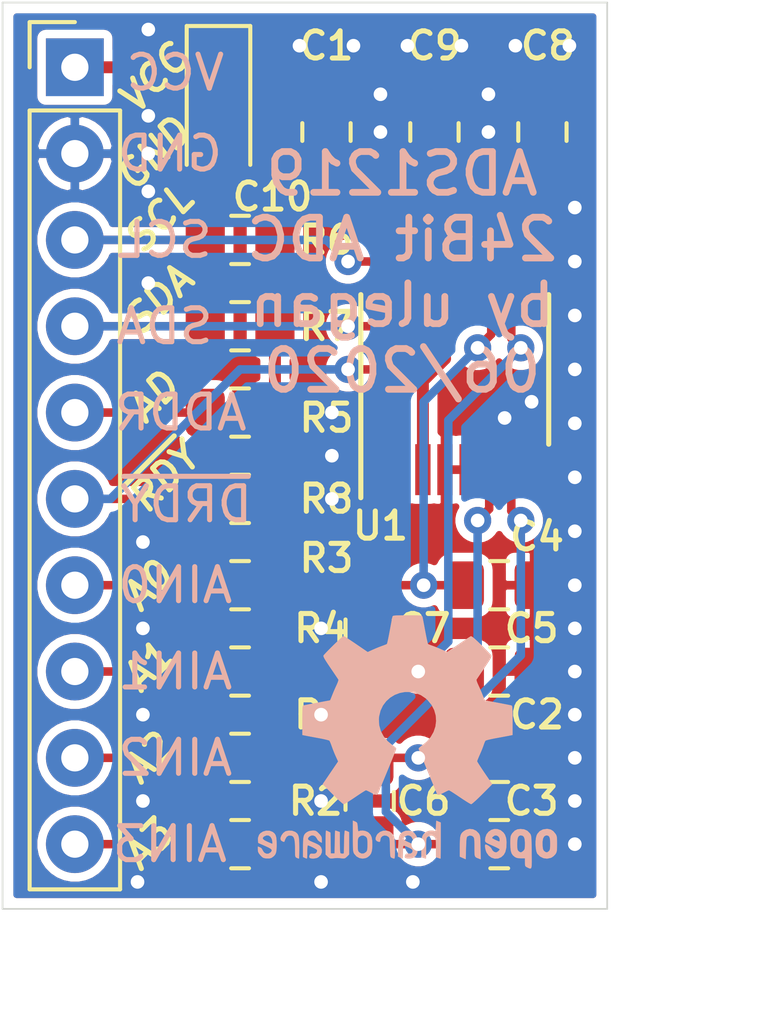
<source format=kicad_pcb>
(kicad_pcb (version 20171130) (host pcbnew "(5.1.5)-3")

  (general
    (thickness 1.6)
    (drawings 27)
    (tracks 160)
    (zones 0)
    (modules 21)
    (nets 15)
  )

  (page A4)
  (layers
    (0 F.Cu signal)
    (31 B.Cu signal)
    (32 B.Adhes user hide)
    (33 F.Adhes user hide)
    (34 B.Paste user hide)
    (35 F.Paste user hide)
    (36 B.SilkS user)
    (37 F.SilkS user)
    (38 B.Mask user hide)
    (39 F.Mask user hide)
    (40 Dwgs.User user hide)
    (41 Cmts.User user hide)
    (42 Eco1.User user hide)
    (43 Eco2.User user)
    (44 Edge.Cuts user)
    (45 Margin user hide)
    (46 B.CrtYd user hide)
    (47 F.CrtYd user hide)
    (48 B.Fab user hide)
    (49 F.Fab user hide)
  )

  (setup
    (last_trace_width 0.25)
    (trace_clearance 0.2)
    (zone_clearance 0.254)
    (zone_45_only no)
    (trace_min 0.2)
    (via_size 0.8)
    (via_drill 0.4)
    (via_min_size 0.4)
    (via_min_drill 0.3)
    (uvia_size 0.3)
    (uvia_drill 0.1)
    (uvias_allowed no)
    (uvia_min_size 0.2)
    (uvia_min_drill 0.1)
    (edge_width 0.05)
    (segment_width 0.2)
    (pcb_text_width 0.3)
    (pcb_text_size 1.5 1.5)
    (mod_edge_width 0.12)
    (mod_text_size 1 1)
    (mod_text_width 0.15)
    (pad_size 1.7 1.7)
    (pad_drill 0.8)
    (pad_to_mask_clearance 0.051)
    (solder_mask_min_width 0.25)
    (aux_axis_origin 0 0)
    (visible_elements 7FFFFFFF)
    (pcbplotparams
      (layerselection 0x010fc_ffffffff)
      (usegerberextensions false)
      (usegerberattributes false)
      (usegerberadvancedattributes false)
      (creategerberjobfile false)
      (excludeedgelayer true)
      (linewidth 0.100000)
      (plotframeref false)
      (viasonmask false)
      (mode 1)
      (useauxorigin false)
      (hpglpennumber 1)
      (hpglpenspeed 20)
      (hpglpendiameter 15.000000)
      (psnegative false)
      (psa4output false)
      (plotreference true)
      (plotvalue true)
      (plotinvisibletext false)
      (padsonsilk false)
      (subtractmaskfromsilk false)
      (outputformat 1)
      (mirror false)
      (drillshape 1)
      (scaleselection 1)
      (outputdirectory ""))
  )

  (net 0 "")
  (net 1 GND)
  (net 2 VCC)
  (net 3 "Net-(C2-Pad1)")
  (net 4 "Net-(C3-Pad1)")
  (net 5 "Net-(C4-Pad1)")
  (net 6 "Net-(C5-Pad1)")
  (net 7 /AIN3)
  (net 8 /AIN2)
  (net 9 /AIN1)
  (net 10 /AIN0)
  (net 11 /~DRDY)
  (net 12 /ADDR)
  (net 13 /SDA)
  (net 14 /SCL)

  (net_class Default "Dies ist die voreingestellte Netzklasse."
    (clearance 0.2)
    (trace_width 0.25)
    (via_dia 0.8)
    (via_drill 0.4)
    (uvia_dia 0.3)
    (uvia_drill 0.1)
    (add_net /ADDR)
    (add_net /AIN0)
    (add_net /AIN1)
    (add_net /AIN2)
    (add_net /AIN3)
    (add_net /SCL)
    (add_net /SDA)
    (add_net /~DRDY)
    (add_net GND)
    (add_net "Net-(C2-Pad1)")
    (add_net "Net-(C3-Pad1)")
    (add_net "Net-(C4-Pad1)")
    (add_net "Net-(C5-Pad1)")
    (add_net VCC)
  )

  (module Symbol:OSHW-Logo2_9.8x8mm_SilkScreen (layer B.Cu) (tedit 0) (tstamp 5EDB15A1)
    (at 121.76125 92.23375 180)
    (descr "Open Source Hardware Symbol")
    (tags "Logo Symbol OSHW")
    (attr virtual)
    (fp_text reference REF** (at 0 0) (layer B.SilkS) hide
      (effects (font (size 1 1) (thickness 0.15)) (justify mirror))
    )
    (fp_text value OSHW-Logo2_9.8x8mm_SilkScreen (at 0.75 0) (layer B.Fab) hide
      (effects (font (size 1 1) (thickness 0.15)) (justify mirror))
    )
    (fp_poly (pts (xy 0.139878 3.712224) (xy 0.245612 3.711645) (xy 0.322132 3.710078) (xy 0.374372 3.707028)
      (xy 0.407263 3.702004) (xy 0.425737 3.694511) (xy 0.434727 3.684056) (xy 0.439163 3.670147)
      (xy 0.439594 3.668346) (xy 0.446333 3.635855) (xy 0.458808 3.571748) (xy 0.475719 3.482849)
      (xy 0.495771 3.375981) (xy 0.517664 3.257967) (xy 0.518429 3.253822) (xy 0.540359 3.138169)
      (xy 0.560877 3.035986) (xy 0.578659 2.953402) (xy 0.592381 2.896544) (xy 0.600718 2.871542)
      (xy 0.601116 2.871099) (xy 0.625677 2.85889) (xy 0.676315 2.838544) (xy 0.742095 2.814455)
      (xy 0.742461 2.814326) (xy 0.825317 2.783182) (xy 0.923 2.743509) (xy 1.015077 2.703619)
      (xy 1.019434 2.701647) (xy 1.169407 2.63358) (xy 1.501498 2.860361) (xy 1.603374 2.929496)
      (xy 1.695657 2.991303) (xy 1.773003 3.042267) (xy 1.830064 3.078873) (xy 1.861495 3.097606)
      (xy 1.864479 3.098996) (xy 1.887321 3.09281) (xy 1.929982 3.062965) (xy 1.994128 3.008053)
      (xy 2.081421 2.926666) (xy 2.170535 2.840078) (xy 2.256441 2.754753) (xy 2.333327 2.676892)
      (xy 2.396564 2.611303) (xy 2.441523 2.562795) (xy 2.463576 2.536175) (xy 2.464396 2.534805)
      (xy 2.466834 2.516537) (xy 2.45765 2.486705) (xy 2.434574 2.441279) (xy 2.395337 2.37623)
      (xy 2.33767 2.28753) (xy 2.260795 2.173343) (xy 2.19257 2.072838) (xy 2.131582 1.982697)
      (xy 2.081356 1.908151) (xy 2.045416 1.854435) (xy 2.027287 1.826782) (xy 2.026146 1.824905)
      (xy 2.028359 1.79841) (xy 2.045138 1.746914) (xy 2.073142 1.680149) (xy 2.083122 1.658828)
      (xy 2.126672 1.563841) (xy 2.173134 1.456063) (xy 2.210877 1.362808) (xy 2.238073 1.293594)
      (xy 2.259675 1.240994) (xy 2.272158 1.213503) (xy 2.273709 1.211384) (xy 2.296668 1.207876)
      (xy 2.350786 1.198262) (xy 2.428868 1.183911) (xy 2.523719 1.166193) (xy 2.628143 1.146475)
      (xy 2.734944 1.126126) (xy 2.836926 1.106514) (xy 2.926894 1.089009) (xy 2.997653 1.074978)
      (xy 3.042006 1.065791) (xy 3.052885 1.063193) (xy 3.064122 1.056782) (xy 3.072605 1.042303)
      (xy 3.078714 1.014867) (xy 3.082832 0.969589) (xy 3.085341 0.90158) (xy 3.086621 0.805953)
      (xy 3.087054 0.67782) (xy 3.087077 0.625299) (xy 3.087077 0.198155) (xy 2.9845 0.177909)
      (xy 2.927431 0.16693) (xy 2.842269 0.150905) (xy 2.739372 0.131767) (xy 2.629096 0.111449)
      (xy 2.598615 0.105868) (xy 2.496855 0.086083) (xy 2.408205 0.066627) (xy 2.340108 0.049303)
      (xy 2.300004 0.035912) (xy 2.293323 0.031921) (xy 2.276919 0.003658) (xy 2.253399 -0.051109)
      (xy 2.227316 -0.121588) (xy 2.222142 -0.136769) (xy 2.187956 -0.230896) (xy 2.145523 -0.337101)
      (xy 2.103997 -0.432473) (xy 2.103792 -0.432916) (xy 2.03464 -0.582525) (xy 2.489512 -1.251617)
      (xy 2.1975 -1.544116) (xy 2.10918 -1.63117) (xy 2.028625 -1.707909) (xy 1.96036 -1.770237)
      (xy 1.908908 -1.814056) (xy 1.878794 -1.83527) (xy 1.874474 -1.836616) (xy 1.849111 -1.826016)
      (xy 1.797358 -1.796547) (xy 1.724868 -1.751705) (xy 1.637294 -1.694984) (xy 1.542612 -1.631462)
      (xy 1.446516 -1.566668) (xy 1.360837 -1.510287) (xy 1.291016 -1.465788) (xy 1.242494 -1.436639)
      (xy 1.220782 -1.426308) (xy 1.194293 -1.43505) (xy 1.144062 -1.458087) (xy 1.080451 -1.490631)
      (xy 1.073708 -1.494249) (xy 0.988046 -1.53721) (xy 0.929306 -1.558279) (xy 0.892772 -1.558503)
      (xy 0.873731 -1.538928) (xy 0.87362 -1.538654) (xy 0.864102 -1.515472) (xy 0.841403 -1.460441)
      (xy 0.807282 -1.377822) (xy 0.7635 -1.271872) (xy 0.711816 -1.146852) (xy 0.653992 -1.00702)
      (xy 0.597991 -0.871637) (xy 0.536447 -0.722234) (xy 0.479939 -0.583832) (xy 0.430161 -0.460673)
      (xy 0.388806 -0.357002) (xy 0.357568 -0.277059) (xy 0.338141 -0.225088) (xy 0.332154 -0.205692)
      (xy 0.347168 -0.183443) (xy 0.386439 -0.147982) (xy 0.438807 -0.108887) (xy 0.587941 0.014755)
      (xy 0.704511 0.156478) (xy 0.787118 0.313296) (xy 0.834366 0.482225) (xy 0.844857 0.660278)
      (xy 0.837231 0.742461) (xy 0.795682 0.912969) (xy 0.724123 1.063541) (xy 0.626995 1.192691)
      (xy 0.508734 1.298936) (xy 0.37378 1.38079) (xy 0.226571 1.436768) (xy 0.071544 1.465385)
      (xy -0.086861 1.465156) (xy -0.244206 1.434595) (xy -0.396054 1.372218) (xy -0.537965 1.27654)
      (xy -0.597197 1.222428) (xy -0.710797 1.08348) (xy -0.789894 0.931639) (xy -0.835014 0.771333)
      (xy -0.846684 0.606988) (xy -0.825431 0.443029) (xy -0.77178 0.283882) (xy -0.68626 0.133975)
      (xy -0.569395 -0.002267) (xy -0.438807 -0.108887) (xy -0.384412 -0.149642) (xy -0.345986 -0.184718)
      (xy -0.332154 -0.205726) (xy -0.339397 -0.228635) (xy -0.359995 -0.283365) (xy -0.392254 -0.365672)
      (xy -0.434479 -0.471315) (xy -0.484977 -0.59605) (xy -0.542052 -0.735636) (xy -0.598146 -0.87167)
      (xy -0.660033 -1.021201) (xy -0.717356 -1.159767) (xy -0.768356 -1.283107) (xy -0.811273 -1.386964)
      (xy -0.844347 -1.46708) (xy -0.865819 -1.519195) (xy -0.873775 -1.538654) (xy -0.892571 -1.558423)
      (xy -0.928926 -1.558365) (xy -0.987521 -1.537441) (xy -1.073032 -1.494613) (xy -1.073708 -1.494249)
      (xy -1.138093 -1.461012) (xy -1.190139 -1.436802) (xy -1.219488 -1.426404) (xy -1.220783 -1.426308)
      (xy -1.242876 -1.436855) (xy -1.291652 -1.466184) (xy -1.361669 -1.510827) (xy -1.447486 -1.567314)
      (xy -1.542612 -1.631462) (xy -1.63946 -1.696411) (xy -1.726747 -1.752896) (xy -1.798819 -1.797421)
      (xy -1.850023 -1.82649) (xy -1.874474 -1.836616) (xy -1.89699 -1.823307) (xy -1.942258 -1.786112)
      (xy -2.005756 -1.729128) (xy -2.082961 -1.656449) (xy -2.169349 -1.572171) (xy -2.197601 -1.544016)
      (xy -2.489713 -1.251416) (xy -2.267369 -0.925104) (xy -2.199798 -0.824897) (xy -2.140493 -0.734963)
      (xy -2.092783 -0.66051) (xy -2.059993 -0.606751) (xy -2.045452 -0.578894) (xy -2.045026 -0.576912)
      (xy -2.052692 -0.550655) (xy -2.073311 -0.497837) (xy -2.103315 -0.42731) (xy -2.124375 -0.380093)
      (xy -2.163752 -0.289694) (xy -2.200835 -0.198366) (xy -2.229585 -0.1212) (xy -2.237395 -0.097692)
      (xy -2.259583 -0.034916) (xy -2.281273 0.013589) (xy -2.293187 0.031921) (xy -2.319477 0.043141)
      (xy -2.376858 0.059046) (xy -2.457882 0.077833) (xy -2.555105 0.097701) (xy -2.598615 0.105868)
      (xy -2.709104 0.126171) (xy -2.815084 0.14583) (xy -2.906199 0.162912) (xy -2.972092 0.175482)
      (xy -2.9845 0.177909) (xy -3.087077 0.198155) (xy -3.087077 0.625299) (xy -3.086847 0.765754)
      (xy -3.085901 0.872021) (xy -3.083859 0.948987) (xy -3.080338 1.00154) (xy -3.074957 1.034567)
      (xy -3.067334 1.052955) (xy -3.057088 1.061592) (xy -3.052885 1.063193) (xy -3.02753 1.068873)
      (xy -2.971516 1.080205) (xy -2.892036 1.095821) (xy -2.796288 1.114353) (xy -2.691467 1.134431)
      (xy -2.584768 1.154688) (xy -2.483387 1.173754) (xy -2.394521 1.190261) (xy -2.325363 1.202841)
      (xy -2.283111 1.210125) (xy -2.27371 1.211384) (xy -2.265193 1.228237) (xy -2.24634 1.27313)
      (xy -2.220676 1.33757) (xy -2.210877 1.362808) (xy -2.171352 1.460314) (xy -2.124808 1.568041)
      (xy -2.083123 1.658828) (xy -2.05245 1.728247) (xy -2.032044 1.78529) (xy -2.025232 1.820223)
      (xy -2.026318 1.824905) (xy -2.040715 1.847009) (xy -2.073588 1.896169) (xy -2.12141 1.967152)
      (xy -2.180652 2.054722) (xy -2.247785 2.153643) (xy -2.261059 2.17317) (xy -2.338954 2.28886)
      (xy -2.396213 2.376956) (xy -2.435119 2.441514) (xy -2.457956 2.486589) (xy -2.467006 2.516237)
      (xy -2.464552 2.534515) (xy -2.464489 2.534631) (xy -2.445173 2.558639) (xy -2.402449 2.605053)
      (xy -2.340949 2.669063) (xy -2.265302 2.745855) (xy -2.180139 2.830618) (xy -2.170535 2.840078)
      (xy -2.06321 2.944011) (xy -1.980385 3.020325) (xy -1.920395 3.070429) (xy -1.881577 3.09573)
      (xy -1.86448 3.098996) (xy -1.839527 3.08475) (xy -1.787745 3.051844) (xy -1.71448 3.003792)
      (xy -1.62508 2.94411) (xy -1.524889 2.876312) (xy -1.501499 2.860361) (xy -1.169407 2.63358)
      (xy -1.019435 2.701647) (xy -0.92823 2.741315) (xy -0.830331 2.781209) (xy -0.746169 2.813017)
      (xy -0.742462 2.814326) (xy -0.676631 2.838424) (xy -0.625884 2.8588) (xy -0.601158 2.871064)
      (xy -0.601116 2.871099) (xy -0.593271 2.893266) (xy -0.579934 2.947783) (xy -0.56243 3.02852)
      (xy -0.542083 3.12935) (xy -0.520218 3.244144) (xy -0.518429 3.253822) (xy -0.496496 3.372096)
      (xy -0.47636 3.479458) (xy -0.45932 3.569083) (xy -0.446672 3.634149) (xy -0.439716 3.667832)
      (xy -0.439594 3.668346) (xy -0.435361 3.682675) (xy -0.427129 3.693493) (xy -0.409967 3.701294)
      (xy -0.378942 3.706571) (xy -0.329122 3.709818) (xy -0.255576 3.711528) (xy -0.153371 3.712193)
      (xy -0.017575 3.712307) (xy 0 3.712308) (xy 0.139878 3.712224)) (layer B.SilkS) (width 0.01))
    (fp_poly (pts (xy 4.245224 -2.647838) (xy 4.322528 -2.698361) (xy 4.359814 -2.74359) (xy 4.389353 -2.825663)
      (xy 4.391699 -2.890607) (xy 4.386385 -2.977445) (xy 4.186115 -3.065103) (xy 4.088739 -3.109887)
      (xy 4.025113 -3.145913) (xy 3.992029 -3.177117) (xy 3.98628 -3.207436) (xy 4.004658 -3.240805)
      (xy 4.024923 -3.262923) (xy 4.083889 -3.298393) (xy 4.148024 -3.300879) (xy 4.206926 -3.273235)
      (xy 4.250197 -3.21832) (xy 4.257936 -3.198928) (xy 4.295006 -3.138364) (xy 4.337654 -3.112552)
      (xy 4.396154 -3.090471) (xy 4.396154 -3.174184) (xy 4.390982 -3.23115) (xy 4.370723 -3.279189)
      (xy 4.328262 -3.334346) (xy 4.321951 -3.341514) (xy 4.27472 -3.390585) (xy 4.234121 -3.41692)
      (xy 4.183328 -3.429035) (xy 4.14122 -3.433003) (xy 4.065902 -3.433991) (xy 4.012286 -3.421466)
      (xy 3.978838 -3.402869) (xy 3.926268 -3.361975) (xy 3.889879 -3.317748) (xy 3.86685 -3.262126)
      (xy 3.854359 -3.187047) (xy 3.849587 -3.084449) (xy 3.849206 -3.032376) (xy 3.850501 -2.969948)
      (xy 3.968471 -2.969948) (xy 3.969839 -3.003438) (xy 3.973249 -3.008923) (xy 3.995753 -3.001472)
      (xy 4.044182 -2.981753) (xy 4.108908 -2.953718) (xy 4.122443 -2.947692) (xy 4.204244 -2.906096)
      (xy 4.249312 -2.869538) (xy 4.259217 -2.835296) (xy 4.235526 -2.800648) (xy 4.21596 -2.785339)
      (xy 4.14536 -2.754721) (xy 4.07928 -2.75978) (xy 4.023959 -2.797151) (xy 3.985636 -2.863473)
      (xy 3.973349 -2.916116) (xy 3.968471 -2.969948) (xy 3.850501 -2.969948) (xy 3.85173 -2.91072)
      (xy 3.861032 -2.82071) (xy 3.87946 -2.755167) (xy 3.90936 -2.706912) (xy 3.95308 -2.668767)
      (xy 3.972141 -2.65644) (xy 4.058726 -2.624336) (xy 4.153522 -2.622316) (xy 4.245224 -2.647838)) (layer B.SilkS) (width 0.01))
    (fp_poly (pts (xy 3.570807 -2.636782) (xy 3.594161 -2.646988) (xy 3.649902 -2.691134) (xy 3.697569 -2.754967)
      (xy 3.727048 -2.823087) (xy 3.731846 -2.85667) (xy 3.71576 -2.903556) (xy 3.680475 -2.928365)
      (xy 3.642644 -2.943387) (xy 3.625321 -2.946155) (xy 3.616886 -2.926066) (xy 3.60023 -2.882351)
      (xy 3.592923 -2.862598) (xy 3.551948 -2.794271) (xy 3.492622 -2.760191) (xy 3.416552 -2.761239)
      (xy 3.410918 -2.762581) (xy 3.370305 -2.781836) (xy 3.340448 -2.819375) (xy 3.320055 -2.879809)
      (xy 3.307836 -2.967751) (xy 3.3025 -3.087813) (xy 3.302 -3.151698) (xy 3.301752 -3.252403)
      (xy 3.300126 -3.321054) (xy 3.295801 -3.364673) (xy 3.287454 -3.390282) (xy 3.273765 -3.404903)
      (xy 3.253411 -3.415558) (xy 3.252234 -3.416095) (xy 3.213038 -3.432667) (xy 3.193619 -3.438769)
      (xy 3.190635 -3.420319) (xy 3.188081 -3.369323) (xy 3.18614 -3.292308) (xy 3.184997 -3.195805)
      (xy 3.184769 -3.125184) (xy 3.185932 -2.988525) (xy 3.190479 -2.884851) (xy 3.199999 -2.808108)
      (xy 3.216081 -2.752246) (xy 3.240313 -2.711212) (xy 3.274286 -2.678954) (xy 3.307833 -2.65644)
      (xy 3.388499 -2.626476) (xy 3.482381 -2.619718) (xy 3.570807 -2.636782)) (layer B.SilkS) (width 0.01))
    (fp_poly (pts (xy 2.887333 -2.633528) (xy 2.94359 -2.659117) (xy 2.987747 -2.690124) (xy 3.020101 -2.724795)
      (xy 3.042438 -2.76952) (xy 3.056546 -2.830692) (xy 3.064211 -2.914701) (xy 3.06722 -3.02794)
      (xy 3.067538 -3.102509) (xy 3.067538 -3.39342) (xy 3.017773 -3.416095) (xy 2.978576 -3.432667)
      (xy 2.959157 -3.438769) (xy 2.955442 -3.42061) (xy 2.952495 -3.371648) (xy 2.950691 -3.300153)
      (xy 2.950308 -3.243385) (xy 2.948661 -3.161371) (xy 2.944222 -3.096309) (xy 2.93774 -3.056467)
      (xy 2.93259 -3.048) (xy 2.897977 -3.056646) (xy 2.84364 -3.078823) (xy 2.780722 -3.108886)
      (xy 2.720368 -3.141192) (xy 2.673721 -3.170098) (xy 2.651926 -3.189961) (xy 2.651839 -3.190175)
      (xy 2.653714 -3.226935) (xy 2.670525 -3.262026) (xy 2.700039 -3.290528) (xy 2.743116 -3.300061)
      (xy 2.779932 -3.29895) (xy 2.832074 -3.298133) (xy 2.859444 -3.310349) (xy 2.875882 -3.342624)
      (xy 2.877955 -3.34871) (xy 2.885081 -3.394739) (xy 2.866024 -3.422687) (xy 2.816353 -3.436007)
      (xy 2.762697 -3.43847) (xy 2.666142 -3.42021) (xy 2.616159 -3.394131) (xy 2.554429 -3.332868)
      (xy 2.52169 -3.25767) (xy 2.518753 -3.178211) (xy 2.546424 -3.104167) (xy 2.588047 -3.057769)
      (xy 2.629604 -3.031793) (xy 2.694922 -2.998907) (xy 2.771038 -2.965557) (xy 2.783726 -2.960461)
      (xy 2.867333 -2.923565) (xy 2.91553 -2.891046) (xy 2.93103 -2.858718) (xy 2.91655 -2.822394)
      (xy 2.891692 -2.794) (xy 2.832939 -2.759039) (xy 2.768293 -2.756417) (xy 2.709008 -2.783358)
      (xy 2.666339 -2.837088) (xy 2.660739 -2.85095) (xy 2.628133 -2.901936) (xy 2.58053 -2.939787)
      (xy 2.520461 -2.97085) (xy 2.520461 -2.882768) (xy 2.523997 -2.828951) (xy 2.539156 -2.786534)
      (xy 2.572768 -2.741279) (xy 2.605035 -2.70642) (xy 2.655209 -2.657062) (xy 2.694193 -2.630547)
      (xy 2.736064 -2.619911) (xy 2.78346 -2.618154) (xy 2.887333 -2.633528)) (layer B.SilkS) (width 0.01))
    (fp_poly (pts (xy 2.395929 -2.636662) (xy 2.398911 -2.688068) (xy 2.401247 -2.766192) (xy 2.402749 -2.864857)
      (xy 2.403231 -2.968343) (xy 2.403231 -3.318533) (xy 2.341401 -3.380363) (xy 2.298793 -3.418462)
      (xy 2.26139 -3.433895) (xy 2.21027 -3.432918) (xy 2.189978 -3.430433) (xy 2.126554 -3.4232)
      (xy 2.074095 -3.419055) (xy 2.061308 -3.418672) (xy 2.018199 -3.421176) (xy 1.956544 -3.427462)
      (xy 1.932638 -3.430433) (xy 1.873922 -3.435028) (xy 1.834464 -3.425046) (xy 1.795338 -3.394228)
      (xy 1.781215 -3.380363) (xy 1.719385 -3.318533) (xy 1.719385 -2.663503) (xy 1.76915 -2.640829)
      (xy 1.812002 -2.624034) (xy 1.837073 -2.618154) (xy 1.843501 -2.636736) (xy 1.849509 -2.688655)
      (xy 1.854697 -2.768172) (xy 1.858664 -2.869546) (xy 1.860577 -2.955192) (xy 1.865923 -3.292231)
      (xy 1.91256 -3.298825) (xy 1.954976 -3.294214) (xy 1.97576 -3.279287) (xy 1.98157 -3.251377)
      (xy 1.98653 -3.191925) (xy 1.990246 -3.108466) (xy 1.992324 -3.008532) (xy 1.992624 -2.957104)
      (xy 1.992923 -2.661054) (xy 2.054454 -2.639604) (xy 2.098004 -2.62502) (xy 2.121694 -2.618219)
      (xy 2.122377 -2.618154) (xy 2.124754 -2.636642) (xy 2.127366 -2.687906) (xy 2.129995 -2.765649)
      (xy 2.132421 -2.863574) (xy 2.134115 -2.955192) (xy 2.139461 -3.292231) (xy 2.256692 -3.292231)
      (xy 2.262072 -2.984746) (xy 2.267451 -2.677261) (xy 2.324601 -2.647707) (xy 2.366797 -2.627413)
      (xy 2.39177 -2.618204) (xy 2.392491 -2.618154) (xy 2.395929 -2.636662)) (layer B.SilkS) (width 0.01))
    (fp_poly (pts (xy 1.602081 -2.780289) (xy 1.601833 -2.92632) (xy 1.600872 -3.038655) (xy 1.598794 -3.122678)
      (xy 1.595193 -3.183769) (xy 1.589665 -3.227309) (xy 1.581804 -3.258679) (xy 1.571207 -3.283262)
      (xy 1.563182 -3.297294) (xy 1.496728 -3.373388) (xy 1.41247 -3.421084) (xy 1.319249 -3.438199)
      (xy 1.2259 -3.422546) (xy 1.170312 -3.394418) (xy 1.111957 -3.34576) (xy 1.072186 -3.286333)
      (xy 1.04819 -3.208507) (xy 1.037161 -3.104652) (xy 1.035599 -3.028462) (xy 1.035809 -3.022986)
      (xy 1.172308 -3.022986) (xy 1.173141 -3.110355) (xy 1.176961 -3.168192) (xy 1.185746 -3.206029)
      (xy 1.201474 -3.233398) (xy 1.220266 -3.254042) (xy 1.283375 -3.29389) (xy 1.351137 -3.297295)
      (xy 1.415179 -3.264025) (xy 1.420164 -3.259517) (xy 1.441439 -3.236067) (xy 1.454779 -3.208166)
      (xy 1.462001 -3.166641) (xy 1.464923 -3.102316) (xy 1.465385 -3.0312) (xy 1.464383 -2.941858)
      (xy 1.460238 -2.882258) (xy 1.451236 -2.843089) (xy 1.435667 -2.81504) (xy 1.422902 -2.800144)
      (xy 1.3636 -2.762575) (xy 1.295301 -2.758057) (xy 1.23011 -2.786753) (xy 1.217528 -2.797406)
      (xy 1.196111 -2.821063) (xy 1.182744 -2.849251) (xy 1.175566 -2.891245) (xy 1.172719 -2.956319)
      (xy 1.172308 -3.022986) (xy 1.035809 -3.022986) (xy 1.040322 -2.905765) (xy 1.056362 -2.813577)
      (xy 1.086528 -2.744269) (xy 1.133629 -2.690211) (xy 1.170312 -2.662505) (xy 1.23699 -2.632572)
      (xy 1.314272 -2.618678) (xy 1.38611 -2.622397) (xy 1.426308 -2.6374) (xy 1.442082 -2.64167)
      (xy 1.45255 -2.62575) (xy 1.459856 -2.583089) (xy 1.465385 -2.518106) (xy 1.471437 -2.445732)
      (xy 1.479844 -2.402187) (xy 1.495141 -2.377287) (xy 1.521864 -2.360845) (xy 1.538654 -2.353564)
      (xy 1.602154 -2.326963) (xy 1.602081 -2.780289)) (layer B.SilkS) (width 0.01))
    (fp_poly (pts (xy 0.713362 -2.62467) (xy 0.802117 -2.657421) (xy 0.874022 -2.71535) (xy 0.902144 -2.756128)
      (xy 0.932802 -2.830954) (xy 0.932165 -2.885058) (xy 0.899987 -2.921446) (xy 0.888081 -2.927633)
      (xy 0.836675 -2.946925) (xy 0.810422 -2.941982) (xy 0.80153 -2.909587) (xy 0.801077 -2.891692)
      (xy 0.784797 -2.825859) (xy 0.742365 -2.779807) (xy 0.683388 -2.757564) (xy 0.617475 -2.763161)
      (xy 0.563895 -2.792229) (xy 0.545798 -2.80881) (xy 0.532971 -2.828925) (xy 0.524306 -2.859332)
      (xy 0.518696 -2.906788) (xy 0.515035 -2.97805) (xy 0.512215 -3.079875) (xy 0.511484 -3.112115)
      (xy 0.50882 -3.22241) (xy 0.505792 -3.300036) (xy 0.50125 -3.351396) (xy 0.494046 -3.38289)
      (xy 0.483033 -3.40092) (xy 0.46706 -3.411888) (xy 0.456834 -3.416733) (xy 0.413406 -3.433301)
      (xy 0.387842 -3.438769) (xy 0.379395 -3.420507) (xy 0.374239 -3.365296) (xy 0.372346 -3.272499)
      (xy 0.373689 -3.141478) (xy 0.374107 -3.121269) (xy 0.377058 -3.001733) (xy 0.380548 -2.914449)
      (xy 0.385514 -2.852591) (xy 0.392893 -2.809336) (xy 0.403624 -2.77786) (xy 0.418645 -2.751339)
      (xy 0.426502 -2.739975) (xy 0.471553 -2.689692) (xy 0.52194 -2.650581) (xy 0.528108 -2.647167)
      (xy 0.618458 -2.620212) (xy 0.713362 -2.62467)) (layer B.SilkS) (width 0.01))
    (fp_poly (pts (xy 0.053501 -2.626303) (xy 0.13006 -2.654733) (xy 0.130936 -2.655279) (xy 0.178285 -2.690127)
      (xy 0.213241 -2.730852) (xy 0.237825 -2.783925) (xy 0.254062 -2.855814) (xy 0.263975 -2.952992)
      (xy 0.269586 -3.081928) (xy 0.270077 -3.100298) (xy 0.277141 -3.377287) (xy 0.217695 -3.408028)
      (xy 0.174681 -3.428802) (xy 0.14871 -3.438646) (xy 0.147509 -3.438769) (xy 0.143014 -3.420606)
      (xy 0.139444 -3.371612) (xy 0.137248 -3.300031) (xy 0.136769 -3.242068) (xy 0.136758 -3.14817)
      (xy 0.132466 -3.089203) (xy 0.117503 -3.061079) (xy 0.085482 -3.059706) (xy 0.030014 -3.080998)
      (xy -0.053731 -3.120136) (xy -0.115311 -3.152643) (xy -0.146983 -3.180845) (xy -0.156294 -3.211582)
      (xy -0.156308 -3.213104) (xy -0.140943 -3.266054) (xy -0.095453 -3.29466) (xy -0.025834 -3.298803)
      (xy 0.024313 -3.298084) (xy 0.050754 -3.312527) (xy 0.067243 -3.347218) (xy 0.076733 -3.391416)
      (xy 0.063057 -3.416493) (xy 0.057907 -3.420082) (xy 0.009425 -3.434496) (xy -0.058469 -3.436537)
      (xy -0.128388 -3.426983) (xy -0.177932 -3.409522) (xy -0.24643 -3.351364) (xy -0.285366 -3.270408)
      (xy -0.293077 -3.20716) (xy -0.287193 -3.150111) (xy -0.265899 -3.103542) (xy -0.223735 -3.062181)
      (xy -0.155241 -3.020755) (xy -0.054956 -2.973993) (xy -0.048846 -2.97135) (xy 0.04149 -2.929617)
      (xy 0.097235 -2.895391) (xy 0.121129 -2.864635) (xy 0.115913 -2.833311) (xy 0.084328 -2.797383)
      (xy 0.074883 -2.789116) (xy 0.011617 -2.757058) (xy -0.053936 -2.758407) (xy -0.111028 -2.789838)
      (xy -0.148907 -2.848024) (xy -0.152426 -2.859446) (xy -0.1867 -2.914837) (xy -0.230191 -2.941518)
      (xy -0.293077 -2.96796) (xy -0.293077 -2.899548) (xy -0.273948 -2.80011) (xy -0.217169 -2.708902)
      (xy -0.187622 -2.678389) (xy -0.120458 -2.639228) (xy -0.035044 -2.6215) (xy 0.053501 -2.626303)) (layer B.SilkS) (width 0.01))
    (fp_poly (pts (xy -0.840154 -2.49212) (xy -0.834428 -2.57198) (xy -0.827851 -2.619039) (xy -0.818738 -2.639566)
      (xy -0.805402 -2.639829) (xy -0.801077 -2.637378) (xy -0.743556 -2.619636) (xy -0.668732 -2.620672)
      (xy -0.592661 -2.63891) (xy -0.545082 -2.662505) (xy -0.496298 -2.700198) (xy -0.460636 -2.742855)
      (xy -0.436155 -2.797057) (xy -0.420913 -2.869384) (xy -0.41297 -2.966419) (xy -0.410384 -3.094742)
      (xy -0.410338 -3.119358) (xy -0.410308 -3.39587) (xy -0.471839 -3.41732) (xy -0.515541 -3.431912)
      (xy -0.539518 -3.438706) (xy -0.540223 -3.438769) (xy -0.542585 -3.420345) (xy -0.544594 -3.369526)
      (xy -0.546099 -3.292993) (xy -0.546947 -3.19743) (xy -0.547077 -3.139329) (xy -0.547349 -3.024771)
      (xy -0.548748 -2.942667) (xy -0.552151 -2.886393) (xy -0.558433 -2.849326) (xy -0.568471 -2.824844)
      (xy -0.583139 -2.806325) (xy -0.592298 -2.797406) (xy -0.655211 -2.761466) (xy -0.723864 -2.758775)
      (xy -0.786152 -2.78917) (xy -0.797671 -2.800144) (xy -0.814567 -2.820779) (xy -0.826286 -2.845256)
      (xy -0.833767 -2.880647) (xy -0.837946 -2.934026) (xy -0.839763 -3.012466) (xy -0.840154 -3.120617)
      (xy -0.840154 -3.39587) (xy -0.901685 -3.41732) (xy -0.945387 -3.431912) (xy -0.969364 -3.438706)
      (xy -0.97007 -3.438769) (xy -0.971874 -3.420069) (xy -0.9735 -3.367322) (xy -0.974883 -3.285557)
      (xy -0.975958 -3.179805) (xy -0.97666 -3.055094) (xy -0.976923 -2.916455) (xy -0.976923 -2.381806)
      (xy -0.849923 -2.328236) (xy -0.840154 -2.49212)) (layer B.SilkS) (width 0.01))
    (fp_poly (pts (xy -2.465746 -2.599745) (xy -2.388714 -2.651567) (xy -2.329184 -2.726412) (xy -2.293622 -2.821654)
      (xy -2.286429 -2.891756) (xy -2.287246 -2.921009) (xy -2.294086 -2.943407) (xy -2.312888 -2.963474)
      (xy -2.349592 -2.985733) (xy -2.410138 -3.014709) (xy -2.500466 -3.054927) (xy -2.500923 -3.055129)
      (xy -2.584067 -3.09321) (xy -2.652247 -3.127025) (xy -2.698495 -3.152933) (xy -2.715842 -3.167295)
      (xy -2.715846 -3.167411) (xy -2.700557 -3.198685) (xy -2.664804 -3.233157) (xy -2.623758 -3.25799)
      (xy -2.602963 -3.262923) (xy -2.54623 -3.245862) (xy -2.497373 -3.203133) (xy -2.473535 -3.156155)
      (xy -2.450603 -3.121522) (xy -2.405682 -3.082081) (xy -2.352877 -3.048009) (xy -2.30629 -3.02948)
      (xy -2.296548 -3.028462) (xy -2.285582 -3.045215) (xy -2.284921 -3.088039) (xy -2.29298 -3.145781)
      (xy -2.308173 -3.207289) (xy -2.328914 -3.261409) (xy -2.329962 -3.26351) (xy -2.392379 -3.35066)
      (xy -2.473274 -3.409939) (xy -2.565144 -3.439034) (xy -2.660487 -3.435634) (xy -2.751802 -3.397428)
      (xy -2.755862 -3.394741) (xy -2.827694 -3.329642) (xy -2.874927 -3.244705) (xy -2.901066 -3.133021)
      (xy -2.904574 -3.101643) (xy -2.910787 -2.953536) (xy -2.903339 -2.884468) (xy -2.715846 -2.884468)
      (xy -2.71341 -2.927552) (xy -2.700086 -2.940126) (xy -2.666868 -2.930719) (xy -2.614506 -2.908483)
      (xy -2.555976 -2.88061) (xy -2.554521 -2.879872) (xy -2.504911 -2.853777) (xy -2.485 -2.836363)
      (xy -2.48991 -2.818107) (xy -2.510584 -2.79412) (xy -2.563181 -2.759406) (xy -2.619823 -2.756856)
      (xy -2.670631 -2.782119) (xy -2.705724 -2.830847) (xy -2.715846 -2.884468) (xy -2.903339 -2.884468)
      (xy -2.898008 -2.835036) (xy -2.865222 -2.741055) (xy -2.819579 -2.675215) (xy -2.737198 -2.608681)
      (xy -2.646454 -2.575676) (xy -2.553815 -2.573573) (xy -2.465746 -2.599745)) (layer B.SilkS) (width 0.01))
    (fp_poly (pts (xy -3.983114 -2.587256) (xy -3.891536 -2.635409) (xy -3.823951 -2.712905) (xy -3.799943 -2.762727)
      (xy -3.781262 -2.837533) (xy -3.771699 -2.932052) (xy -3.770792 -3.03521) (xy -3.778079 -3.135935)
      (xy -3.793097 -3.223153) (xy -3.815385 -3.285791) (xy -3.822235 -3.296579) (xy -3.903368 -3.377105)
      (xy -3.999734 -3.425336) (xy -4.104299 -3.43945) (xy -4.210032 -3.417629) (xy -4.239457 -3.404547)
      (xy -4.296759 -3.364231) (xy -4.34705 -3.310775) (xy -4.351803 -3.303995) (xy -4.371122 -3.271321)
      (xy -4.383892 -3.236394) (xy -4.391436 -3.190414) (xy -4.395076 -3.124584) (xy -4.396135 -3.030105)
      (xy -4.396154 -3.008923) (xy -4.396106 -3.002182) (xy -4.200769 -3.002182) (xy -4.199632 -3.091349)
      (xy -4.195159 -3.15052) (xy -4.185754 -3.188741) (xy -4.169824 -3.215053) (xy -4.161692 -3.223846)
      (xy -4.114942 -3.257261) (xy -4.069553 -3.255737) (xy -4.02366 -3.226752) (xy -3.996288 -3.195809)
      (xy -3.980077 -3.150643) (xy -3.970974 -3.07942) (xy -3.970349 -3.071114) (xy -3.968796 -2.942037)
      (xy -3.985035 -2.846172) (xy -4.018848 -2.784107) (xy -4.070016 -2.756432) (xy -4.08828 -2.754923)
      (xy -4.13624 -2.762513) (xy -4.169047 -2.788808) (xy -4.189105 -2.839095) (xy -4.198822 -2.918664)
      (xy -4.200769 -3.002182) (xy -4.396106 -3.002182) (xy -4.395426 -2.908249) (xy -4.392371 -2.837906)
      (xy -4.385678 -2.789163) (xy -4.37404 -2.753288) (xy -4.356147 -2.721548) (xy -4.352192 -2.715648)
      (xy -4.285733 -2.636104) (xy -4.213315 -2.589929) (xy -4.125151 -2.571599) (xy -4.095213 -2.570703)
      (xy -3.983114 -2.587256)) (layer B.SilkS) (width 0.01))
    (fp_poly (pts (xy -1.728336 -2.595089) (xy -1.665633 -2.631358) (xy -1.622039 -2.667358) (xy -1.590155 -2.705075)
      (xy -1.56819 -2.751199) (xy -1.554351 -2.812421) (xy -1.546847 -2.895431) (xy -1.543883 -3.006919)
      (xy -1.543539 -3.087062) (xy -1.543539 -3.382065) (xy -1.709615 -3.456515) (xy -1.719385 -3.133402)
      (xy -1.723421 -3.012729) (xy -1.727656 -2.925141) (xy -1.732903 -2.86465) (xy -1.739975 -2.825268)
      (xy -1.749689 -2.801007) (xy -1.762856 -2.78588) (xy -1.767081 -2.782606) (xy -1.831091 -2.757034)
      (xy -1.895792 -2.767153) (xy -1.934308 -2.794) (xy -1.949975 -2.813024) (xy -1.96082 -2.837988)
      (xy -1.967712 -2.875834) (xy -1.971521 -2.933502) (xy -1.973117 -3.017935) (xy -1.973385 -3.105928)
      (xy -1.973437 -3.216323) (xy -1.975328 -3.294463) (xy -1.981655 -3.347165) (xy -1.995017 -3.381242)
      (xy -2.018015 -3.403511) (xy -2.053246 -3.420787) (xy -2.100303 -3.438738) (xy -2.151697 -3.458278)
      (xy -2.145579 -3.111485) (xy -2.143116 -2.986468) (xy -2.140233 -2.894082) (xy -2.136102 -2.827881)
      (xy -2.129893 -2.78142) (xy -2.120774 -2.748256) (xy -2.107917 -2.721944) (xy -2.092416 -2.698729)
      (xy -2.017629 -2.624569) (xy -1.926372 -2.581684) (xy -1.827117 -2.571412) (xy -1.728336 -2.595089)) (layer B.SilkS) (width 0.01))
    (fp_poly (pts (xy -3.231114 -2.584505) (xy -3.156461 -2.621727) (xy -3.090569 -2.690261) (xy -3.072423 -2.715648)
      (xy -3.052655 -2.748866) (xy -3.039828 -2.784945) (xy -3.03249 -2.833098) (xy -3.029187 -2.902536)
      (xy -3.028462 -2.994206) (xy -3.031737 -3.11983) (xy -3.043123 -3.214154) (xy -3.064959 -3.284523)
      (xy -3.099581 -3.338286) (xy -3.14933 -3.382788) (xy -3.152986 -3.385423) (xy -3.202015 -3.412377)
      (xy -3.261055 -3.425712) (xy -3.336141 -3.429) (xy -3.458205 -3.429) (xy -3.458256 -3.547497)
      (xy -3.459392 -3.613492) (xy -3.466314 -3.652202) (xy -3.484402 -3.675419) (xy -3.519038 -3.694933)
      (xy -3.527355 -3.69892) (xy -3.56628 -3.717603) (xy -3.596417 -3.729403) (xy -3.618826 -3.730422)
      (xy -3.634567 -3.716761) (xy -3.644698 -3.684522) (xy -3.650277 -3.629804) (xy -3.652365 -3.548711)
      (xy -3.652019 -3.437344) (xy -3.6503 -3.291802) (xy -3.649763 -3.248269) (xy -3.647828 -3.098205)
      (xy -3.646096 -3.000042) (xy -3.458308 -3.000042) (xy -3.457252 -3.083364) (xy -3.452562 -3.13788)
      (xy -3.441949 -3.173837) (xy -3.423128 -3.201482) (xy -3.41035 -3.214965) (xy -3.35811 -3.254417)
      (xy -3.311858 -3.257628) (xy -3.264133 -3.225049) (xy -3.262923 -3.223846) (xy -3.243506 -3.198668)
      (xy -3.231693 -3.164447) (xy -3.225735 -3.111748) (xy -3.22388 -3.031131) (xy -3.223846 -3.013271)
      (xy -3.22833 -2.902175) (xy -3.242926 -2.825161) (xy -3.26935 -2.778147) (xy -3.309317 -2.75705)
      (xy -3.332416 -2.754923) (xy -3.387238 -2.7649) (xy -3.424842 -2.797752) (xy -3.447477 -2.857857)
      (xy -3.457394 -2.949598) (xy -3.458308 -3.000042) (xy -3.646096 -3.000042) (xy -3.645778 -2.98206)
      (xy -3.643127 -2.894679) (xy -3.639394 -2.830905) (xy -3.634093 -2.785582) (xy -3.626742 -2.753555)
      (xy -3.616857 -2.729668) (xy -3.603954 -2.708764) (xy -3.598421 -2.700898) (xy -3.525031 -2.626595)
      (xy -3.43224 -2.584467) (xy -3.324904 -2.572722) (xy -3.231114 -2.584505)) (layer B.SilkS) (width 0.01))
  )

  (module Connector_PinHeader_2.54mm:PinHeader_1x10_P2.54mm_Vertical (layer F.Cu) (tedit 5EDA99E3) (tstamp 5EDAC09C)
    (at 111.98125 72.39)
    (descr "Through hole straight pin header, 1x10, 2.54mm pitch, single row")
    (tags "Through hole pin header THT 1x10 2.54mm single row")
    (path /5EDDA719)
    (fp_text reference J1 (at 1.8425 -0.9525) (layer F.SilkS) hide
      (effects (font (size 0.8 0.8) (thickness 0.15)))
    )
    (fp_text value Conn_01x10 (at 0 25.19) (layer F.Fab)
      (effects (font (size 1 1) (thickness 0.15)))
    )
    (fp_text user %R (at 0 11.43 90) (layer F.Fab)
      (effects (font (size 0.8 0.8) (thickness 0.15)))
    )
    (fp_line (start 1.8 -1.8) (end -1.8 -1.8) (layer F.CrtYd) (width 0.05))
    (fp_line (start 1.8 24.65) (end 1.8 -1.8) (layer F.CrtYd) (width 0.05))
    (fp_line (start -1.8 24.65) (end 1.8 24.65) (layer F.CrtYd) (width 0.05))
    (fp_line (start -1.8 -1.8) (end -1.8 24.65) (layer F.CrtYd) (width 0.05))
    (fp_line (start -1.33 -1.33) (end 0 -1.33) (layer F.SilkS) (width 0.12))
    (fp_line (start -1.33 0) (end -1.33 -1.33) (layer F.SilkS) (width 0.12))
    (fp_line (start -1.33 1.27) (end 1.33 1.27) (layer F.SilkS) (width 0.12))
    (fp_line (start 1.33 1.27) (end 1.33 24.19) (layer F.SilkS) (width 0.12))
    (fp_line (start -1.33 1.27) (end -1.33 24.19) (layer F.SilkS) (width 0.12))
    (fp_line (start -1.33 24.19) (end 1.33 24.19) (layer F.SilkS) (width 0.12))
    (fp_line (start -1.27 -0.635) (end -0.635 -1.27) (layer F.Fab) (width 0.1))
    (fp_line (start -1.27 24.13) (end -1.27 -0.635) (layer F.Fab) (width 0.1))
    (fp_line (start 1.27 24.13) (end -1.27 24.13) (layer F.Fab) (width 0.1))
    (fp_line (start 1.27 -1.27) (end 1.27 24.13) (layer F.Fab) (width 0.1))
    (fp_line (start -0.635 -1.27) (end 1.27 -1.27) (layer F.Fab) (width 0.1))
    (pad 10 thru_hole oval (at 0 22.86) (size 1.7 1.7) (drill 0.8) (layers *.Cu *.Mask)
      (net 7 /AIN3))
    (pad 9 thru_hole oval (at 0 20.32) (size 1.7 1.7) (drill 0.8) (layers *.Cu *.Mask)
      (net 8 /AIN2))
    (pad 8 thru_hole oval (at 0 17.78) (size 1.7 1.7) (drill 0.8) (layers *.Cu *.Mask)
      (net 9 /AIN1))
    (pad 7 thru_hole oval (at 0 15.24) (size 1.7 1.7) (drill 0.8) (layers *.Cu *.Mask)
      (net 10 /AIN0))
    (pad 6 thru_hole oval (at 0 12.7) (size 1.7 1.7) (drill 0.8) (layers *.Cu *.Mask)
      (net 11 /~DRDY))
    (pad 5 thru_hole oval (at 0 10.16) (size 1.7 1.7) (drill 0.8) (layers *.Cu *.Mask)
      (net 12 /ADDR))
    (pad 4 thru_hole oval (at 0 7.62) (size 1.7 1.7) (drill 0.8) (layers *.Cu *.Mask)
      (net 13 /SDA))
    (pad 3 thru_hole oval (at 0 5.08) (size 1.7 1.7) (drill 0.8) (layers *.Cu *.Mask)
      (net 14 /SCL))
    (pad 2 thru_hole oval (at 0 2.54) (size 1.7 1.7) (drill 0.8) (layers *.Cu *.Mask)
      (net 1 GND))
    (pad 1 thru_hole rect (at 0 0) (size 1.7 1.7) (drill 0.8) (layers *.Cu *.Mask)
      (net 2 VCC))
    (model ${KISYS3DMOD}/Connector_PinHeader_2.54mm.3dshapes/PinHeader_1x10_P2.54mm_Vertical.wrl
      (at (xyz 0 0 0))
      (scale (xyz 1 1 1))
      (rotate (xyz 0 0 0))
    )
  )

  (module Capacitor_Tantalum_SMD:CP_EIA-3216-10_Kemet-I_Pad1.58x1.35mm_HandSolder (layer F.Cu) (tedit 5B301BBE) (tstamp 5EDAFAC9)
    (at 116.205 73.66 270)
    (descr "Tantalum Capacitor SMD Kemet-I (3216-10 Metric), IPC_7351 nominal, (Body size from: http://www.kemet.com/Lists/ProductCatalog/Attachments/253/KEM_TC101_STD.pdf), generated with kicad-footprint-generator")
    (tags "capacitor tantalum")
    (path /5EE20C81)
    (attr smd)
    (fp_text reference C10 (at 2.54 -1.5875 180) (layer F.SilkS)
      (effects (font (size 0.8 0.8) (thickness 0.15)))
    )
    (fp_text value 10µ (at 0 1.75 90) (layer F.Fab)
      (effects (font (size 1 1) (thickness 0.15)))
    )
    (fp_text user %R (at 0 0 90) (layer F.Fab)
      (effects (font (size 0.8 0.8) (thickness 0.12)))
    )
    (fp_line (start 2.48 1.05) (end -2.48 1.05) (layer F.CrtYd) (width 0.05))
    (fp_line (start 2.48 -1.05) (end 2.48 1.05) (layer F.CrtYd) (width 0.05))
    (fp_line (start -2.48 -1.05) (end 2.48 -1.05) (layer F.CrtYd) (width 0.05))
    (fp_line (start -2.48 1.05) (end -2.48 -1.05) (layer F.CrtYd) (width 0.05))
    (fp_line (start -2.485 0.935) (end 1.6 0.935) (layer F.SilkS) (width 0.12))
    (fp_line (start -2.485 -0.935) (end -2.485 0.935) (layer F.SilkS) (width 0.12))
    (fp_line (start 1.6 -0.935) (end -2.485 -0.935) (layer F.SilkS) (width 0.12))
    (fp_line (start 1.6 0.8) (end 1.6 -0.8) (layer F.Fab) (width 0.1))
    (fp_line (start -1.6 0.8) (end 1.6 0.8) (layer F.Fab) (width 0.1))
    (fp_line (start -1.6 -0.4) (end -1.6 0.8) (layer F.Fab) (width 0.1))
    (fp_line (start -1.2 -0.8) (end -1.6 -0.4) (layer F.Fab) (width 0.1))
    (fp_line (start 1.6 -0.8) (end -1.2 -0.8) (layer F.Fab) (width 0.1))
    (pad 2 smd roundrect (at 1.4375 0 270) (size 1.575 1.35) (layers F.Cu F.Paste F.Mask) (roundrect_rratio 0.185185)
      (net 1 GND))
    (pad 1 smd roundrect (at -1.4375 0 270) (size 1.575 1.35) (layers F.Cu F.Paste F.Mask) (roundrect_rratio 0.185185)
      (net 2 VCC))
    (model ${KISYS3DMOD}/Capacitor_Tantalum_SMD.3dshapes/CP_EIA-3216-10_Kemet-I.wrl
      (at (xyz 0 0 0))
      (scale (xyz 1 1 1))
      (rotate (xyz 0 0 0))
    )
  )

  (module Resistor_SMD:R_0805_2012Metric_Pad1.15x1.40mm_HandSolder (layer F.Cu) (tedit 5B36C52B) (tstamp 5EDAC0CF)
    (at 116.84 87.63 180)
    (descr "Resistor SMD 0805 (2012 Metric), square (rectangular) end terminal, IPC_7351 nominal with elongated pad for handsoldering. (Body size source: https://docs.google.com/spreadsheets/d/1BsfQQcO9C6DZCsRaXUlFlo91Tg2WpOkGARC1WS5S8t0/edit?usp=sharing), generated with kicad-footprint-generator")
    (tags "resistor handsolder")
    (path /5EDAFD12)
    (attr smd)
    (fp_text reference R3 (at -2.54 0.79375) (layer F.SilkS)
      (effects (font (size 0.8 0.8) (thickness 0.15)))
    )
    (fp_text value 10k (at 0 1.65) (layer F.Fab)
      (effects (font (size 1 1) (thickness 0.15)))
    )
    (fp_text user %R (at 0 0) (layer F.Fab)
      (effects (font (size 0.8 0.8) (thickness 0.08)))
    )
    (fp_line (start 1.85 0.95) (end -1.85 0.95) (layer F.CrtYd) (width 0.05))
    (fp_line (start 1.85 -0.95) (end 1.85 0.95) (layer F.CrtYd) (width 0.05))
    (fp_line (start -1.85 -0.95) (end 1.85 -0.95) (layer F.CrtYd) (width 0.05))
    (fp_line (start -1.85 0.95) (end -1.85 -0.95) (layer F.CrtYd) (width 0.05))
    (fp_line (start -0.261252 0.71) (end 0.261252 0.71) (layer F.SilkS) (width 0.12))
    (fp_line (start -0.261252 -0.71) (end 0.261252 -0.71) (layer F.SilkS) (width 0.12))
    (fp_line (start 1 0.6) (end -1 0.6) (layer F.Fab) (width 0.1))
    (fp_line (start 1 -0.6) (end 1 0.6) (layer F.Fab) (width 0.1))
    (fp_line (start -1 -0.6) (end 1 -0.6) (layer F.Fab) (width 0.1))
    (fp_line (start -1 0.6) (end -1 -0.6) (layer F.Fab) (width 0.1))
    (pad 2 smd roundrect (at 1.025 0 180) (size 1.15 1.4) (layers F.Cu F.Paste F.Mask) (roundrect_rratio 0.217391)
      (net 10 /AIN0))
    (pad 1 smd roundrect (at -1.025 0 180) (size 1.15 1.4) (layers F.Cu F.Paste F.Mask) (roundrect_rratio 0.217391)
      (net 5 "Net-(C4-Pad1)"))
    (model ${KISYS3DMOD}/Resistor_SMD.3dshapes/R_0805_2012Metric.wrl
      (at (xyz 0 0 0))
      (scale (xyz 1 1 1))
      (rotate (xyz 0 0 0))
    )
  )

  (module Capacitor_SMD:C_0805_2012Metric_Pad1.15x1.40mm_HandSolder (layer F.Cu) (tedit 5B36C52B) (tstamp 5EDAC018)
    (at 124.46 95.25)
    (descr "Capacitor SMD 0805 (2012 Metric), square (rectangular) end terminal, IPC_7351 nominal with elongated pad for handsoldering. (Body size source: https://docs.google.com/spreadsheets/d/1BsfQQcO9C6DZCsRaXUlFlo91Tg2WpOkGARC1WS5S8t0/edit?usp=sharing), generated with kicad-footprint-generator")
    (tags "capacitor handsolder")
    (path /5EDBB4AD)
    (attr smd)
    (fp_text reference C3 (at 0.9525 -1.27) (layer F.SilkS)
      (effects (font (size 0.8 0.8) (thickness 0.15)))
    )
    (fp_text value 100n (at 0 1.65) (layer F.Fab)
      (effects (font (size 1 1) (thickness 0.15)))
    )
    (fp_text user %R (at 0 0) (layer F.Fab)
      (effects (font (size 0.8 0.8) (thickness 0.08)))
    )
    (fp_line (start 1.85 0.95) (end -1.85 0.95) (layer F.CrtYd) (width 0.05))
    (fp_line (start 1.85 -0.95) (end 1.85 0.95) (layer F.CrtYd) (width 0.05))
    (fp_line (start -1.85 -0.95) (end 1.85 -0.95) (layer F.CrtYd) (width 0.05))
    (fp_line (start -1.85 0.95) (end -1.85 -0.95) (layer F.CrtYd) (width 0.05))
    (fp_line (start -0.261252 0.71) (end 0.261252 0.71) (layer F.SilkS) (width 0.12))
    (fp_line (start -0.261252 -0.71) (end 0.261252 -0.71) (layer F.SilkS) (width 0.12))
    (fp_line (start 1 0.6) (end -1 0.6) (layer F.Fab) (width 0.1))
    (fp_line (start 1 -0.6) (end 1 0.6) (layer F.Fab) (width 0.1))
    (fp_line (start -1 -0.6) (end 1 -0.6) (layer F.Fab) (width 0.1))
    (fp_line (start -1 0.6) (end -1 -0.6) (layer F.Fab) (width 0.1))
    (pad 2 smd roundrect (at 1.025 0) (size 1.15 1.4) (layers F.Cu F.Paste F.Mask) (roundrect_rratio 0.217391)
      (net 1 GND))
    (pad 1 smd roundrect (at -1.025 0) (size 1.15 1.4) (layers F.Cu F.Paste F.Mask) (roundrect_rratio 0.217391)
      (net 4 "Net-(C3-Pad1)"))
    (model ${KISYS3DMOD}/Capacitor_SMD.3dshapes/C_0805_2012Metric.wrl
      (at (xyz 0 0 0))
      (scale (xyz 1 1 1))
      (rotate (xyz 0 0 0))
    )
  )

  (module Resistor_SMD:R_0805_2012Metric_Pad1.15x1.40mm_HandSolder (layer F.Cu) (tedit 5B36C52B) (tstamp 5EDAC0AD)
    (at 116.84 92.71 180)
    (descr "Resistor SMD 0805 (2012 Metric), square (rectangular) end terminal, IPC_7351 nominal with elongated pad for handsoldering. (Body size source: https://docs.google.com/spreadsheets/d/1BsfQQcO9C6DZCsRaXUlFlo91Tg2WpOkGARC1WS5S8t0/edit?usp=sharing), generated with kicad-footprint-generator")
    (tags "resistor handsolder")
    (path /5EDBB492)
    (attr smd)
    (fp_text reference R1 (at -2.38125 1.27) (layer F.SilkS)
      (effects (font (size 0.8 0.8) (thickness 0.15)))
    )
    (fp_text value 10k (at 0 1.65) (layer F.Fab)
      (effects (font (size 1 1) (thickness 0.15)))
    )
    (fp_text user %R (at 0 0) (layer F.Fab)
      (effects (font (size 0.8 0.8) (thickness 0.08)))
    )
    (fp_line (start 1.85 0.95) (end -1.85 0.95) (layer F.CrtYd) (width 0.05))
    (fp_line (start 1.85 -0.95) (end 1.85 0.95) (layer F.CrtYd) (width 0.05))
    (fp_line (start -1.85 -0.95) (end 1.85 -0.95) (layer F.CrtYd) (width 0.05))
    (fp_line (start -1.85 0.95) (end -1.85 -0.95) (layer F.CrtYd) (width 0.05))
    (fp_line (start -0.261252 0.71) (end 0.261252 0.71) (layer F.SilkS) (width 0.12))
    (fp_line (start -0.261252 -0.71) (end 0.261252 -0.71) (layer F.SilkS) (width 0.12))
    (fp_line (start 1 0.6) (end -1 0.6) (layer F.Fab) (width 0.1))
    (fp_line (start 1 -0.6) (end 1 0.6) (layer F.Fab) (width 0.1))
    (fp_line (start -1 -0.6) (end 1 -0.6) (layer F.Fab) (width 0.1))
    (fp_line (start -1 0.6) (end -1 -0.6) (layer F.Fab) (width 0.1))
    (pad 2 smd roundrect (at 1.025 0 180) (size 1.15 1.4) (layers F.Cu F.Paste F.Mask) (roundrect_rratio 0.217391)
      (net 8 /AIN2))
    (pad 1 smd roundrect (at -1.025 0 180) (size 1.15 1.4) (layers F.Cu F.Paste F.Mask) (roundrect_rratio 0.217391)
      (net 3 "Net-(C2-Pad1)"))
    (model ${KISYS3DMOD}/Resistor_SMD.3dshapes/R_0805_2012Metric.wrl
      (at (xyz 0 0 0))
      (scale (xyz 1 1 1))
      (rotate (xyz 0 0 0))
    )
  )

  (module Capacitor_SMD:C_0805_2012Metric_Pad1.15x1.40mm_HandSolder (layer F.Cu) (tedit 5B36C52B) (tstamp 5EDAC007)
    (at 124.46 92.71)
    (descr "Capacitor SMD 0805 (2012 Metric), square (rectangular) end terminal, IPC_7351 nominal with elongated pad for handsoldering. (Body size source: https://docs.google.com/spreadsheets/d/1BsfQQcO9C6DZCsRaXUlFlo91Tg2WpOkGARC1WS5S8t0/edit?usp=sharing), generated with kicad-footprint-generator")
    (tags "capacitor handsolder")
    (path /5EDBB498)
    (attr smd)
    (fp_text reference C2 (at 1.11125 -1.27) (layer F.SilkS)
      (effects (font (size 0.8 0.8) (thickness 0.15)))
    )
    (fp_text value 100n (at 0 1.65) (layer F.Fab)
      (effects (font (size 1 1) (thickness 0.15)))
    )
    (fp_text user %R (at 0 0) (layer F.Fab)
      (effects (font (size 0.8 0.8) (thickness 0.08)))
    )
    (fp_line (start 1.85 0.95) (end -1.85 0.95) (layer F.CrtYd) (width 0.05))
    (fp_line (start 1.85 -0.95) (end 1.85 0.95) (layer F.CrtYd) (width 0.05))
    (fp_line (start -1.85 -0.95) (end 1.85 -0.95) (layer F.CrtYd) (width 0.05))
    (fp_line (start -1.85 0.95) (end -1.85 -0.95) (layer F.CrtYd) (width 0.05))
    (fp_line (start -0.261252 0.71) (end 0.261252 0.71) (layer F.SilkS) (width 0.12))
    (fp_line (start -0.261252 -0.71) (end 0.261252 -0.71) (layer F.SilkS) (width 0.12))
    (fp_line (start 1 0.6) (end -1 0.6) (layer F.Fab) (width 0.1))
    (fp_line (start 1 -0.6) (end 1 0.6) (layer F.Fab) (width 0.1))
    (fp_line (start -1 -0.6) (end 1 -0.6) (layer F.Fab) (width 0.1))
    (fp_line (start -1 0.6) (end -1 -0.6) (layer F.Fab) (width 0.1))
    (pad 2 smd roundrect (at 1.025 0) (size 1.15 1.4) (layers F.Cu F.Paste F.Mask) (roundrect_rratio 0.217391)
      (net 1 GND))
    (pad 1 smd roundrect (at -1.025 0) (size 1.15 1.4) (layers F.Cu F.Paste F.Mask) (roundrect_rratio 0.217391)
      (net 3 "Net-(C2-Pad1)"))
    (model ${KISYS3DMOD}/Capacitor_SMD.3dshapes/C_0805_2012Metric.wrl
      (at (xyz 0 0 0))
      (scale (xyz 1 1 1))
      (rotate (xyz 0 0 0))
    )
  )

  (module Capacitor_SMD:C_0805_2012Metric_Pad1.15x1.40mm_HandSolder (layer F.Cu) (tedit 5B36C52B) (tstamp 5EDAC029)
    (at 124.46 87.63)
    (descr "Capacitor SMD 0805 (2012 Metric), square (rectangular) end terminal, IPC_7351 nominal with elongated pad for handsoldering. (Body size source: https://docs.google.com/spreadsheets/d/1BsfQQcO9C6DZCsRaXUlFlo91Tg2WpOkGARC1WS5S8t0/edit?usp=sharing), generated with kicad-footprint-generator")
    (tags "capacitor handsolder")
    (path /5EDB124E)
    (attr smd)
    (fp_text reference C4 (at 1.11125 -1.42875) (layer F.SilkS)
      (effects (font (size 0.8 0.8) (thickness 0.15)))
    )
    (fp_text value 100n (at 0 1.65) (layer F.Fab)
      (effects (font (size 1 1) (thickness 0.15)))
    )
    (fp_text user %R (at 0 0) (layer F.Fab)
      (effects (font (size 0.8 0.8) (thickness 0.08)))
    )
    (fp_line (start 1.85 0.95) (end -1.85 0.95) (layer F.CrtYd) (width 0.05))
    (fp_line (start 1.85 -0.95) (end 1.85 0.95) (layer F.CrtYd) (width 0.05))
    (fp_line (start -1.85 -0.95) (end 1.85 -0.95) (layer F.CrtYd) (width 0.05))
    (fp_line (start -1.85 0.95) (end -1.85 -0.95) (layer F.CrtYd) (width 0.05))
    (fp_line (start -0.261252 0.71) (end 0.261252 0.71) (layer F.SilkS) (width 0.12))
    (fp_line (start -0.261252 -0.71) (end 0.261252 -0.71) (layer F.SilkS) (width 0.12))
    (fp_line (start 1 0.6) (end -1 0.6) (layer F.Fab) (width 0.1))
    (fp_line (start 1 -0.6) (end 1 0.6) (layer F.Fab) (width 0.1))
    (fp_line (start -1 -0.6) (end 1 -0.6) (layer F.Fab) (width 0.1))
    (fp_line (start -1 0.6) (end -1 -0.6) (layer F.Fab) (width 0.1))
    (pad 2 smd roundrect (at 1.025 0) (size 1.15 1.4) (layers F.Cu F.Paste F.Mask) (roundrect_rratio 0.217391)
      (net 1 GND))
    (pad 1 smd roundrect (at -1.025 0) (size 1.15 1.4) (layers F.Cu F.Paste F.Mask) (roundrect_rratio 0.217391)
      (net 5 "Net-(C4-Pad1)"))
    (model ${KISYS3DMOD}/Capacitor_SMD.3dshapes/C_0805_2012Metric.wrl
      (at (xyz 0 0 0))
      (scale (xyz 1 1 1))
      (rotate (xyz 0 0 0))
    )
  )

  (module Resistor_SMD:R_0805_2012Metric_Pad1.15x1.40mm_HandSolder (layer F.Cu) (tedit 5B36C52B) (tstamp 5EDAC0E0)
    (at 116.84 90.17 180)
    (descr "Resistor SMD 0805 (2012 Metric), square (rectangular) end terminal, IPC_7351 nominal with elongated pad for handsoldering. (Body size source: https://docs.google.com/spreadsheets/d/1BsfQQcO9C6DZCsRaXUlFlo91Tg2WpOkGARC1WS5S8t0/edit?usp=sharing), generated with kicad-footprint-generator")
    (tags "resistor handsolder")
    (path /5EDB5CC8)
    (attr smd)
    (fp_text reference R4 (at -2.38125 1.27) (layer F.SilkS)
      (effects (font (size 0.8 0.8) (thickness 0.15)))
    )
    (fp_text value 10k (at 0 1.65) (layer F.Fab)
      (effects (font (size 1 1) (thickness 0.15)))
    )
    (fp_text user %R (at 0 0) (layer F.Fab)
      (effects (font (size 0.8 0.8) (thickness 0.08)))
    )
    (fp_line (start 1.85 0.95) (end -1.85 0.95) (layer F.CrtYd) (width 0.05))
    (fp_line (start 1.85 -0.95) (end 1.85 0.95) (layer F.CrtYd) (width 0.05))
    (fp_line (start -1.85 -0.95) (end 1.85 -0.95) (layer F.CrtYd) (width 0.05))
    (fp_line (start -1.85 0.95) (end -1.85 -0.95) (layer F.CrtYd) (width 0.05))
    (fp_line (start -0.261252 0.71) (end 0.261252 0.71) (layer F.SilkS) (width 0.12))
    (fp_line (start -0.261252 -0.71) (end 0.261252 -0.71) (layer F.SilkS) (width 0.12))
    (fp_line (start 1 0.6) (end -1 0.6) (layer F.Fab) (width 0.1))
    (fp_line (start 1 -0.6) (end 1 0.6) (layer F.Fab) (width 0.1))
    (fp_line (start -1 -0.6) (end 1 -0.6) (layer F.Fab) (width 0.1))
    (fp_line (start -1 0.6) (end -1 -0.6) (layer F.Fab) (width 0.1))
    (pad 2 smd roundrect (at 1.025 0 180) (size 1.15 1.4) (layers F.Cu F.Paste F.Mask) (roundrect_rratio 0.217391)
      (net 9 /AIN1))
    (pad 1 smd roundrect (at -1.025 0 180) (size 1.15 1.4) (layers F.Cu F.Paste F.Mask) (roundrect_rratio 0.217391)
      (net 6 "Net-(C5-Pad1)"))
    (model ${KISYS3DMOD}/Resistor_SMD.3dshapes/R_0805_2012Metric.wrl
      (at (xyz 0 0 0))
      (scale (xyz 1 1 1))
      (rotate (xyz 0 0 0))
    )
  )

  (module Capacitor_SMD:C_0805_2012Metric_Pad1.15x1.40mm_HandSolder (layer F.Cu) (tedit 5B36C52B) (tstamp 5EDAC04B)
    (at 120.65 93.98 270)
    (descr "Capacitor SMD 0805 (2012 Metric), square (rectangular) end terminal, IPC_7351 nominal with elongated pad for handsoldering. (Body size source: https://docs.google.com/spreadsheets/d/1BsfQQcO9C6DZCsRaXUlFlo91Tg2WpOkGARC1WS5S8t0/edit?usp=sharing), generated with kicad-footprint-generator")
    (tags "capacitor handsolder")
    (path /5EDBB4BC)
    (attr smd)
    (fp_text reference C6 (at 0 -1.5875) (layer F.SilkS)
      (effects (font (size 0.8 0.8) (thickness 0.15)))
    )
    (fp_text value 100n (at 0 1.65 90) (layer F.Fab)
      (effects (font (size 1 1) (thickness 0.15)))
    )
    (fp_text user %R (at 0 0 90) (layer F.Fab)
      (effects (font (size 0.8 0.8) (thickness 0.08)))
    )
    (fp_line (start 1.85 0.95) (end -1.85 0.95) (layer F.CrtYd) (width 0.05))
    (fp_line (start 1.85 -0.95) (end 1.85 0.95) (layer F.CrtYd) (width 0.05))
    (fp_line (start -1.85 -0.95) (end 1.85 -0.95) (layer F.CrtYd) (width 0.05))
    (fp_line (start -1.85 0.95) (end -1.85 -0.95) (layer F.CrtYd) (width 0.05))
    (fp_line (start -0.261252 0.71) (end 0.261252 0.71) (layer F.SilkS) (width 0.12))
    (fp_line (start -0.261252 -0.71) (end 0.261252 -0.71) (layer F.SilkS) (width 0.12))
    (fp_line (start 1 0.6) (end -1 0.6) (layer F.Fab) (width 0.1))
    (fp_line (start 1 -0.6) (end 1 0.6) (layer F.Fab) (width 0.1))
    (fp_line (start -1 -0.6) (end 1 -0.6) (layer F.Fab) (width 0.1))
    (fp_line (start -1 0.6) (end -1 -0.6) (layer F.Fab) (width 0.1))
    (pad 2 smd roundrect (at 1.025 0 270) (size 1.15 1.4) (layers F.Cu F.Paste F.Mask) (roundrect_rratio 0.217391)
      (net 4 "Net-(C3-Pad1)"))
    (pad 1 smd roundrect (at -1.025 0 270) (size 1.15 1.4) (layers F.Cu F.Paste F.Mask) (roundrect_rratio 0.217391)
      (net 3 "Net-(C2-Pad1)"))
    (model ${KISYS3DMOD}/Capacitor_SMD.3dshapes/C_0805_2012Metric.wrl
      (at (xyz 0 0 0))
      (scale (xyz 1 1 1))
      (rotate (xyz 0 0 0))
    )
  )

  (module Capacitor_SMD:C_0805_2012Metric_Pad1.15x1.40mm_HandSolder (layer F.Cu) (tedit 5B36C52B) (tstamp 5EDAC03A)
    (at 124.46 90.17)
    (descr "Capacitor SMD 0805 (2012 Metric), square (rectangular) end terminal, IPC_7351 nominal with elongated pad for handsoldering. (Body size source: https://docs.google.com/spreadsheets/d/1BsfQQcO9C6DZCsRaXUlFlo91Tg2WpOkGARC1WS5S8t0/edit?usp=sharing), generated with kicad-footprint-generator")
    (tags "capacitor handsolder")
    (path /5EDB5CCE)
    (attr smd)
    (fp_text reference C5 (at 0.9525 -1.27) (layer F.SilkS)
      (effects (font (size 0.8 0.8) (thickness 0.15)))
    )
    (fp_text value 100n (at 0 1.65) (layer F.Fab)
      (effects (font (size 1 1) (thickness 0.15)))
    )
    (fp_text user %R (at 0 0) (layer F.Fab)
      (effects (font (size 0.8 0.8) (thickness 0.08)))
    )
    (fp_line (start 1.85 0.95) (end -1.85 0.95) (layer F.CrtYd) (width 0.05))
    (fp_line (start 1.85 -0.95) (end 1.85 0.95) (layer F.CrtYd) (width 0.05))
    (fp_line (start -1.85 -0.95) (end 1.85 -0.95) (layer F.CrtYd) (width 0.05))
    (fp_line (start -1.85 0.95) (end -1.85 -0.95) (layer F.CrtYd) (width 0.05))
    (fp_line (start -0.261252 0.71) (end 0.261252 0.71) (layer F.SilkS) (width 0.12))
    (fp_line (start -0.261252 -0.71) (end 0.261252 -0.71) (layer F.SilkS) (width 0.12))
    (fp_line (start 1 0.6) (end -1 0.6) (layer F.Fab) (width 0.1))
    (fp_line (start 1 -0.6) (end 1 0.6) (layer F.Fab) (width 0.1))
    (fp_line (start -1 -0.6) (end 1 -0.6) (layer F.Fab) (width 0.1))
    (fp_line (start -1 0.6) (end -1 -0.6) (layer F.Fab) (width 0.1))
    (pad 2 smd roundrect (at 1.025 0) (size 1.15 1.4) (layers F.Cu F.Paste F.Mask) (roundrect_rratio 0.217391)
      (net 1 GND))
    (pad 1 smd roundrect (at -1.025 0) (size 1.15 1.4) (layers F.Cu F.Paste F.Mask) (roundrect_rratio 0.217391)
      (net 6 "Net-(C5-Pad1)"))
    (model ${KISYS3DMOD}/Capacitor_SMD.3dshapes/C_0805_2012Metric.wrl
      (at (xyz 0 0 0))
      (scale (xyz 1 1 1))
      (rotate (xyz 0 0 0))
    )
  )

  (module Capacitor_SMD:C_0805_2012Metric_Pad1.15x1.40mm_HandSolder (layer F.Cu) (tedit 5B36C52B) (tstamp 5EDAC05C)
    (at 120.65 88.9 270)
    (descr "Capacitor SMD 0805 (2012 Metric), square (rectangular) end terminal, IPC_7351 nominal with elongated pad for handsoldering. (Body size source: https://docs.google.com/spreadsheets/d/1BsfQQcO9C6DZCsRaXUlFlo91Tg2WpOkGARC1WS5S8t0/edit?usp=sharing), generated with kicad-footprint-generator")
    (tags "capacitor handsolder")
    (path /5EDB6279)
    (attr smd)
    (fp_text reference C7 (at 0 -1.5875) (layer F.SilkS)
      (effects (font (size 0.8 0.8) (thickness 0.15)))
    )
    (fp_text value 100n (at 0 1.65 90) (layer F.Fab)
      (effects (font (size 1 1) (thickness 0.15)))
    )
    (fp_text user %R (at 0 0 90) (layer F.Fab)
      (effects (font (size 0.8 0.8) (thickness 0.08)))
    )
    (fp_line (start 1.85 0.95) (end -1.85 0.95) (layer F.CrtYd) (width 0.05))
    (fp_line (start 1.85 -0.95) (end 1.85 0.95) (layer F.CrtYd) (width 0.05))
    (fp_line (start -1.85 -0.95) (end 1.85 -0.95) (layer F.CrtYd) (width 0.05))
    (fp_line (start -1.85 0.95) (end -1.85 -0.95) (layer F.CrtYd) (width 0.05))
    (fp_line (start -0.261252 0.71) (end 0.261252 0.71) (layer F.SilkS) (width 0.12))
    (fp_line (start -0.261252 -0.71) (end 0.261252 -0.71) (layer F.SilkS) (width 0.12))
    (fp_line (start 1 0.6) (end -1 0.6) (layer F.Fab) (width 0.1))
    (fp_line (start 1 -0.6) (end 1 0.6) (layer F.Fab) (width 0.1))
    (fp_line (start -1 -0.6) (end 1 -0.6) (layer F.Fab) (width 0.1))
    (fp_line (start -1 0.6) (end -1 -0.6) (layer F.Fab) (width 0.1))
    (pad 2 smd roundrect (at 1.025 0 270) (size 1.15 1.4) (layers F.Cu F.Paste F.Mask) (roundrect_rratio 0.217391)
      (net 6 "Net-(C5-Pad1)"))
    (pad 1 smd roundrect (at -1.025 0 270) (size 1.15 1.4) (layers F.Cu F.Paste F.Mask) (roundrect_rratio 0.217391)
      (net 5 "Net-(C4-Pad1)"))
    (model ${KISYS3DMOD}/Capacitor_SMD.3dshapes/C_0805_2012Metric.wrl
      (at (xyz 0 0 0))
      (scale (xyz 1 1 1))
      (rotate (xyz 0 0 0))
    )
  )

  (module Resistor_SMD:R_0805_2012Metric_Pad1.15x1.40mm_HandSolder (layer F.Cu) (tedit 5B36C52B) (tstamp 5EDAC0BE)
    (at 116.84 95.25 180)
    (descr "Resistor SMD 0805 (2012 Metric), square (rectangular) end terminal, IPC_7351 nominal with elongated pad for handsoldering. (Body size source: https://docs.google.com/spreadsheets/d/1BsfQQcO9C6DZCsRaXUlFlo91Tg2WpOkGARC1WS5S8t0/edit?usp=sharing), generated with kicad-footprint-generator")
    (tags "resistor handsolder")
    (path /5EDBB4A7)
    (attr smd)
    (fp_text reference R2 (at -2.2225 1.27) (layer F.SilkS)
      (effects (font (size 0.8 0.8) (thickness 0.15)))
    )
    (fp_text value 10k (at 0 1.65) (layer F.Fab)
      (effects (font (size 1 1) (thickness 0.15)))
    )
    (fp_text user %R (at 0 0) (layer F.Fab)
      (effects (font (size 0.8 0.8) (thickness 0.08)))
    )
    (fp_line (start 1.85 0.95) (end -1.85 0.95) (layer F.CrtYd) (width 0.05))
    (fp_line (start 1.85 -0.95) (end 1.85 0.95) (layer F.CrtYd) (width 0.05))
    (fp_line (start -1.85 -0.95) (end 1.85 -0.95) (layer F.CrtYd) (width 0.05))
    (fp_line (start -1.85 0.95) (end -1.85 -0.95) (layer F.CrtYd) (width 0.05))
    (fp_line (start -0.261252 0.71) (end 0.261252 0.71) (layer F.SilkS) (width 0.12))
    (fp_line (start -0.261252 -0.71) (end 0.261252 -0.71) (layer F.SilkS) (width 0.12))
    (fp_line (start 1 0.6) (end -1 0.6) (layer F.Fab) (width 0.1))
    (fp_line (start 1 -0.6) (end 1 0.6) (layer F.Fab) (width 0.1))
    (fp_line (start -1 -0.6) (end 1 -0.6) (layer F.Fab) (width 0.1))
    (fp_line (start -1 0.6) (end -1 -0.6) (layer F.Fab) (width 0.1))
    (pad 2 smd roundrect (at 1.025 0 180) (size 1.15 1.4) (layers F.Cu F.Paste F.Mask) (roundrect_rratio 0.217391)
      (net 7 /AIN3))
    (pad 1 smd roundrect (at -1.025 0 180) (size 1.15 1.4) (layers F.Cu F.Paste F.Mask) (roundrect_rratio 0.217391)
      (net 4 "Net-(C3-Pad1)"))
    (model ${KISYS3DMOD}/Resistor_SMD.3dshapes/R_0805_2012Metric.wrl
      (at (xyz 0 0 0))
      (scale (xyz 1 1 1))
      (rotate (xyz 0 0 0))
    )
  )

  (module Package_SO:TSSOP-16_4.4x5mm_P0.65mm (layer F.Cu) (tedit 5A02F25C) (tstamp 5EDAC144)
    (at 123.19 81.28 90)
    (descr "16-Lead Plastic Thin Shrink Small Outline (ST)-4.4 mm Body [TSSOP] (see Microchip Packaging Specification 00000049BS.pdf)")
    (tags "SSOP 0.65")
    (path /5EDA8C62)
    (attr smd)
    (fp_text reference U1 (at -4.60375 -2.2225 180) (layer F.SilkS)
      (effects (font (size 0.8 0.8) (thickness 0.15)))
    )
    (fp_text value ADS1219 (at 0 3.55 90) (layer F.Fab)
      (effects (font (size 1 1) (thickness 0.15)))
    )
    (fp_text user %R (at 0.1225 0.2325 90) (layer F.Fab)
      (effects (font (size 0.8 0.8) (thickness 0.15)))
    )
    (fp_line (start -3.775 -2.8) (end 2.2 -2.8) (layer F.SilkS) (width 0.15))
    (fp_line (start -2.2 2.725) (end 2.2 2.725) (layer F.SilkS) (width 0.15))
    (fp_line (start -3.95 2.8) (end 3.95 2.8) (layer F.CrtYd) (width 0.05))
    (fp_line (start -3.95 -2.9) (end 3.95 -2.9) (layer F.CrtYd) (width 0.05))
    (fp_line (start 3.95 -2.9) (end 3.95 2.8) (layer F.CrtYd) (width 0.05))
    (fp_line (start -3.95 -2.9) (end -3.95 2.8) (layer F.CrtYd) (width 0.05))
    (fp_line (start -2.2 -1.5) (end -1.2 -2.5) (layer F.Fab) (width 0.15))
    (fp_line (start -2.2 2.5) (end -2.2 -1.5) (layer F.Fab) (width 0.15))
    (fp_line (start 2.2 2.5) (end -2.2 2.5) (layer F.Fab) (width 0.15))
    (fp_line (start 2.2 -2.5) (end 2.2 2.5) (layer F.Fab) (width 0.15))
    (fp_line (start -1.2 -2.5) (end 2.2 -2.5) (layer F.Fab) (width 0.15))
    (pad 16 smd rect (at 2.95 -2.275 90) (size 1.5 0.45) (layers F.Cu F.Paste F.Mask)
      (net 14 /SCL))
    (pad 15 smd rect (at 2.95 -1.625 90) (size 1.5 0.45) (layers F.Cu F.Paste F.Mask)
      (net 13 /SDA))
    (pad 14 smd rect (at 2.95 -0.975 90) (size 1.5 0.45) (layers F.Cu F.Paste F.Mask)
      (net 11 /~DRDY))
    (pad 13 smd rect (at 2.95 -0.325 90) (size 1.5 0.45) (layers F.Cu F.Paste F.Mask)
      (net 2 VCC))
    (pad 12 smd rect (at 2.95 0.325 90) (size 1.5 0.45) (layers F.Cu F.Paste F.Mask)
      (net 2 VCC))
    (pad 11 smd rect (at 2.95 0.975 90) (size 1.5 0.45) (layers F.Cu F.Paste F.Mask)
      (net 5 "Net-(C4-Pad1)"))
    (pad 10 smd rect (at 2.95 1.625 90) (size 1.5 0.45) (layers F.Cu F.Paste F.Mask)
      (net 6 "Net-(C5-Pad1)"))
    (pad 9 smd rect (at 2.95 2.275 90) (size 1.5 0.45) (layers F.Cu F.Paste F.Mask)
      (net 2 VCC))
    (pad 8 smd rect (at -2.95 2.275 90) (size 1.5 0.45) (layers F.Cu F.Paste F.Mask)
      (net 1 GND))
    (pad 7 smd rect (at -2.95 1.625 90) (size 1.5 0.45) (layers F.Cu F.Paste F.Mask)
      (net 3 "Net-(C2-Pad1)"))
    (pad 6 smd rect (at -2.95 0.975 90) (size 1.5 0.45) (layers F.Cu F.Paste F.Mask)
      (net 4 "Net-(C3-Pad1)"))
    (pad 5 smd rect (at -2.95 0.325 90) (size 1.5 0.45) (layers F.Cu F.Paste F.Mask)
      (net 1 GND))
    (pad 4 smd rect (at -2.95 -0.325 90) (size 1.5 0.45) (layers F.Cu F.Paste F.Mask)
      (net 1 GND))
    (pad 3 smd rect (at -2.95 -0.975 90) (size 1.5 0.45) (layers F.Cu F.Paste F.Mask)
      (net 2 VCC))
    (pad 2 smd rect (at -2.95 -1.625 90) (size 1.5 0.45) (layers F.Cu F.Paste F.Mask)
      (net 1 GND))
    (pad 1 smd rect (at -2.95 -2.275 90) (size 1.5 0.45) (layers F.Cu F.Paste F.Mask)
      (net 12 /ADDR))
    (model ${KISYS3DMOD}/Package_SO.3dshapes/TSSOP-16_4.4x5mm_P0.65mm.wrl
      (at (xyz 0 0 0))
      (scale (xyz 1 1 1))
      (rotate (xyz 0 0 0))
    )
  )

  (module Resistor_SMD:R_0805_2012Metric_Pad1.15x1.40mm_HandSolder (layer F.Cu) (tedit 5B36C52B) (tstamp 5EDAC124)
    (at 116.84 85.09)
    (descr "Resistor SMD 0805 (2012 Metric), square (rectangular) end terminal, IPC_7351 nominal with elongated pad for handsoldering. (Body size source: https://docs.google.com/spreadsheets/d/1BsfQQcO9C6DZCsRaXUlFlo91Tg2WpOkGARC1WS5S8t0/edit?usp=sharing), generated with kicad-footprint-generator")
    (tags "resistor handsolder")
    (path /5EDCAE9F)
    (attr smd)
    (fp_text reference R8 (at 2.54 0) (layer F.SilkS)
      (effects (font (size 0.8 0.8) (thickness 0.15)))
    )
    (fp_text value 10k (at 0 1.65) (layer F.Fab)
      (effects (font (size 1 1) (thickness 0.15)))
    )
    (fp_text user %R (at 0 0) (layer F.Fab)
      (effects (font (size 0.8 0.8) (thickness 0.08)))
    )
    (fp_line (start 1.85 0.95) (end -1.85 0.95) (layer F.CrtYd) (width 0.05))
    (fp_line (start 1.85 -0.95) (end 1.85 0.95) (layer F.CrtYd) (width 0.05))
    (fp_line (start -1.85 -0.95) (end 1.85 -0.95) (layer F.CrtYd) (width 0.05))
    (fp_line (start -1.85 0.95) (end -1.85 -0.95) (layer F.CrtYd) (width 0.05))
    (fp_line (start -0.261252 0.71) (end 0.261252 0.71) (layer F.SilkS) (width 0.12))
    (fp_line (start -0.261252 -0.71) (end 0.261252 -0.71) (layer F.SilkS) (width 0.12))
    (fp_line (start 1 0.6) (end -1 0.6) (layer F.Fab) (width 0.1))
    (fp_line (start 1 -0.6) (end 1 0.6) (layer F.Fab) (width 0.1))
    (fp_line (start -1 -0.6) (end 1 -0.6) (layer F.Fab) (width 0.1))
    (fp_line (start -1 0.6) (end -1 -0.6) (layer F.Fab) (width 0.1))
    (pad 2 smd roundrect (at 1.025 0) (size 1.15 1.4) (layers F.Cu F.Paste F.Mask) (roundrect_rratio 0.217391)
      (net 2 VCC))
    (pad 1 smd roundrect (at -1.025 0) (size 1.15 1.4) (layers F.Cu F.Paste F.Mask) (roundrect_rratio 0.217391)
      (net 11 /~DRDY))
    (model ${KISYS3DMOD}/Resistor_SMD.3dshapes/R_0805_2012Metric.wrl
      (at (xyz 0 0 0))
      (scale (xyz 1 1 1))
      (rotate (xyz 0 0 0))
    )
  )

  (module Resistor_SMD:R_0805_2012Metric_Pad1.15x1.40mm_HandSolder (layer F.Cu) (tedit 5B36C52B) (tstamp 5EDAC113)
    (at 116.84 80.01)
    (descr "Resistor SMD 0805 (2012 Metric), square (rectangular) end terminal, IPC_7351 nominal with elongated pad for handsoldering. (Body size source: https://docs.google.com/spreadsheets/d/1BsfQQcO9C6DZCsRaXUlFlo91Tg2WpOkGARC1WS5S8t0/edit?usp=sharing), generated with kicad-footprint-generator")
    (tags "resistor handsolder")
    (path /5EDC0BEE)
    (attr smd)
    (fp_text reference R7 (at 2.54 0) (layer F.SilkS)
      (effects (font (size 0.8 0.8) (thickness 0.15)))
    )
    (fp_text value 10k (at 0 1.65) (layer F.Fab)
      (effects (font (size 1 1) (thickness 0.15)))
    )
    (fp_text user %R (at 0 0) (layer F.Fab)
      (effects (font (size 0.8 0.8) (thickness 0.08)))
    )
    (fp_line (start 1.85 0.95) (end -1.85 0.95) (layer F.CrtYd) (width 0.05))
    (fp_line (start 1.85 -0.95) (end 1.85 0.95) (layer F.CrtYd) (width 0.05))
    (fp_line (start -1.85 -0.95) (end 1.85 -0.95) (layer F.CrtYd) (width 0.05))
    (fp_line (start -1.85 0.95) (end -1.85 -0.95) (layer F.CrtYd) (width 0.05))
    (fp_line (start -0.261252 0.71) (end 0.261252 0.71) (layer F.SilkS) (width 0.12))
    (fp_line (start -0.261252 -0.71) (end 0.261252 -0.71) (layer F.SilkS) (width 0.12))
    (fp_line (start 1 0.6) (end -1 0.6) (layer F.Fab) (width 0.1))
    (fp_line (start 1 -0.6) (end 1 0.6) (layer F.Fab) (width 0.1))
    (fp_line (start -1 -0.6) (end 1 -0.6) (layer F.Fab) (width 0.1))
    (fp_line (start -1 0.6) (end -1 -0.6) (layer F.Fab) (width 0.1))
    (pad 2 smd roundrect (at 1.025 0) (size 1.15 1.4) (layers F.Cu F.Paste F.Mask) (roundrect_rratio 0.217391)
      (net 2 VCC))
    (pad 1 smd roundrect (at -1.025 0) (size 1.15 1.4) (layers F.Cu F.Paste F.Mask) (roundrect_rratio 0.217391)
      (net 13 /SDA))
    (model ${KISYS3DMOD}/Resistor_SMD.3dshapes/R_0805_2012Metric.wrl
      (at (xyz 0 0 0))
      (scale (xyz 1 1 1))
      (rotate (xyz 0 0 0))
    )
  )

  (module Resistor_SMD:R_0805_2012Metric_Pad1.15x1.40mm_HandSolder (layer F.Cu) (tedit 5B36C52B) (tstamp 5EDAC102)
    (at 116.84 77.47)
    (descr "Resistor SMD 0805 (2012 Metric), square (rectangular) end terminal, IPC_7351 nominal with elongated pad for handsoldering. (Body size source: https://docs.google.com/spreadsheets/d/1BsfQQcO9C6DZCsRaXUlFlo91Tg2WpOkGARC1WS5S8t0/edit?usp=sharing), generated with kicad-footprint-generator")
    (tags "resistor handsolder")
    (path /5EDC0064)
    (attr smd)
    (fp_text reference R6 (at 2.54 0) (layer F.SilkS)
      (effects (font (size 0.8 0.8) (thickness 0.15)))
    )
    (fp_text value 10k (at 0 1.65) (layer F.Fab)
      (effects (font (size 1 1) (thickness 0.15)))
    )
    (fp_text user %R (at 0 0) (layer F.Fab)
      (effects (font (size 0.8 0.8) (thickness 0.08)))
    )
    (fp_line (start 1.85 0.95) (end -1.85 0.95) (layer F.CrtYd) (width 0.05))
    (fp_line (start 1.85 -0.95) (end 1.85 0.95) (layer F.CrtYd) (width 0.05))
    (fp_line (start -1.85 -0.95) (end 1.85 -0.95) (layer F.CrtYd) (width 0.05))
    (fp_line (start -1.85 0.95) (end -1.85 -0.95) (layer F.CrtYd) (width 0.05))
    (fp_line (start -0.261252 0.71) (end 0.261252 0.71) (layer F.SilkS) (width 0.12))
    (fp_line (start -0.261252 -0.71) (end 0.261252 -0.71) (layer F.SilkS) (width 0.12))
    (fp_line (start 1 0.6) (end -1 0.6) (layer F.Fab) (width 0.1))
    (fp_line (start 1 -0.6) (end 1 0.6) (layer F.Fab) (width 0.1))
    (fp_line (start -1 -0.6) (end 1 -0.6) (layer F.Fab) (width 0.1))
    (fp_line (start -1 0.6) (end -1 -0.6) (layer F.Fab) (width 0.1))
    (pad 2 smd roundrect (at 1.025 0) (size 1.15 1.4) (layers F.Cu F.Paste F.Mask) (roundrect_rratio 0.217391)
      (net 2 VCC))
    (pad 1 smd roundrect (at -1.025 0) (size 1.15 1.4) (layers F.Cu F.Paste F.Mask) (roundrect_rratio 0.217391)
      (net 14 /SCL))
    (model ${KISYS3DMOD}/Resistor_SMD.3dshapes/R_0805_2012Metric.wrl
      (at (xyz 0 0 0))
      (scale (xyz 1 1 1))
      (rotate (xyz 0 0 0))
    )
  )

  (module Resistor_SMD:R_0805_2012Metric_Pad1.15x1.40mm_HandSolder (layer F.Cu) (tedit 5B36C52B) (tstamp 5EDAC0F1)
    (at 116.84 82.55)
    (descr "Resistor SMD 0805 (2012 Metric), square (rectangular) end terminal, IPC_7351 nominal with elongated pad for handsoldering. (Body size source: https://docs.google.com/spreadsheets/d/1BsfQQcO9C6DZCsRaXUlFlo91Tg2WpOkGARC1WS5S8t0/edit?usp=sharing), generated with kicad-footprint-generator")
    (tags "resistor handsolder")
    (path /5EDC209E)
    (attr smd)
    (fp_text reference R5 (at 2.54 0.15875) (layer F.SilkS)
      (effects (font (size 0.8 0.8) (thickness 0.15)))
    )
    (fp_text value 10k (at 0 1.65) (layer F.Fab)
      (effects (font (size 1 1) (thickness 0.15)))
    )
    (fp_text user %R (at 0 0) (layer F.Fab)
      (effects (font (size 0.8 0.8) (thickness 0.08)))
    )
    (fp_line (start 1.85 0.95) (end -1.85 0.95) (layer F.CrtYd) (width 0.05))
    (fp_line (start 1.85 -0.95) (end 1.85 0.95) (layer F.CrtYd) (width 0.05))
    (fp_line (start -1.85 -0.95) (end 1.85 -0.95) (layer F.CrtYd) (width 0.05))
    (fp_line (start -1.85 0.95) (end -1.85 -0.95) (layer F.CrtYd) (width 0.05))
    (fp_line (start -0.261252 0.71) (end 0.261252 0.71) (layer F.SilkS) (width 0.12))
    (fp_line (start -0.261252 -0.71) (end 0.261252 -0.71) (layer F.SilkS) (width 0.12))
    (fp_line (start 1 0.6) (end -1 0.6) (layer F.Fab) (width 0.1))
    (fp_line (start 1 -0.6) (end 1 0.6) (layer F.Fab) (width 0.1))
    (fp_line (start -1 -0.6) (end 1 -0.6) (layer F.Fab) (width 0.1))
    (fp_line (start -1 0.6) (end -1 -0.6) (layer F.Fab) (width 0.1))
    (pad 2 smd roundrect (at 1.025 0) (size 1.15 1.4) (layers F.Cu F.Paste F.Mask) (roundrect_rratio 0.217391)
      (net 2 VCC))
    (pad 1 smd roundrect (at -1.025 0) (size 1.15 1.4) (layers F.Cu F.Paste F.Mask) (roundrect_rratio 0.217391)
      (net 12 /ADDR))
    (model ${KISYS3DMOD}/Resistor_SMD.3dshapes/R_0805_2012Metric.wrl
      (at (xyz 0 0 0))
      (scale (xyz 1 1 1))
      (rotate (xyz 0 0 0))
    )
  )

  (module Capacitor_SMD:C_0805_2012Metric_Pad1.15x1.40mm_HandSolder (layer F.Cu) (tedit 5B36C52B) (tstamp 5EDAC07E)
    (at 122.555 74.295 90)
    (descr "Capacitor SMD 0805 (2012 Metric), square (rectangular) end terminal, IPC_7351 nominal with elongated pad for handsoldering. (Body size source: https://docs.google.com/spreadsheets/d/1BsfQQcO9C6DZCsRaXUlFlo91Tg2WpOkGARC1WS5S8t0/edit?usp=sharing), generated with kicad-footprint-generator")
    (tags "capacitor handsolder")
    (path /5EDABC04)
    (attr smd)
    (fp_text reference C9 (at 2.54 0 180) (layer F.SilkS)
      (effects (font (size 0.8 0.8) (thickness 0.15)))
    )
    (fp_text value 100n (at 0 1.65 90) (layer F.Fab)
      (effects (font (size 1 1) (thickness 0.15)))
    )
    (fp_text user %R (at 0 0 90) (layer F.Fab)
      (effects (font (size 0.8 0.8) (thickness 0.08)))
    )
    (fp_line (start 1.85 0.95) (end -1.85 0.95) (layer F.CrtYd) (width 0.05))
    (fp_line (start 1.85 -0.95) (end 1.85 0.95) (layer F.CrtYd) (width 0.05))
    (fp_line (start -1.85 -0.95) (end 1.85 -0.95) (layer F.CrtYd) (width 0.05))
    (fp_line (start -1.85 0.95) (end -1.85 -0.95) (layer F.CrtYd) (width 0.05))
    (fp_line (start -0.261252 0.71) (end 0.261252 0.71) (layer F.SilkS) (width 0.12))
    (fp_line (start -0.261252 -0.71) (end 0.261252 -0.71) (layer F.SilkS) (width 0.12))
    (fp_line (start 1 0.6) (end -1 0.6) (layer F.Fab) (width 0.1))
    (fp_line (start 1 -0.6) (end 1 0.6) (layer F.Fab) (width 0.1))
    (fp_line (start -1 -0.6) (end 1 -0.6) (layer F.Fab) (width 0.1))
    (fp_line (start -1 0.6) (end -1 -0.6) (layer F.Fab) (width 0.1))
    (pad 2 smd roundrect (at 1.025 0 90) (size 1.15 1.4) (layers F.Cu F.Paste F.Mask) (roundrect_rratio 0.217391)
      (net 1 GND))
    (pad 1 smd roundrect (at -1.025 0 90) (size 1.15 1.4) (layers F.Cu F.Paste F.Mask) (roundrect_rratio 0.217391)
      (net 2 VCC))
    (model ${KISYS3DMOD}/Capacitor_SMD.3dshapes/C_0805_2012Metric.wrl
      (at (xyz 0 0 0))
      (scale (xyz 1 1 1))
      (rotate (xyz 0 0 0))
    )
  )

  (module Capacitor_SMD:C_0805_2012Metric_Pad1.15x1.40mm_HandSolder (layer F.Cu) (tedit 5B36C52B) (tstamp 5EDAC06D)
    (at 125.73 74.295 90)
    (descr "Capacitor SMD 0805 (2012 Metric), square (rectangular) end terminal, IPC_7351 nominal with elongated pad for handsoldering. (Body size source: https://docs.google.com/spreadsheets/d/1BsfQQcO9C6DZCsRaXUlFlo91Tg2WpOkGARC1WS5S8t0/edit?usp=sharing), generated with kicad-footprint-generator")
    (tags "capacitor handsolder")
    (path /5EDAAD7B)
    (attr smd)
    (fp_text reference C8 (at 2.54 0.15875 180) (layer F.SilkS)
      (effects (font (size 0.8 0.8) (thickness 0.15)))
    )
    (fp_text value 100n (at 0 1.65 90) (layer F.Fab)
      (effects (font (size 1 1) (thickness 0.15)))
    )
    (fp_text user %R (at 0 0 90) (layer F.Fab)
      (effects (font (size 0.8 0.8) (thickness 0.08)))
    )
    (fp_line (start 1.85 0.95) (end -1.85 0.95) (layer F.CrtYd) (width 0.05))
    (fp_line (start 1.85 -0.95) (end 1.85 0.95) (layer F.CrtYd) (width 0.05))
    (fp_line (start -1.85 -0.95) (end 1.85 -0.95) (layer F.CrtYd) (width 0.05))
    (fp_line (start -1.85 0.95) (end -1.85 -0.95) (layer F.CrtYd) (width 0.05))
    (fp_line (start -0.261252 0.71) (end 0.261252 0.71) (layer F.SilkS) (width 0.12))
    (fp_line (start -0.261252 -0.71) (end 0.261252 -0.71) (layer F.SilkS) (width 0.12))
    (fp_line (start 1 0.6) (end -1 0.6) (layer F.Fab) (width 0.1))
    (fp_line (start 1 -0.6) (end 1 0.6) (layer F.Fab) (width 0.1))
    (fp_line (start -1 -0.6) (end 1 -0.6) (layer F.Fab) (width 0.1))
    (fp_line (start -1 0.6) (end -1 -0.6) (layer F.Fab) (width 0.1))
    (pad 2 smd roundrect (at 1.025 0 90) (size 1.15 1.4) (layers F.Cu F.Paste F.Mask) (roundrect_rratio 0.217391)
      (net 1 GND))
    (pad 1 smd roundrect (at -1.025 0 90) (size 1.15 1.4) (layers F.Cu F.Paste F.Mask) (roundrect_rratio 0.217391)
      (net 2 VCC))
    (model ${KISYS3DMOD}/Capacitor_SMD.3dshapes/C_0805_2012Metric.wrl
      (at (xyz 0 0 0))
      (scale (xyz 1 1 1))
      (rotate (xyz 0 0 0))
    )
  )

  (module Capacitor_SMD:C_0805_2012Metric_Pad1.15x1.40mm_HandSolder (layer F.Cu) (tedit 5B36C52B) (tstamp 5EDABFF6)
    (at 119.38 74.295 90)
    (descr "Capacitor SMD 0805 (2012 Metric), square (rectangular) end terminal, IPC_7351 nominal with elongated pad for handsoldering. (Body size source: https://docs.google.com/spreadsheets/d/1BsfQQcO9C6DZCsRaXUlFlo91Tg2WpOkGARC1WS5S8t0/edit?usp=sharing), generated with kicad-footprint-generator")
    (tags "capacitor handsolder")
    (path /5EDAA133)
    (attr smd)
    (fp_text reference C1 (at 2.54 0 180) (layer F.SilkS)
      (effects (font (size 0.8 0.8) (thickness 0.15)))
    )
    (fp_text value 100n (at 0 1.65 90) (layer F.Fab)
      (effects (font (size 1 1) (thickness 0.15)))
    )
    (fp_text user %R (at 0 0 90) (layer F.Fab)
      (effects (font (size 0.8 0.8) (thickness 0.08)))
    )
    (fp_line (start 1.85 0.95) (end -1.85 0.95) (layer F.CrtYd) (width 0.05))
    (fp_line (start 1.85 -0.95) (end 1.85 0.95) (layer F.CrtYd) (width 0.05))
    (fp_line (start -1.85 -0.95) (end 1.85 -0.95) (layer F.CrtYd) (width 0.05))
    (fp_line (start -1.85 0.95) (end -1.85 -0.95) (layer F.CrtYd) (width 0.05))
    (fp_line (start -0.261252 0.71) (end 0.261252 0.71) (layer F.SilkS) (width 0.12))
    (fp_line (start -0.261252 -0.71) (end 0.261252 -0.71) (layer F.SilkS) (width 0.12))
    (fp_line (start 1 0.6) (end -1 0.6) (layer F.Fab) (width 0.1))
    (fp_line (start 1 -0.6) (end 1 0.6) (layer F.Fab) (width 0.1))
    (fp_line (start -1 -0.6) (end 1 -0.6) (layer F.Fab) (width 0.1))
    (fp_line (start -1 0.6) (end -1 -0.6) (layer F.Fab) (width 0.1))
    (pad 2 smd roundrect (at 1.025 0 90) (size 1.15 1.4) (layers F.Cu F.Paste F.Mask) (roundrect_rratio 0.217391)
      (net 1 GND))
    (pad 1 smd roundrect (at -1.025 0 90) (size 1.15 1.4) (layers F.Cu F.Paste F.Mask) (roundrect_rratio 0.217391)
      (net 2 VCC))
    (model ${KISYS3DMOD}/Capacitor_SMD.3dshapes/C_0805_2012Metric.wrl
      (at (xyz 0 0 0))
      (scale (xyz 1 1 1))
      (rotate (xyz 0 0 0))
    )
  )

  (dimension 26.67 (width 0.15) (layer Eco2.User)
    (gr_text "26,670 mm" (at 131.11625 83.82 90) (layer Eco2.User)
      (effects (font (size 0.8 0.8) (thickness 0.15)))
    )
    (feature1 (pts (xy 127.635 70.485) (xy 130.602671 70.485)))
    (feature2 (pts (xy 127.635 97.155) (xy 130.602671 97.155)))
    (crossbar (pts (xy 130.01625 97.155) (xy 130.01625 70.485)))
    (arrow1a (pts (xy 130.01625 70.485) (xy 130.602671 71.611504)))
    (arrow1b (pts (xy 130.01625 70.485) (xy 129.429829 71.611504)))
    (arrow2a (pts (xy 130.01625 97.155) (xy 130.602671 96.028496)))
    (arrow2b (pts (xy 130.01625 97.155) (xy 129.429829 96.028496)))
  )
  (dimension 17.78 (width 0.15) (layer Eco2.User)
    (gr_text "17,780 mm" (at 118.745 100.95375) (layer Eco2.User)
      (effects (font (size 0.8 0.8) (thickness 0.15)))
    )
    (feature1 (pts (xy 127.635 97.155) (xy 127.635 100.440171)))
    (feature2 (pts (xy 109.855 97.155) (xy 109.855 100.440171)))
    (crossbar (pts (xy 109.855 99.85375) (xy 127.635 99.85375)))
    (arrow1a (pts (xy 127.635 99.85375) (xy 126.508496 100.440171)))
    (arrow1b (pts (xy 127.635 99.85375) (xy 126.508496 99.267329)))
    (arrow2a (pts (xy 109.855 99.85375) (xy 110.981504 100.440171)))
    (arrow2b (pts (xy 109.855 99.85375) (xy 110.981504 99.267329)))
  )
  (gr_text "ADS1219\n24Bit ADC\nby ulegan\n06/2020" (at 121.6025 78.4225) (layer B.SilkS)
    (effects (font (size 1.2 1.2) (thickness 0.2)) (justify mirror))
  )
  (gr_text AIN3 (at 114.77625 95.25) (layer B.SilkS)
    (effects (font (size 1 1) (thickness 0.15)) (justify mirror))
  )
  (gr_text AIN2 (at 114.935 92.71) (layer B.SilkS)
    (effects (font (size 1 1) (thickness 0.15)) (justify mirror))
  )
  (gr_text AIN1 (at 114.935 90.17) (layer B.SilkS)
    (effects (font (size 1 1) (thickness 0.15)) (justify mirror))
  )
  (gr_text AIN0 (at 114.935 87.63) (layer B.SilkS)
    (effects (font (size 1 1) (thickness 0.15)) (justify mirror))
  )
  (gr_text ~DRDY (at 115.2525 85.24875) (layer B.SilkS)
    (effects (font (size 1 1) (thickness 0.15)) (justify mirror))
  )
  (gr_text ADDR (at 115.09375 82.55) (layer B.SilkS)
    (effects (font (size 1 1) (thickness 0.15)) (justify mirror))
  )
  (gr_text SDA (at 114.6175 80.01) (layer B.SilkS)
    (effects (font (size 1 1) (thickness 0.15)) (justify mirror))
  )
  (gr_text SCL (at 114.6175 77.47) (layer B.SilkS)
    (effects (font (size 1 1) (thickness 0.15)) (justify mirror))
  )
  (gr_text GND (at 114.77625 74.93) (layer B.SilkS)
    (effects (font (size 1 1) (thickness 0.15)) (justify mirror))
  )
  (gr_text VCC (at 114.935 72.54875) (layer B.SilkS)
    (effects (font (size 1 1) (thickness 0.15)) (justify mirror))
  )
  (gr_text A3 (at 114.14125 95.25 45) (layer F.SilkS)
    (effects (font (size 0.8 0.8) (thickness 0.15) italic))
  )
  (gr_text A2 (at 114.14125 92.71 45) (layer F.SilkS)
    (effects (font (size 0.8 0.8) (thickness 0.15) italic))
  )
  (gr_text A1 (at 114.14125 90.01125 45) (layer F.SilkS)
    (effects (font (size 0.8 0.8) (thickness 0.15) italic))
  )
  (gr_text A0 (at 114.14125 87.63 45) (layer F.SilkS)
    (effects (font (size 0.8 0.8) (thickness 0.15) italic))
  )
  (gr_text ~RDY (at 114.6175 84.455 45) (layer F.SilkS)
    (effects (font (size 0.8 0.8) (thickness 0.15) italic))
  )
  (gr_text AD (at 114.3 82.07375 45) (layer F.SilkS)
    (effects (font (size 0.8 0.8) (thickness 0.15) italic))
  )
  (gr_text SDA (at 114.45875 79.21625 45) (layer F.SilkS)
    (effects (font (size 0.8 0.8) (thickness 0.15) italic))
  )
  (gr_text SCL (at 114.45875 76.835 45) (layer F.SilkS)
    (effects (font (size 0.8 0.8) (thickness 0.15) italic))
  )
  (gr_text GND (at 114.3 74.93 45) (layer F.SilkS)
    (effects (font (size 0.8 0.8) (thickness 0.15) italic))
  )
  (gr_text VCC (at 114.3 72.7075 45) (layer F.SilkS)
    (effects (font (size 0.8 0.8) (thickness 0.15) italic))
  )
  (gr_line (start 109.855 97.155) (end 109.855 70.485) (layer Edge.Cuts) (width 0.05) (tstamp 5EDAFDF2))
  (gr_line (start 127.635 97.155) (end 109.855 97.155) (layer Edge.Cuts) (width 0.05))
  (gr_line (start 127.635 70.485) (end 127.635 97.155) (layer Edge.Cuts) (width 0.05))
  (gr_line (start 109.855 70.485) (end 127.635 70.485) (layer Edge.Cuts) (width 0.05))

  (segment (start 116.0375 74.93) (end 116.205 75.0975) (width 0.25) (layer F.Cu) (net 1))
  (segment (start 111.98125 74.93) (end 114.14125 74.93) (width 0.25) (layer F.Cu) (net 1))
  (via (at 114.14125 73.81875) (size 0.8) (drill 0.4) (layers F.Cu B.Cu) (net 1))
  (segment (start 114.14125 74.93) (end 116.0375 74.93) (width 0.25) (layer F.Cu) (net 1) (tstamp 5EDAFE2A))
  (via (at 114.14125 74.93) (size 0.8) (drill 0.4) (layers F.Cu B.Cu) (net 1))
  (via (at 114.14125 76.04125) (size 0.8) (drill 0.4) (layers F.Cu B.Cu) (net 1))
  (via (at 114.14125 78.74) (size 0.8) (drill 0.4) (layers F.Cu B.Cu) (net 1))
  (via (at 113.9825 88.9) (size 0.8) (drill 0.4) (layers F.Cu B.Cu) (net 1))
  (via (at 113.9825 91.44) (size 0.8) (drill 0.4) (layers F.Cu B.Cu) (net 1))
  (via (at 113.9825 93.98) (size 0.8) (drill 0.4) (layers F.Cu B.Cu) (net 1))
  (via (at 119.53875 82.55) (size 0.8) (drill 0.4) (layers F.Cu B.Cu) (net 1))
  (via (at 119.53875 83.82) (size 0.8) (drill 0.4) (layers F.Cu B.Cu) (net 1))
  (via (at 119.53875 85.09) (size 0.8) (drill 0.4) (layers F.Cu B.Cu) (net 1))
  (via (at 125.4125 82.2325) (size 0.8) (drill 0.4) (layers F.Cu B.Cu) (net 1))
  (via (at 126.6825 76.5175) (size 0.8) (drill 0.4) (layers F.Cu B.Cu) (net 1))
  (via (at 126.6825 88.9) (size 0.8) (drill 0.4) (layers F.Cu B.Cu) (net 1))
  (via (at 126.6825 91.44) (size 0.8) (drill 0.4) (layers F.Cu B.Cu) (net 1))
  (via (at 126.6825 93.98) (size 0.8) (drill 0.4) (layers F.Cu B.Cu) (net 1))
  (via (at 121.92 96.36125) (size 0.8) (drill 0.4) (layers F.Cu B.Cu) (net 1))
  (via (at 119.22125 96.36125) (size 0.8) (drill 0.4) (layers F.Cu B.Cu) (net 1))
  (via (at 113.82375 96.36125) (size 0.8) (drill 0.4) (layers F.Cu B.Cu) (net 1))
  (via (at 114.14125 71.27875) (size 0.8) (drill 0.4) (layers F.Cu B.Cu) (net 1))
  (via (at 120.9675 73.18375) (size 0.8) (drill 0.4) (layers F.Cu B.Cu) (net 1))
  (via (at 120.9675 74.295) (size 0.8) (drill 0.4) (layers F.Cu B.Cu) (net 1))
  (via (at 124.1425 73.18375) (size 0.8) (drill 0.4) (layers F.Cu B.Cu) (net 1))
  (via (at 124.1425 74.295) (size 0.8) (drill 0.4) (layers F.Cu B.Cu) (net 1))
  (via (at 113.9825 86.36) (size 0.8) (drill 0.4) (layers F.Cu B.Cu) (net 1))
  (via (at 119.22125 93.98) (size 0.8) (drill 0.4) (layers F.Cu B.Cu) (net 1))
  (via (at 119.22125 91.44) (size 0.8) (drill 0.4) (layers F.Cu B.Cu) (net 1))
  (via (at 119.22125 88.9) (size 0.8) (drill 0.4) (layers F.Cu B.Cu) (net 1))
  (via (at 121.76125 71.755) (size 0.8) (drill 0.4) (layers F.Cu B.Cu) (net 1))
  (via (at 123.34875 71.755) (size 0.8) (drill 0.4) (layers F.Cu B.Cu) (net 1))
  (via (at 124.93625 71.755) (size 0.8) (drill 0.4) (layers F.Cu B.Cu) (net 1))
  (via (at 126.52375 71.755) (size 0.8) (drill 0.4) (layers F.Cu B.Cu) (net 1))
  (via (at 120.17375 71.755) (size 0.8) (drill 0.4) (layers F.Cu B.Cu) (net 1))
  (via (at 118.58625 71.755) (size 0.8) (drill 0.4) (layers F.Cu B.Cu) (net 1))
  (via (at 126.6825 78.105) (size 0.8) (drill 0.4) (layers F.Cu B.Cu) (net 1))
  (via (at 126.6825 79.6925) (size 0.8) (drill 0.4) (layers F.Cu B.Cu) (net 1))
  (via (at 126.6825 81.28) (size 0.8) (drill 0.4) (layers F.Cu B.Cu) (net 1))
  (via (at 126.6825 82.8675) (size 0.8) (drill 0.4) (layers F.Cu B.Cu) (net 1))
  (via (at 124.61875 82.70875) (size 0.8) (drill 0.4) (layers F.Cu B.Cu) (net 1))
  (via (at 126.6825 84.455) (size 0.8) (drill 0.4) (layers F.Cu B.Cu) (net 1))
  (via (at 126.6825 86.0425) (size 0.8) (drill 0.4) (layers F.Cu B.Cu) (net 1))
  (via (at 126.6825 87.63) (size 0.8) (drill 0.4) (layers F.Cu B.Cu) (net 1))
  (via (at 126.6825 90.17) (size 0.8) (drill 0.4) (layers F.Cu B.Cu) (net 1))
  (via (at 126.6825 92.71) (size 0.8) (drill 0.4) (layers F.Cu B.Cu) (net 1))
  (via (at 126.6825 95.25) (size 0.8) (drill 0.4) (layers F.Cu B.Cu) (net 1))
  (segment (start 125.465 75.585) (end 125.73 75.32) (width 0.35) (layer F.Cu) (net 2))
  (segment (start 125.465 78.33) (end 125.465 75.585) (width 0.35) (layer F.Cu) (net 2))
  (segment (start 123.515 78.33) (end 123.515 77.16) (width 0.35) (layer F.Cu) (net 2))
  (segment (start 122.555 76.2) (end 122.555 75.32) (width 0.35) (layer F.Cu) (net 2))
  (segment (start 123.515 77.16) (end 122.555 76.2) (width 0.35) (layer F.Cu) (net 2))
  (segment (start 119.38 75.895) (end 119.38 75.32) (width 0.35) (layer F.Cu) (net 2))
  (segment (start 119.685 76.2) (end 119.38 75.895) (width 0.35) (layer F.Cu) (net 2))
  (segment (start 121.735 76.2) (end 119.685 76.2) (width 0.35) (layer F.Cu) (net 2))
  (segment (start 122.865 77.33) (end 121.735 76.2) (width 0.35) (layer F.Cu) (net 2))
  (segment (start 122.865 78.33) (end 122.865 77.33) (width 0.35) (layer F.Cu) (net 2))
  (segment (start 117.865 80.01) (end 117.865 77.47) (width 0.35) (layer F.Cu) (net 2))
  (segment (start 119.38 75.32) (end 122.555 75.32) (width 0.35) (layer F.Cu) (net 2))
  (segment (start 122.555 75.32) (end 125.73 75.32) (width 0.35) (layer F.Cu) (net 2))
  (segment (start 117.865 80.01) (end 117.865 82.55) (width 0.35) (layer F.Cu) (net 2))
  (segment (start 117.865 82.55) (end 117.865 85.09) (width 0.35) (layer F.Cu) (net 2))
  (segment (start 122.215 84.23) (end 122.215 81.62) (width 0.35) (layer F.Cu) (net 2))
  (segment (start 122.865 80.97) (end 122.865 78.33) (width 0.35) (layer F.Cu) (net 2))
  (segment (start 122.215 81.62) (end 122.865 80.97) (width 0.35) (layer F.Cu) (net 2))
  (segment (start 116.0375 72.39) (end 116.205 72.2225) (width 0.35) (layer F.Cu) (net 2))
  (segment (start 111.98125 72.39) (end 116.0375 72.39) (width 0.35) (layer F.Cu) (net 2))
  (segment (start 117.865 75.32) (end 119.38 75.32) (width 0.35) (layer F.Cu) (net 2))
  (segment (start 117.865 77.47) (end 117.865 75.32) (width 0.35) (layer F.Cu) (net 2))
  (segment (start 116.88 72.2225) (end 116.205 72.2225) (width 0.35) (layer F.Cu) (net 2))
  (segment (start 117.865 73.2075) (end 116.88 72.2225) (width 0.35) (layer F.Cu) (net 2))
  (segment (start 117.865 75.32) (end 117.865 73.2075) (width 0.35) (layer F.Cu) (net 2))
  (segment (start 120.405 92.71) (end 120.65 92.955) (width 0.25) (layer F.Cu) (net 3))
  (segment (start 117.865 92.71) (end 120.405 92.71) (width 0.25) (layer F.Cu) (net 3))
  (segment (start 120.895 92.71) (end 120.65 92.955) (width 0.25) (layer F.Cu) (net 3))
  (segment (start 123.435 92.71) (end 121.92 92.71) (width 0.25) (layer F.Cu) (net 3))
  (segment (start 121.92 92.71) (end 120.895 92.71) (width 0.25) (layer F.Cu) (net 3))
  (via (at 125.095 85.725) (size 0.8) (drill 0.4) (layers F.Cu B.Cu) (net 3))
  (segment (start 124.815 85.445) (end 124.815 84.23) (width 0.25) (layer F.Cu) (net 3))
  (segment (start 125.095 85.725) (end 124.815 85.445) (width 0.25) (layer F.Cu) (net 3))
  (segment (start 125.095 89.69375) (end 122.478749 92.310001) (width 0.25) (layer B.Cu) (net 3))
  (segment (start 125.095 85.725) (end 125.095 89.69375) (width 0.25) (layer B.Cu) (net 3))
  (segment (start 122.478749 92.310001) (end 122.07875 92.71) (width 0.25) (layer B.Cu) (net 3))
  (via (at 122.07875 92.71) (size 0.8) (drill 0.4) (layers F.Cu B.Cu) (net 3))
  (segment (start 121.92 92.71) (end 122.07875 92.71) (width 0.25) (layer F.Cu) (net 3))
  (segment (start 120.405 95.25) (end 120.65 95.005) (width 0.25) (layer F.Cu) (net 4))
  (segment (start 117.865 95.25) (end 120.405 95.25) (width 0.25) (layer F.Cu) (net 4))
  (segment (start 120.895 95.25) (end 120.65 95.005) (width 0.25) (layer F.Cu) (net 4))
  (segment (start 123.435 95.25) (end 121.92 95.25) (width 0.25) (layer F.Cu) (net 4))
  (segment (start 121.92 95.25) (end 120.895 95.25) (width 0.25) (layer F.Cu) (net 4))
  (via (at 123.825 85.725) (size 0.8) (drill 0.4) (layers F.Cu B.Cu) (net 4))
  (segment (start 124.165 85.385) (end 124.165 84.23) (width 0.25) (layer F.Cu) (net 4))
  (segment (start 123.825 85.725) (end 124.165 85.385) (width 0.25) (layer F.Cu) (net 4))
  (via (at 122.07875 95.25) (size 0.8) (drill 0.4) (layers F.Cu B.Cu) (net 4))
  (segment (start 121.92 95.25) (end 122.07875 95.25) (width 0.25) (layer F.Cu) (net 4))
  (segment (start 121.678751 94.850001) (end 122.07875 95.25) (width 0.25) (layer B.Cu) (net 4))
  (segment (start 123.825 85.725) (end 123.825 89.655502) (width 0.25) (layer B.Cu) (net 4))
  (segment (start 121.12625 94.2975) (end 121.678751 94.850001) (width 0.25) (layer B.Cu) (net 4))
  (segment (start 121.12625 92.354252) (end 121.12625 94.2975) (width 0.25) (layer B.Cu) (net 4))
  (segment (start 123.825 89.655502) (end 121.12625 92.354252) (width 0.25) (layer B.Cu) (net 4))
  (segment (start 120.405 87.63) (end 120.65 87.875) (width 0.25) (layer F.Cu) (net 5))
  (segment (start 117.865 87.63) (end 120.405 87.63) (width 0.25) (layer F.Cu) (net 5))
  (segment (start 120.895 87.63) (end 120.65 87.875) (width 0.25) (layer F.Cu) (net 5))
  (segment (start 123.435 87.63) (end 121.92 87.63) (width 0.25) (layer F.Cu) (net 5))
  (segment (start 121.92 87.63) (end 120.895 87.63) (width 0.25) (layer F.Cu) (net 5))
  (via (at 123.825 80.645) (size 0.8) (drill 0.4) (layers F.Cu B.Cu) (net 5))
  (segment (start 124.224999 78.389999) (end 124.165 78.33) (width 0.25) (layer F.Cu) (net 5))
  (segment (start 124.224999 80.245001) (end 124.224999 78.389999) (width 0.25) (layer F.Cu) (net 5))
  (segment (start 123.825 80.645) (end 124.224999 80.245001) (width 0.25) (layer F.Cu) (net 5))
  (segment (start 121.92 87.63) (end 122.2375 87.63) (width 0.25) (layer F.Cu) (net 5))
  (segment (start 122.2375 87.064315) (end 122.2375 87.63) (width 0.25) (layer B.Cu) (net 5))
  (segment (start 122.2375 82.2325) (end 122.2375 87.064315) (width 0.25) (layer B.Cu) (net 5))
  (segment (start 123.825 80.645) (end 122.2375 82.2325) (width 0.25) (layer B.Cu) (net 5))
  (via (at 122.2375 87.63) (size 0.8) (drill 0.4) (layers F.Cu B.Cu) (net 5))
  (segment (start 120.405 90.17) (end 120.65 89.925) (width 0.25) (layer F.Cu) (net 6))
  (segment (start 117.865 90.17) (end 120.405 90.17) (width 0.25) (layer F.Cu) (net 6))
  (segment (start 120.895 90.17) (end 120.65 89.925) (width 0.25) (layer F.Cu) (net 6))
  (segment (start 123.435 90.17) (end 121.92 90.17) (width 0.25) (layer F.Cu) (net 6))
  (segment (start 121.92 90.17) (end 120.895 90.17) (width 0.25) (layer F.Cu) (net 6))
  (via (at 125.095 80.645) (size 0.8) (drill 0.4) (layers F.Cu B.Cu) (net 6))
  (segment (start 124.815 80.365) (end 124.815 78.33) (width 0.25) (layer F.Cu) (net 6))
  (segment (start 125.095 80.645) (end 124.815 80.365) (width 0.25) (layer F.Cu) (net 6))
  (segment (start 121.92 90.17) (end 122.07875 90.17) (width 0.25) (layer F.Cu) (net 6))
  (via (at 122.07875 90.17) (size 0.8) (drill 0.4) (layers F.Cu B.Cu) (net 6))
  (segment (start 125.095 80.645) (end 122.962501 82.777499) (width 0.25) (layer B.Cu) (net 6))
  (segment (start 122.962501 89.286249) (end 122.478749 89.770001) (width 0.25) (layer B.Cu) (net 6))
  (segment (start 122.478749 89.770001) (end 122.07875 90.17) (width 0.25) (layer B.Cu) (net 6))
  (segment (start 122.962501 82.777499) (end 122.962501 89.286249) (width 0.25) (layer B.Cu) (net 6))
  (segment (start 111.98125 95.25) (end 115.815 95.25) (width 0.25) (layer F.Cu) (net 7))
  (segment (start 111.98125 92.71) (end 115.815 92.71) (width 0.25) (layer F.Cu) (net 8))
  (segment (start 111.98125 90.17) (end 115.815 90.17) (width 0.25) (layer F.Cu) (net 9))
  (segment (start 111.98125 87.63) (end 115.815 87.63) (width 0.25) (layer F.Cu) (net 10))
  (segment (start 115.815 85.09) (end 111.98125 85.09) (width 0.25) (layer F.Cu) (net 11))
  (via (at 120.015 81.28) (size 0.8) (drill 0.4) (layers F.Cu B.Cu) (net 11))
  (segment (start 120.015 81.28) (end 121.285 81.28) (width 0.25) (layer F.Cu) (net 11))
  (segment (start 122.215 80.35) (end 122.215 78.33) (width 0.25) (layer F.Cu) (net 11))
  (segment (start 121.285 81.28) (end 122.215 80.35) (width 0.25) (layer F.Cu) (net 11))
  (segment (start 116.84 81.28) (end 120.015 81.28) (width 0.25) (layer B.Cu) (net 11))
  (segment (start 111.98125 85.09) (end 113.03 85.09) (width 0.25) (layer B.Cu) (net 11))
  (segment (start 113.03 85.09) (end 116.84 81.28) (width 0.25) (layer B.Cu) (net 11))
  (segment (start 111.98125 82.55) (end 115.815 82.55) (width 0.25) (layer F.Cu) (net 12))
  (segment (start 120.915 85.23) (end 120.915 84.23) (width 0.25) (layer F.Cu) (net 12))
  (segment (start 116.39 82.55) (end 116.84 83) (width 0.25) (layer F.Cu) (net 12))
  (segment (start 119.785 86.36) (end 120.915 85.23) (width 0.25) (layer F.Cu) (net 12))
  (segment (start 116.84 83) (end 116.84 85.725) (width 0.25) (layer F.Cu) (net 12))
  (segment (start 115.815 82.55) (end 116.39 82.55) (width 0.25) (layer F.Cu) (net 12))
  (segment (start 116.84 85.725) (end 117.475 86.36) (width 0.25) (layer F.Cu) (net 12))
  (segment (start 117.475 86.36) (end 119.785 86.36) (width 0.25) (layer F.Cu) (net 12))
  (segment (start 115.815 80.01) (end 111.98125 80.01) (width 0.25) (layer F.Cu) (net 13))
  (via (at 120.015 80.01) (size 0.8) (drill 0.4) (layers F.Cu B.Cu) (net 13))
  (segment (start 111.98125 80.01) (end 120.015 80.01) (width 0.25) (layer B.Cu) (net 13))
  (segment (start 120.015 80.01) (end 121.285 80.01) (width 0.25) (layer F.Cu) (net 13))
  (segment (start 121.565 79.73) (end 121.565 78.33) (width 0.25) (layer F.Cu) (net 13))
  (segment (start 121.285 80.01) (end 121.565 79.73) (width 0.25) (layer F.Cu) (net 13))
  (segment (start 115.815 77.47) (end 111.98125 77.47) (width 0.25) (layer F.Cu) (net 14))
  (segment (start 111.98125 77.47) (end 119.38 77.47) (width 0.25) (layer B.Cu) (net 14))
  (via (at 120.015 78.105) (size 0.8) (drill 0.4) (layers F.Cu B.Cu) (net 14))
  (segment (start 119.38 77.47) (end 120.015 78.105) (width 0.25) (layer B.Cu) (net 14))
  (segment (start 120.69 78.105) (end 120.915 78.33) (width 0.25) (layer F.Cu) (net 14))
  (segment (start 120.015 78.105) (end 120.69 78.105) (width 0.25) (layer F.Cu) (net 14))

  (zone (net 1) (net_name GND) (layer F.Cu) (tstamp 0) (hatch edge 0.508)
    (connect_pads (clearance 0.254))
    (min_thickness 0.2)
    (fill yes (arc_segments 32) (thermal_gap 0.254) (thermal_bridge_width 0.254))
    (polygon
      (pts
        (xy 127.3175 96.8375) (xy 110.1725 96.8375) (xy 110.1725 70.8025) (xy 127.3175 70.8025)
      )
    )
    (filled_polygon
      (pts
        (xy 127.2175 96.7375) (xy 110.2725 96.7375) (xy 110.2725 95.131416) (xy 110.77725 95.131416) (xy 110.77725 95.368584)
        (xy 110.823519 95.601194) (xy 110.914279 95.820308) (xy 111.046042 96.017505) (xy 111.213745 96.185208) (xy 111.410942 96.316971)
        (xy 111.630056 96.407731) (xy 111.862666 96.454) (xy 112.099834 96.454) (xy 112.332444 96.407731) (xy 112.551558 96.316971)
        (xy 112.748755 96.185208) (xy 112.916458 96.017505) (xy 113.048221 95.820308) (xy 113.086042 95.729) (xy 114.887144 95.729)
        (xy 114.895927 95.818169) (xy 114.930395 95.931797) (xy 114.986369 96.036516) (xy 115.061697 96.128303) (xy 115.153484 96.203631)
        (xy 115.258203 96.259605) (xy 115.371831 96.294073) (xy 115.489999 96.305712) (xy 116.140001 96.305712) (xy 116.258169 96.294073)
        (xy 116.371797 96.259605) (xy 116.476516 96.203631) (xy 116.568303 96.128303) (xy 116.643631 96.036516) (xy 116.699605 95.931797)
        (xy 116.734073 95.818169) (xy 116.745712 95.700001) (xy 116.745712 94.799999) (xy 116.934288 94.799999) (xy 116.934288 95.700001)
        (xy 116.945927 95.818169) (xy 116.980395 95.931797) (xy 117.036369 96.036516) (xy 117.111697 96.128303) (xy 117.203484 96.203631)
        (xy 117.308203 96.259605) (xy 117.421831 96.294073) (xy 117.539999 96.305712) (xy 118.190001 96.305712) (xy 118.308169 96.294073)
        (xy 118.421797 96.259605) (xy 118.526516 96.203631) (xy 118.618303 96.128303) (xy 118.693631 96.036516) (xy 118.749605 95.931797)
        (xy 118.784073 95.818169) (xy 118.792856 95.729) (xy 119.747649 95.729) (xy 119.771697 95.758303) (xy 119.863484 95.833631)
        (xy 119.968203 95.889605) (xy 120.081831 95.924073) (xy 120.199999 95.935712) (xy 121.100001 95.935712) (xy 121.218169 95.924073)
        (xy 121.331797 95.889605) (xy 121.436516 95.833631) (xy 121.524147 95.761714) (xy 121.598103 95.83567) (xy 121.721597 95.918186)
        (xy 121.858816 95.975024) (xy 122.004488 96.004) (xy 122.153012 96.004) (xy 122.298684 95.975024) (xy 122.435903 95.918186)
        (xy 122.527667 95.856871) (xy 122.550395 95.931797) (xy 122.606369 96.036516) (xy 122.681697 96.128303) (xy 122.773484 96.203631)
        (xy 122.878203 96.259605) (xy 122.991831 96.294073) (xy 123.109999 96.305712) (xy 123.760001 96.305712) (xy 123.878169 96.294073)
        (xy 123.991797 96.259605) (xy 124.096516 96.203631) (xy 124.188303 96.128303) (xy 124.263631 96.036516) (xy 124.309875 95.95)
        (xy 124.554287 95.95) (xy 124.561122 96.019396) (xy 124.581364 96.086125) (xy 124.614235 96.147624) (xy 124.658473 96.201527)
        (xy 124.712376 96.245765) (xy 124.773875 96.278636) (xy 124.840604 96.298878) (xy 124.91 96.305713) (xy 125.3695 96.304)
        (xy 125.458 96.2155) (xy 125.458 95.277) (xy 125.512 95.277) (xy 125.512 96.2155) (xy 125.6005 96.304)
        (xy 126.06 96.305713) (xy 126.129396 96.298878) (xy 126.196125 96.278636) (xy 126.257624 96.245765) (xy 126.311527 96.201527)
        (xy 126.355765 96.147624) (xy 126.388636 96.086125) (xy 126.408878 96.019396) (xy 126.415713 95.95) (xy 126.414 95.3655)
        (xy 126.3255 95.277) (xy 125.512 95.277) (xy 125.458 95.277) (xy 124.6445 95.277) (xy 124.556 95.3655)
        (xy 124.554287 95.95) (xy 124.309875 95.95) (xy 124.319605 95.931797) (xy 124.354073 95.818169) (xy 124.365712 95.700001)
        (xy 124.365712 94.799999) (xy 124.354073 94.681831) (xy 124.319605 94.568203) (xy 124.309876 94.55) (xy 124.554287 94.55)
        (xy 124.556 95.1345) (xy 124.6445 95.223) (xy 125.458 95.223) (xy 125.458 94.2845) (xy 125.512 94.2845)
        (xy 125.512 95.223) (xy 126.3255 95.223) (xy 126.414 95.1345) (xy 126.415713 94.55) (xy 126.408878 94.480604)
        (xy 126.388636 94.413875) (xy 126.355765 94.352376) (xy 126.311527 94.298473) (xy 126.257624 94.254235) (xy 126.196125 94.221364)
        (xy 126.129396 94.201122) (xy 126.06 94.194287) (xy 125.6005 94.196) (xy 125.512 94.2845) (xy 125.458 94.2845)
        (xy 125.3695 94.196) (xy 124.91 94.194287) (xy 124.840604 94.201122) (xy 124.773875 94.221364) (xy 124.712376 94.254235)
        (xy 124.658473 94.298473) (xy 124.614235 94.352376) (xy 124.581364 94.413875) (xy 124.561122 94.480604) (xy 124.554287 94.55)
        (xy 124.309876 94.55) (xy 124.263631 94.463484) (xy 124.188303 94.371697) (xy 124.096516 94.296369) (xy 123.991797 94.240395)
        (xy 123.878169 94.205927) (xy 123.760001 94.194288) (xy 123.109999 94.194288) (xy 122.991831 94.205927) (xy 122.878203 94.240395)
        (xy 122.773484 94.296369) (xy 122.681697 94.371697) (xy 122.606369 94.463484) (xy 122.550395 94.568203) (xy 122.527667 94.643129)
        (xy 122.435903 94.581814) (xy 122.298684 94.524976) (xy 122.153012 94.496) (xy 122.004488 94.496) (xy 121.858816 94.524976)
        (xy 121.721597 94.581814) (xy 121.697619 94.597835) (xy 121.694073 94.561831) (xy 121.659605 94.448203) (xy 121.603631 94.343484)
        (xy 121.528303 94.251697) (xy 121.436516 94.176369) (xy 121.331797 94.120395) (xy 121.218169 94.085927) (xy 121.100001 94.074288)
        (xy 120.199999 94.074288) (xy 120.081831 94.085927) (xy 119.968203 94.120395) (xy 119.863484 94.176369) (xy 119.771697 94.251697)
        (xy 119.696369 94.343484) (xy 119.640395 94.448203) (xy 119.605927 94.561831) (xy 119.594288 94.679999) (xy 119.594288 94.771)
        (xy 118.792856 94.771) (xy 118.784073 94.681831) (xy 118.749605 94.568203) (xy 118.693631 94.463484) (xy 118.618303 94.371697)
        (xy 118.526516 94.296369) (xy 118.421797 94.240395) (xy 118.308169 94.205927) (xy 118.190001 94.194288) (xy 117.539999 94.194288)
        (xy 117.421831 94.205927) (xy 117.308203 94.240395) (xy 117.203484 94.296369) (xy 117.111697 94.371697) (xy 117.036369 94.463484)
        (xy 116.980395 94.568203) (xy 116.945927 94.681831) (xy 116.934288 94.799999) (xy 116.745712 94.799999) (xy 116.734073 94.681831)
        (xy 116.699605 94.568203) (xy 116.643631 94.463484) (xy 116.568303 94.371697) (xy 116.476516 94.296369) (xy 116.371797 94.240395)
        (xy 116.258169 94.205927) (xy 116.140001 94.194288) (xy 115.489999 94.194288) (xy 115.371831 94.205927) (xy 115.258203 94.240395)
        (xy 115.153484 94.296369) (xy 115.061697 94.371697) (xy 114.986369 94.463484) (xy 114.930395 94.568203) (xy 114.895927 94.681831)
        (xy 114.887144 94.771) (xy 113.086042 94.771) (xy 113.048221 94.679692) (xy 112.916458 94.482495) (xy 112.748755 94.314792)
        (xy 112.551558 94.183029) (xy 112.332444 94.092269) (xy 112.099834 94.046) (xy 111.862666 94.046) (xy 111.630056 94.092269)
        (xy 111.410942 94.183029) (xy 111.213745 94.314792) (xy 111.046042 94.482495) (xy 110.914279 94.679692) (xy 110.823519 94.898806)
        (xy 110.77725 95.131416) (xy 110.2725 95.131416) (xy 110.2725 92.591416) (xy 110.77725 92.591416) (xy 110.77725 92.828584)
        (xy 110.823519 93.061194) (xy 110.914279 93.280308) (xy 111.046042 93.477505) (xy 111.213745 93.645208) (xy 111.410942 93.776971)
        (xy 111.630056 93.867731) (xy 111.862666 93.914) (xy 112.099834 93.914) (xy 112.332444 93.867731) (xy 112.551558 93.776971)
        (xy 112.748755 93.645208) (xy 112.916458 93.477505) (xy 113.048221 93.280308) (xy 113.086042 93.189) (xy 114.887144 93.189)
        (xy 114.895927 93.278169) (xy 114.930395 93.391797) (xy 114.986369 93.496516) (xy 115.061697 93.588303) (xy 115.153484 93.663631)
        (xy 115.258203 93.719605) (xy 115.371831 93.754073) (xy 115.489999 93.765712) (xy 116.140001 93.765712) (xy 116.258169 93.754073)
        (xy 116.371797 93.719605) (xy 116.476516 93.663631) (xy 116.568303 93.588303) (xy 116.643631 93.496516) (xy 116.699605 93.391797)
        (xy 116.734073 93.278169) (xy 116.745712 93.160001) (xy 116.745712 92.259999) (xy 116.934288 92.259999) (xy 116.934288 93.160001)
        (xy 116.945927 93.278169) (xy 116.980395 93.391797) (xy 117.036369 93.496516) (xy 117.111697 93.588303) (xy 117.203484 93.663631)
        (xy 117.308203 93.719605) (xy 117.421831 93.754073) (xy 117.539999 93.765712) (xy 118.190001 93.765712) (xy 118.308169 93.754073)
        (xy 118.421797 93.719605) (xy 118.526516 93.663631) (xy 118.618303 93.588303) (xy 118.693631 93.496516) (xy 118.749605 93.391797)
        (xy 118.784073 93.278169) (xy 118.792856 93.189) (xy 119.594288 93.189) (xy 119.594288 93.280001) (xy 119.605927 93.398169)
        (xy 119.640395 93.511797) (xy 119.696369 93.616516) (xy 119.771697 93.708303) (xy 119.863484 93.783631) (xy 119.968203 93.839605)
        (xy 120.081831 93.874073) (xy 120.199999 93.885712) (xy 121.100001 93.885712) (xy 121.218169 93.874073) (xy 121.331797 93.839605)
        (xy 121.436516 93.783631) (xy 121.528303 93.708303) (xy 121.603631 93.616516) (xy 121.659605 93.511797) (xy 121.694073 93.398169)
        (xy 121.697619 93.362165) (xy 121.721597 93.378186) (xy 121.858816 93.435024) (xy 122.004488 93.464) (xy 122.153012 93.464)
        (xy 122.298684 93.435024) (xy 122.435903 93.378186) (xy 122.527667 93.316871) (xy 122.550395 93.391797) (xy 122.606369 93.496516)
        (xy 122.681697 93.588303) (xy 122.773484 93.663631) (xy 122.878203 93.719605) (xy 122.991831 93.754073) (xy 123.109999 93.765712)
        (xy 123.760001 93.765712) (xy 123.878169 93.754073) (xy 123.991797 93.719605) (xy 124.096516 93.663631) (xy 124.188303 93.588303)
        (xy 124.263631 93.496516) (xy 124.309875 93.41) (xy 124.554287 93.41) (xy 124.561122 93.479396) (xy 124.581364 93.546125)
        (xy 124.614235 93.607624) (xy 124.658473 93.661527) (xy 124.712376 93.705765) (xy 124.773875 93.738636) (xy 124.840604 93.758878)
        (xy 124.91 93.765713) (xy 125.3695 93.764) (xy 125.458 93.6755) (xy 125.458 92.737) (xy 125.512 92.737)
        (xy 125.512 93.6755) (xy 125.6005 93.764) (xy 126.06 93.765713) (xy 126.129396 93.758878) (xy 126.196125 93.738636)
        (xy 126.257624 93.705765) (xy 126.311527 93.661527) (xy 126.355765 93.607624) (xy 126.388636 93.546125) (xy 126.408878 93.479396)
        (xy 126.415713 93.41) (xy 126.414 92.8255) (xy 126.3255 92.737) (xy 125.512 92.737) (xy 125.458 92.737)
        (xy 124.6445 92.737) (xy 124.556 92.8255) (xy 124.554287 93.41) (xy 124.309875 93.41) (xy 124.319605 93.391797)
        (xy 124.354073 93.278169) (xy 124.365712 93.160001) (xy 124.365712 92.259999) (xy 124.354073 92.141831) (xy 124.319605 92.028203)
        (xy 124.309876 92.01) (xy 124.554287 92.01) (xy 124.556 92.5945) (xy 124.6445 92.683) (xy 125.458 92.683)
        (xy 125.458 91.7445) (xy 125.512 91.7445) (xy 125.512 92.683) (xy 126.3255 92.683) (xy 126.414 92.5945)
        (xy 126.415713 92.01) (xy 126.408878 91.940604) (xy 126.388636 91.873875) (xy 126.355765 91.812376) (xy 126.311527 91.758473)
        (xy 126.257624 91.714235) (xy 126.196125 91.681364) (xy 126.129396 91.661122) (xy 126.06 91.654287) (xy 125.6005 91.656)
        (xy 125.512 91.7445) (xy 125.458 91.7445) (xy 125.3695 91.656) (xy 124.91 91.654287) (xy 124.840604 91.661122)
        (xy 124.773875 91.681364) (xy 124.712376 91.714235) (xy 124.658473 91.758473) (xy 124.614235 91.812376) (xy 124.581364 91.873875)
        (xy 124.561122 91.940604) (xy 124.554287 92.01) (xy 124.309876 92.01) (xy 124.263631 91.923484) (xy 124.188303 91.831697)
        (xy 124.096516 91.756369) (xy 123.991797 91.700395) (xy 123.878169 91.665927) (xy 123.760001 91.654288) (xy 123.109999 91.654288)
        (xy 122.991831 91.665927) (xy 122.878203 91.700395) (xy 122.773484 91.756369) (xy 122.681697 91.831697) (xy 122.606369 91.923484)
        (xy 122.550395 92.028203) (xy 122.527667 92.103129) (xy 122.435903 92.041814) (xy 122.298684 91.984976) (xy 122.153012 91.956)
        (xy 122.004488 91.956) (xy 121.858816 91.984976) (xy 121.721597 92.041814) (xy 121.598103 92.12433) (xy 121.524147 92.198286)
        (xy 121.436516 92.126369) (xy 121.331797 92.070395) (xy 121.218169 92.035927) (xy 121.100001 92.024288) (xy 120.199999 92.024288)
        (xy 120.081831 92.035927) (xy 119.968203 92.070395) (xy 119.863484 92.126369) (xy 119.771697 92.201697) (xy 119.747649 92.231)
        (xy 118.792856 92.231) (xy 118.784073 92.141831) (xy 118.749605 92.028203) (xy 118.693631 91.923484) (xy 118.618303 91.831697)
        (xy 118.526516 91.756369) (xy 118.421797 91.700395) (xy 118.308169 91.665927) (xy 118.190001 91.654288) (xy 117.539999 91.654288)
        (xy 117.421831 91.665927) (xy 117.308203 91.700395) (xy 117.203484 91.756369) (xy 117.111697 91.831697) (xy 117.036369 91.923484)
        (xy 116.980395 92.028203) (xy 116.945927 92.141831) (xy 116.934288 92.259999) (xy 116.745712 92.259999) (xy 116.734073 92.141831)
        (xy 116.699605 92.028203) (xy 116.643631 91.923484) (xy 116.568303 91.831697) (xy 116.476516 91.756369) (xy 116.371797 91.700395)
        (xy 116.258169 91.665927) (xy 116.140001 91.654288) (xy 115.489999 91.654288) (xy 115.371831 91.665927) (xy 115.258203 91.700395)
        (xy 115.153484 91.756369) (xy 115.061697 91.831697) (xy 114.986369 91.923484) (xy 114.930395 92.028203) (xy 114.895927 92.141831)
        (xy 114.887144 92.231) (xy 113.086042 92.231) (xy 113.048221 92.139692) (xy 112.916458 91.942495) (xy 112.748755 91.774792)
        (xy 112.551558 91.643029) (xy 112.332444 91.552269) (xy 112.099834 91.506) (xy 111.862666 91.506) (xy 111.630056 91.552269)
        (xy 111.410942 91.643029) (xy 111.213745 91.774792) (xy 111.046042 91.942495) (xy 110.914279 92.139692) (xy 110.823519 92.358806)
        (xy 110.77725 92.591416) (xy 110.2725 92.591416) (xy 110.2725 90.051416) (xy 110.77725 90.051416) (xy 110.77725 90.288584)
        (xy 110.823519 90.521194) (xy 110.914279 90.740308) (xy 111.046042 90.937505) (xy 111.213745 91.105208) (xy 111.410942 91.236971)
        (xy 111.630056 91.327731) (xy 111.862666 91.374) (xy 112.099834 91.374) (xy 112.332444 91.327731) (xy 112.551558 91.236971)
        (xy 112.748755 91.105208) (xy 112.916458 90.937505) (xy 113.048221 90.740308) (xy 113.086042 90.649) (xy 114.887144 90.649)
        (xy 114.895927 90.738169) (xy 114.930395 90.851797) (xy 114.986369 90.956516) (xy 115.061697 91.048303) (xy 115.153484 91.123631)
        (xy 115.258203 91.179605) (xy 115.371831 91.214073) (xy 115.489999 91.225712) (xy 116.140001 91.225712) (xy 116.258169 91.214073)
        (xy 116.371797 91.179605) (xy 116.476516 91.123631) (xy 116.568303 91.048303) (xy 116.643631 90.956516) (xy 116.699605 90.851797)
        (xy 116.734073 90.738169) (xy 116.745712 90.620001) (xy 116.745712 89.719999) (xy 116.934288 89.719999) (xy 116.934288 90.620001)
        (xy 116.945927 90.738169) (xy 116.980395 90.851797) (xy 117.036369 90.956516) (xy 117.111697 91.048303) (xy 117.203484 91.123631)
        (xy 117.308203 91.179605) (xy 117.421831 91.214073) (xy 117.539999 91.225712) (xy 118.190001 91.225712) (xy 118.308169 91.214073)
        (xy 118.421797 91.179605) (xy 118.526516 91.123631) (xy 118.618303 91.048303) (xy 118.693631 90.956516) (xy 118.749605 90.851797)
        (xy 118.784073 90.738169) (xy 118.792856 90.649) (xy 119.747649 90.649) (xy 119.771697 90.678303) (xy 119.863484 90.753631)
        (xy 119.968203 90.809605) (xy 120.081831 90.844073) (xy 120.199999 90.855712) (xy 121.100001 90.855712) (xy 121.218169 90.844073)
        (xy 121.331797 90.809605) (xy 121.436516 90.753631) (xy 121.524147 90.681714) (xy 121.598103 90.75567) (xy 121.721597 90.838186)
        (xy 121.858816 90.895024) (xy 122.004488 90.924) (xy 122.153012 90.924) (xy 122.298684 90.895024) (xy 122.435903 90.838186)
        (xy 122.527667 90.776871) (xy 122.550395 90.851797) (xy 122.606369 90.956516) (xy 122.681697 91.048303) (xy 122.773484 91.123631)
        (xy 122.878203 91.179605) (xy 122.991831 91.214073) (xy 123.109999 91.225712) (xy 123.760001 91.225712) (xy 123.878169 91.214073)
        (xy 123.991797 91.179605) (xy 124.096516 91.123631) (xy 124.188303 91.048303) (xy 124.263631 90.956516) (xy 124.309875 90.87)
        (xy 124.554287 90.87) (xy 124.561122 90.939396) (xy 124.581364 91.006125) (xy 124.614235 91.067624) (xy 124.658473 91.121527)
        (xy 124.712376 91.165765) (xy 124.773875 91.198636) (xy 124.840604 91.218878) (xy 124.91 91.225713) (xy 125.3695 91.224)
        (xy 125.458 91.1355) (xy 125.458 90.197) (xy 125.512 90.197) (xy 125.512 91.1355) (xy 125.6005 91.224)
        (xy 126.06 91.225713) (xy 126.129396 91.218878) (xy 126.196125 91.198636) (xy 126.257624 91.165765) (xy 126.311527 91.121527)
        (xy 126.355765 91.067624) (xy 126.388636 91.006125) (xy 126.408878 90.939396) (xy 126.415713 90.87) (xy 126.414 90.2855)
        (xy 126.3255 90.197) (xy 125.512 90.197) (xy 125.458 90.197) (xy 124.6445 90.197) (xy 124.556 90.2855)
        (xy 124.554287 90.87) (xy 124.309875 90.87) (xy 124.319605 90.851797) (xy 124.354073 90.738169) (xy 124.365712 90.620001)
        (xy 124.365712 89.719999) (xy 124.354073 89.601831) (xy 124.319605 89.488203) (xy 124.309876 89.47) (xy 124.554287 89.47)
        (xy 124.556 90.0545) (xy 124.6445 90.143) (xy 125.458 90.143) (xy 125.458 89.2045) (xy 125.512 89.2045)
        (xy 125.512 90.143) (xy 126.3255 90.143) (xy 126.414 90.0545) (xy 126.415713 89.47) (xy 126.408878 89.400604)
        (xy 126.388636 89.333875) (xy 126.355765 89.272376) (xy 126.311527 89.218473) (xy 126.257624 89.174235) (xy 126.196125 89.141364)
        (xy 126.129396 89.121122) (xy 126.06 89.114287) (xy 125.6005 89.116) (xy 125.512 89.2045) (xy 125.458 89.2045)
        (xy 125.3695 89.116) (xy 124.91 89.114287) (xy 124.840604 89.121122) (xy 124.773875 89.141364) (xy 124.712376 89.174235)
        (xy 124.658473 89.218473) (xy 124.614235 89.272376) (xy 124.581364 89.333875) (xy 124.561122 89.400604) (xy 124.554287 89.47)
        (xy 124.309876 89.47) (xy 124.263631 89.383484) (xy 124.188303 89.291697) (xy 124.096516 89.216369) (xy 123.991797 89.160395)
        (xy 123.878169 89.125927) (xy 123.760001 89.114288) (xy 123.109999 89.114288) (xy 122.991831 89.125927) (xy 122.878203 89.160395)
        (xy 122.773484 89.216369) (xy 122.681697 89.291697) (xy 122.606369 89.383484) (xy 122.550395 89.488203) (xy 122.527667 89.563129)
        (xy 122.435903 89.501814) (xy 122.298684 89.444976) (xy 122.153012 89.416) (xy 122.004488 89.416) (xy 121.858816 89.444976)
        (xy 121.721597 89.501814) (xy 121.697619 89.517835) (xy 121.694073 89.481831) (xy 121.659605 89.368203) (xy 121.603631 89.263484)
        (xy 121.528303 89.171697) (xy 121.436516 89.096369) (xy 121.331797 89.040395) (xy 121.218169 89.005927) (xy 121.100001 88.994288)
        (xy 120.199999 88.994288) (xy 120.081831 89.005927) (xy 119.968203 89.040395) (xy 119.863484 89.096369) (xy 119.771697 89.171697)
        (xy 119.696369 89.263484) (xy 119.640395 89.368203) (xy 119.605927 89.481831) (xy 119.594288 89.599999) (xy 119.594288 89.691)
        (xy 118.792856 89.691) (xy 118.784073 89.601831) (xy 118.749605 89.488203) (xy 118.693631 89.383484) (xy 118.618303 89.291697)
        (xy 118.526516 89.216369) (xy 118.421797 89.160395) (xy 118.308169 89.125927) (xy 118.190001 89.114288) (xy 117.539999 89.114288)
        (xy 117.421831 89.125927) (xy 117.308203 89.160395) (xy 117.203484 89.216369) (xy 117.111697 89.291697) (xy 117.036369 89.383484)
        (xy 116.980395 89.488203) (xy 116.945927 89.601831) (xy 116.934288 89.719999) (xy 116.745712 89.719999) (xy 116.734073 89.601831)
        (xy 116.699605 89.488203) (xy 116.643631 89.383484) (xy 116.568303 89.291697) (xy 116.476516 89.216369) (xy 116.371797 89.160395)
        (xy 116.258169 89.125927) (xy 116.140001 89.114288) (xy 115.489999 89.114288) (xy 115.371831 89.125927) (xy 115.258203 89.160395)
        (xy 115.153484 89.216369) (xy 115.061697 89.291697) (xy 114.986369 89.383484) (xy 114.930395 89.488203) (xy 114.895927 89.601831)
        (xy 114.887144 89.691) (xy 113.086042 89.691) (xy 113.048221 89.599692) (xy 112.916458 89.402495) (xy 112.748755 89.234792)
        (xy 112.551558 89.103029) (xy 112.332444 89.012269) (xy 112.099834 88.966) (xy 111.862666 88.966) (xy 111.630056 89.012269)
        (xy 111.410942 89.103029) (xy 111.213745 89.234792) (xy 111.046042 89.402495) (xy 110.914279 89.599692) (xy 110.823519 89.818806)
        (xy 110.77725 90.051416) (xy 110.2725 90.051416) (xy 110.2725 87.511416) (xy 110.77725 87.511416) (xy 110.77725 87.748584)
        (xy 110.823519 87.981194) (xy 110.914279 88.200308) (xy 111.046042 88.397505) (xy 111.213745 88.565208) (xy 111.410942 88.696971)
        (xy 111.630056 88.787731) (xy 111.862666 88.834) (xy 112.099834 88.834) (xy 112.332444 88.787731) (xy 112.551558 88.696971)
        (xy 112.748755 88.565208) (xy 112.916458 88.397505) (xy 113.048221 88.200308) (xy 113.086042 88.109) (xy 114.887144 88.109)
        (xy 114.895927 88.198169) (xy 114.930395 88.311797) (xy 114.986369 88.416516) (xy 115.061697 88.508303) (xy 115.153484 88.583631)
        (xy 115.258203 88.639605) (xy 115.371831 88.674073) (xy 115.489999 88.685712) (xy 116.140001 88.685712) (xy 116.258169 88.674073)
        (xy 116.371797 88.639605) (xy 116.476516 88.583631) (xy 116.568303 88.508303) (xy 116.643631 88.416516) (xy 116.699605 88.311797)
        (xy 116.734073 88.198169) (xy 116.745712 88.080001) (xy 116.745712 87.179999) (xy 116.734073 87.061831) (xy 116.699605 86.948203)
        (xy 116.643631 86.843484) (xy 116.568303 86.751697) (xy 116.476516 86.676369) (xy 116.371797 86.620395) (xy 116.258169 86.585927)
        (xy 116.140001 86.574288) (xy 115.489999 86.574288) (xy 115.371831 86.585927) (xy 115.258203 86.620395) (xy 115.153484 86.676369)
        (xy 115.061697 86.751697) (xy 114.986369 86.843484) (xy 114.930395 86.948203) (xy 114.895927 87.061831) (xy 114.887144 87.151)
        (xy 113.086042 87.151) (xy 113.048221 87.059692) (xy 112.916458 86.862495) (xy 112.748755 86.694792) (xy 112.551558 86.563029)
        (xy 112.332444 86.472269) (xy 112.099834 86.426) (xy 111.862666 86.426) (xy 111.630056 86.472269) (xy 111.410942 86.563029)
        (xy 111.213745 86.694792) (xy 111.046042 86.862495) (xy 110.914279 87.059692) (xy 110.823519 87.278806) (xy 110.77725 87.511416)
        (xy 110.2725 87.511416) (xy 110.2725 79.891416) (xy 110.77725 79.891416) (xy 110.77725 80.128584) (xy 110.823519 80.361194)
        (xy 110.914279 80.580308) (xy 111.046042 80.777505) (xy 111.213745 80.945208) (xy 111.410942 81.076971) (xy 111.630056 81.167731)
        (xy 111.862666 81.214) (xy 112.099834 81.214) (xy 112.332444 81.167731) (xy 112.551558 81.076971) (xy 112.748755 80.945208)
        (xy 112.916458 80.777505) (xy 113.048221 80.580308) (xy 113.086042 80.489) (xy 114.887144 80.489) (xy 114.895927 80.578169)
        (xy 114.930395 80.691797) (xy 114.986369 80.796516) (xy 115.061697 80.888303) (xy 115.153484 80.963631) (xy 115.258203 81.019605)
        (xy 115.371831 81.054073) (xy 115.489999 81.065712) (xy 116.140001 81.065712) (xy 116.258169 81.054073) (xy 116.371797 81.019605)
        (xy 116.476516 80.963631) (xy 116.568303 80.888303) (xy 116.643631 80.796516) (xy 116.699605 80.691797) (xy 116.734073 80.578169)
        (xy 116.745712 80.460001) (xy 116.745712 79.559999) (xy 116.734073 79.441831) (xy 116.699605 79.328203) (xy 116.643631 79.223484)
        (xy 116.568303 79.131697) (xy 116.476516 79.056369) (xy 116.371797 79.000395) (xy 116.258169 78.965927) (xy 116.140001 78.954288)
        (xy 115.489999 78.954288) (xy 115.371831 78.965927) (xy 115.258203 79.000395) (xy 115.153484 79.056369) (xy 115.061697 79.131697)
        (xy 114.986369 79.223484) (xy 114.930395 79.328203) (xy 114.895927 79.441831) (xy 114.887144 79.531) (xy 113.086042 79.531)
        (xy 113.048221 79.439692) (xy 112.916458 79.242495) (xy 112.748755 79.074792) (xy 112.551558 78.943029) (xy 112.332444 78.852269)
        (xy 112.099834 78.806) (xy 111.862666 78.806) (xy 111.630056 78.852269) (xy 111.410942 78.943029) (xy 111.213745 79.074792)
        (xy 111.046042 79.242495) (xy 110.914279 79.439692) (xy 110.823519 79.658806) (xy 110.77725 79.891416) (xy 110.2725 79.891416)
        (xy 110.2725 77.351416) (xy 110.77725 77.351416) (xy 110.77725 77.588584) (xy 110.823519 77.821194) (xy 110.914279 78.040308)
        (xy 111.046042 78.237505) (xy 111.213745 78.405208) (xy 111.410942 78.536971) (xy 111.630056 78.627731) (xy 111.862666 78.674)
        (xy 112.099834 78.674) (xy 112.332444 78.627731) (xy 112.551558 78.536971) (xy 112.748755 78.405208) (xy 112.916458 78.237505)
        (xy 113.048221 78.040308) (xy 113.086042 77.949) (xy 114.887144 77.949) (xy 114.895927 78.038169) (xy 114.930395 78.151797)
        (xy 114.986369 78.256516) (xy 115.061697 78.348303) (xy 115.153484 78.423631) (xy 115.258203 78.479605) (xy 115.371831 78.514073)
        (xy 115.489999 78.525712) (xy 116.140001 78.525712) (xy 116.258169 78.514073) (xy 116.371797 78.479605) (xy 116.476516 78.423631)
        (xy 116.568303 78.348303) (xy 116.643631 78.256516) (xy 116.699605 78.151797) (xy 116.734073 78.038169) (xy 116.745712 77.920001)
        (xy 116.745712 77.019999) (xy 116.734073 76.901831) (xy 116.699605 76.788203) (xy 116.643631 76.683484) (xy 116.568303 76.591697)
        (xy 116.476516 76.516369) (xy 116.371797 76.460395) (xy 116.258169 76.425927) (xy 116.140001 76.414288) (xy 115.489999 76.414288)
        (xy 115.371831 76.425927) (xy 115.258203 76.460395) (xy 115.153484 76.516369) (xy 115.061697 76.591697) (xy 114.986369 76.683484)
        (xy 114.930395 76.788203) (xy 114.895927 76.901831) (xy 114.887144 76.991) (xy 113.086042 76.991) (xy 113.048221 76.899692)
        (xy 112.916458 76.702495) (xy 112.748755 76.534792) (xy 112.551558 76.403029) (xy 112.332444 76.312269) (xy 112.099834 76.266)
        (xy 111.862666 76.266) (xy 111.630056 76.312269) (xy 111.410942 76.403029) (xy 111.213745 76.534792) (xy 111.046042 76.702495)
        (xy 110.914279 76.899692) (xy 110.823519 77.118806) (xy 110.77725 77.351416) (xy 110.2725 77.351416) (xy 110.2725 75.144967)
        (xy 110.796596 75.144967) (xy 110.804507 75.184745) (xy 110.876816 75.409421) (xy 110.991568 75.615673) (xy 111.144353 75.795575)
        (xy 111.329299 75.942214) (xy 111.539299 76.049954) (xy 111.766283 76.114655) (xy 111.95425 76.045198) (xy 111.95425 74.957)
        (xy 112.00825 74.957) (xy 112.00825 76.045198) (xy 112.196217 76.114655) (xy 112.423201 76.049954) (xy 112.633201 75.942214)
        (xy 112.705361 75.885) (xy 115.174287 75.885) (xy 115.181122 75.954396) (xy 115.201364 76.021125) (xy 115.234235 76.082624)
        (xy 115.278473 76.136527) (xy 115.332376 76.180765) (xy 115.393875 76.213636) (xy 115.460604 76.233878) (xy 115.53 76.240713)
        (xy 116.0895 76.239) (xy 116.178 76.1505) (xy 116.178 75.1245) (xy 116.232 75.1245) (xy 116.232 76.1505)
        (xy 116.3205 76.239) (xy 116.88 76.240713) (xy 116.949396 76.233878) (xy 117.016125 76.213636) (xy 117.077624 76.180765)
        (xy 117.131527 76.136527) (xy 117.175765 76.082624) (xy 117.208636 76.021125) (xy 117.228878 75.954396) (xy 117.235713 75.885)
        (xy 117.234 75.213) (xy 117.1455 75.1245) (xy 116.232 75.1245) (xy 116.178 75.1245) (xy 115.2645 75.1245)
        (xy 115.176 75.213) (xy 115.174287 75.885) (xy 112.705361 75.885) (xy 112.818147 75.795575) (xy 112.970932 75.615673)
        (xy 113.085684 75.409421) (xy 113.157993 75.184745) (xy 113.165904 75.144967) (xy 113.096423 74.957) (xy 112.00825 74.957)
        (xy 111.95425 74.957) (xy 110.866077 74.957) (xy 110.796596 75.144967) (xy 110.2725 75.144967) (xy 110.2725 74.715033)
        (xy 110.796596 74.715033) (xy 110.866077 74.903) (xy 111.95425 74.903) (xy 111.95425 73.814802) (xy 112.00825 73.814802)
        (xy 112.00825 74.903) (xy 113.096423 74.903) (xy 113.165904 74.715033) (xy 113.157993 74.675255) (xy 113.085684 74.450579)
        (xy 113.007471 74.31) (xy 115.174287 74.31) (xy 115.176 74.982) (xy 115.2645 75.0705) (xy 116.178 75.0705)
        (xy 116.178 74.0445) (xy 116.232 74.0445) (xy 116.232 75.0705) (xy 117.1455 75.0705) (xy 117.234 74.982)
        (xy 117.235713 74.31) (xy 117.228878 74.240604) (xy 117.208636 74.173875) (xy 117.175765 74.112376) (xy 117.131527 74.058473)
        (xy 117.077624 74.014235) (xy 117.016125 73.981364) (xy 116.949396 73.961122) (xy 116.88 73.954287) (xy 116.3205 73.956)
        (xy 116.232 74.0445) (xy 116.178 74.0445) (xy 116.0895 73.956) (xy 115.53 73.954287) (xy 115.460604 73.961122)
        (xy 115.393875 73.981364) (xy 115.332376 74.014235) (xy 115.278473 74.058473) (xy 115.234235 74.112376) (xy 115.201364 74.173875)
        (xy 115.181122 74.240604) (xy 115.174287 74.31) (xy 113.007471 74.31) (xy 112.970932 74.244327) (xy 112.818147 74.064425)
        (xy 112.633201 73.917786) (xy 112.423201 73.810046) (xy 112.196217 73.745345) (xy 112.00825 73.814802) (xy 111.95425 73.814802)
        (xy 111.766283 73.745345) (xy 111.539299 73.810046) (xy 111.329299 73.917786) (xy 111.144353 74.064425) (xy 110.991568 74.244327)
        (xy 110.876816 74.450579) (xy 110.804507 74.675255) (xy 110.796596 74.715033) (xy 110.2725 74.715033) (xy 110.2725 71.54)
        (xy 110.775538 71.54) (xy 110.775538 73.24) (xy 110.782373 73.309396) (xy 110.802615 73.376125) (xy 110.835486 73.437623)
        (xy 110.879724 73.491526) (xy 110.933627 73.535764) (xy 110.995125 73.568635) (xy 111.061854 73.588877) (xy 111.13125 73.595712)
        (xy 112.83125 73.595712) (xy 112.900646 73.588877) (xy 112.967375 73.568635) (xy 113.028873 73.535764) (xy 113.082776 73.491526)
        (xy 113.127014 73.437623) (xy 113.159885 73.376125) (xy 113.180127 73.309396) (xy 113.186962 73.24) (xy 113.186962 72.919)
        (xy 115.198313 72.919) (xy 115.220395 72.991797) (xy 115.276369 73.096516) (xy 115.351697 73.188303) (xy 115.443484 73.263631)
        (xy 115.548203 73.319605) (xy 115.661831 73.354073) (xy 115.779999 73.365712) (xy 116.630001 73.365712) (xy 116.748169 73.354073)
        (xy 116.861797 73.319605) (xy 116.966516 73.263631) (xy 117.058303 73.188303) (xy 117.076054 73.166673) (xy 117.336001 73.42662)
        (xy 117.336 75.294018) (xy 117.333441 75.32) (xy 117.336001 75.345991) (xy 117.336 76.451963) (xy 117.308203 76.460395)
        (xy 117.203484 76.516369) (xy 117.111697 76.591697) (xy 117.036369 76.683484) (xy 116.980395 76.788203) (xy 116.945927 76.901831)
        (xy 116.934288 77.019999) (xy 116.934288 77.920001) (xy 116.945927 78.038169) (xy 116.980395 78.151797) (xy 117.036369 78.256516)
        (xy 117.111697 78.348303) (xy 117.203484 78.423631) (xy 117.308203 78.479605) (xy 117.336001 78.488037) (xy 117.336 78.991963)
        (xy 117.308203 79.000395) (xy 117.203484 79.056369) (xy 117.111697 79.131697) (xy 117.036369 79.223484) (xy 116.980395 79.328203)
        (xy 116.945927 79.441831) (xy 116.934288 79.559999) (xy 116.934288 80.460001) (xy 116.945927 80.578169) (xy 116.980395 80.691797)
        (xy 117.036369 80.796516) (xy 117.111697 80.888303) (xy 117.203484 80.963631) (xy 117.308203 81.019605) (xy 117.336 81.028037)
        (xy 117.336001 81.531963) (xy 117.308203 81.540395) (xy 117.203484 81.596369) (xy 117.111697 81.671697) (xy 117.036369 81.763484)
        (xy 116.980395 81.868203) (xy 116.945927 81.981831) (xy 116.934288 82.099999) (xy 116.934288 82.416881) (xy 116.745712 82.228305)
        (xy 116.745712 82.099999) (xy 116.734073 81.981831) (xy 116.699605 81.868203) (xy 116.643631 81.763484) (xy 116.568303 81.671697)
        (xy 116.476516 81.596369) (xy 116.371797 81.540395) (xy 116.258169 81.505927) (xy 116.140001 81.494288) (xy 115.489999 81.494288)
        (xy 115.371831 81.505927) (xy 115.258203 81.540395) (xy 115.153484 81.596369) (xy 115.061697 81.671697) (xy 114.986369 81.763484)
        (xy 114.930395 81.868203) (xy 114.895927 81.981831) (xy 114.887144 82.071) (xy 113.086042 82.071) (xy 113.048221 81.979692)
        (xy 112.916458 81.782495) (xy 112.748755 81.614792) (xy 112.551558 81.483029) (xy 112.332444 81.392269) (xy 112.099834 81.346)
        (xy 111.862666 81.346) (xy 111.630056 81.392269) (xy 111.410942 81.483029) (xy 111.213745 81.614792) (xy 111.046042 81.782495)
        (xy 110.914279 81.979692) (xy 110.823519 82.198806) (xy 110.77725 82.431416) (xy 110.77725 82.668584) (xy 110.823519 82.901194)
        (xy 110.914279 83.120308) (xy 111.046042 83.317505) (xy 111.213745 83.485208) (xy 111.410942 83.616971) (xy 111.630056 83.707731)
        (xy 111.862666 83.754) (xy 112.099834 83.754) (xy 112.332444 83.707731) (xy 112.551558 83.616971) (xy 112.748755 83.485208)
        (xy 112.916458 83.317505) (xy 113.048221 83.120308) (xy 113.086042 83.029) (xy 114.887144 83.029) (xy 114.895927 83.118169)
        (xy 114.930395 83.231797) (xy 114.986369 83.336516) (xy 115.061697 83.428303) (xy 115.153484 83.503631) (xy 115.258203 83.559605)
        (xy 115.371831 83.594073) (xy 115.489999 83.605712) (xy 116.140001 83.605712) (xy 116.258169 83.594073) (xy 116.361 83.56288)
        (xy 116.361 84.07712) (xy 116.258169 84.045927) (xy 116.140001 84.034288) (xy 115.489999 84.034288) (xy 115.371831 84.045927)
        (xy 115.258203 84.080395) (xy 115.153484 84.136369) (xy 115.061697 84.211697) (xy 114.986369 84.303484) (xy 114.930395 84.408203)
        (xy 114.895927 84.521831) (xy 114.887144 84.611) (xy 113.086042 84.611) (xy 113.048221 84.519692) (xy 112.916458 84.322495)
        (xy 112.748755 84.154792) (xy 112.551558 84.023029) (xy 112.332444 83.932269) (xy 112.099834 83.886) (xy 111.862666 83.886)
        (xy 111.630056 83.932269) (xy 111.410942 84.023029) (xy 111.213745 84.154792) (xy 111.046042 84.322495) (xy 110.914279 84.519692)
        (xy 110.823519 84.738806) (xy 110.77725 84.971416) (xy 110.77725 85.208584) (xy 110.823519 85.441194) (xy 110.914279 85.660308)
        (xy 111.046042 85.857505) (xy 111.213745 86.025208) (xy 111.410942 86.156971) (xy 111.630056 86.247731) (xy 111.862666 86.294)
        (xy 112.099834 86.294) (xy 112.332444 86.247731) (xy 112.551558 86.156971) (xy 112.748755 86.025208) (xy 112.916458 85.857505)
        (xy 113.048221 85.660308) (xy 113.086042 85.569) (xy 114.887144 85.569) (xy 114.895927 85.658169) (xy 114.930395 85.771797)
        (xy 114.986369 85.876516) (xy 115.061697 85.968303) (xy 115.153484 86.043631) (xy 115.258203 86.099605) (xy 115.371831 86.134073)
        (xy 115.489999 86.145712) (xy 116.140001 86.145712) (xy 116.258169 86.134073) (xy 116.371797 86.099605) (xy 116.476516 86.043631)
        (xy 116.479697 86.04102) (xy 116.499658 86.065343) (xy 116.517935 86.080342) (xy 117.119657 86.682065) (xy 117.134657 86.700343)
        (xy 117.154465 86.716598) (xy 117.111697 86.751697) (xy 117.036369 86.843484) (xy 116.980395 86.948203) (xy 116.945927 87.061831)
        (xy 116.934288 87.179999) (xy 116.934288 88.080001) (xy 116.945927 88.198169) (xy 116.980395 88.311797) (xy 117.036369 88.416516)
        (xy 117.111697 88.508303) (xy 117.203484 88.583631) (xy 117.308203 88.639605) (xy 117.421831 88.674073) (xy 117.539999 88.685712)
        (xy 118.190001 88.685712) (xy 118.308169 88.674073) (xy 118.421797 88.639605) (xy 118.526516 88.583631) (xy 118.618303 88.508303)
        (xy 118.693631 88.416516) (xy 118.749605 88.311797) (xy 118.784073 88.198169) (xy 118.792856 88.109) (xy 119.594288 88.109)
        (xy 119.594288 88.200001) (xy 119.605927 88.318169) (xy 119.640395 88.431797) (xy 119.696369 88.536516) (xy 119.771697 88.628303)
        (xy 119.863484 88.703631) (xy 119.968203 88.759605) (xy 120.081831 88.794073) (xy 120.199999 88.805712) (xy 121.100001 88.805712)
        (xy 121.218169 88.794073) (xy 121.331797 88.759605) (xy 121.436516 88.703631) (xy 121.528303 88.628303) (xy 121.603631 88.536516)
        (xy 121.659605 88.431797) (xy 121.694073 88.318169) (xy 121.705712 88.200001) (xy 121.705712 88.164529) (xy 121.756853 88.21567)
        (xy 121.880347 88.298186) (xy 122.017566 88.355024) (xy 122.163238 88.384) (xy 122.311762 88.384) (xy 122.457434 88.355024)
        (xy 122.552461 88.315662) (xy 122.606369 88.416516) (xy 122.681697 88.508303) (xy 122.773484 88.583631) (xy 122.878203 88.639605)
        (xy 122.991831 88.674073) (xy 123.109999 88.685712) (xy 123.760001 88.685712) (xy 123.878169 88.674073) (xy 123.991797 88.639605)
        (xy 124.096516 88.583631) (xy 124.188303 88.508303) (xy 124.263631 88.416516) (xy 124.309875 88.33) (xy 124.554287 88.33)
        (xy 124.561122 88.399396) (xy 124.581364 88.466125) (xy 124.614235 88.527624) (xy 124.658473 88.581527) (xy 124.712376 88.625765)
        (xy 124.773875 88.658636) (xy 124.840604 88.678878) (xy 124.91 88.685713) (xy 125.3695 88.684) (xy 125.458 88.5955)
        (xy 125.458 87.657) (xy 125.512 87.657) (xy 125.512 88.5955) (xy 125.6005 88.684) (xy 126.06 88.685713)
        (xy 126.129396 88.678878) (xy 126.196125 88.658636) (xy 126.257624 88.625765) (xy 126.311527 88.581527) (xy 126.355765 88.527624)
        (xy 126.388636 88.466125) (xy 126.408878 88.399396) (xy 126.415713 88.33) (xy 126.414 87.7455) (xy 126.3255 87.657)
        (xy 125.512 87.657) (xy 125.458 87.657) (xy 124.6445 87.657) (xy 124.556 87.7455) (xy 124.554287 88.33)
        (xy 124.309875 88.33) (xy 124.319605 88.311797) (xy 124.354073 88.198169) (xy 124.365712 88.080001) (xy 124.365712 87.179999)
        (xy 124.354073 87.061831) (xy 124.319605 86.948203) (xy 124.309876 86.93) (xy 124.554287 86.93) (xy 124.556 87.5145)
        (xy 124.6445 87.603) (xy 125.458 87.603) (xy 125.458 86.6645) (xy 125.512 86.6645) (xy 125.512 87.603)
        (xy 126.3255 87.603) (xy 126.414 87.5145) (xy 126.415713 86.93) (xy 126.408878 86.860604) (xy 126.388636 86.793875)
        (xy 126.355765 86.732376) (xy 126.311527 86.678473) (xy 126.257624 86.634235) (xy 126.196125 86.601364) (xy 126.129396 86.581122)
        (xy 126.06 86.574287) (xy 125.6005 86.576) (xy 125.512 86.6645) (xy 125.458 86.6645) (xy 125.3695 86.576)
        (xy 124.91 86.574287) (xy 124.840604 86.581122) (xy 124.773875 86.601364) (xy 124.712376 86.634235) (xy 124.658473 86.678473)
        (xy 124.614235 86.732376) (xy 124.581364 86.793875) (xy 124.561122 86.860604) (xy 124.554287 86.93) (xy 124.309876 86.93)
        (xy 124.263631 86.843484) (xy 124.188303 86.751697) (xy 124.096516 86.676369) (xy 123.991797 86.620395) (xy 123.878169 86.585927)
        (xy 123.760001 86.574288) (xy 123.109999 86.574288) (xy 122.991831 86.585927) (xy 122.878203 86.620395) (xy 122.773484 86.676369)
        (xy 122.681697 86.751697) (xy 122.606369 86.843484) (xy 122.552461 86.944338) (xy 122.457434 86.904976) (xy 122.311762 86.876)
        (xy 122.163238 86.876) (xy 122.017566 86.904976) (xy 121.880347 86.961814) (xy 121.756853 87.04433) (xy 121.65183 87.149353)
        (xy 121.65073 87.151) (xy 121.552351 87.151) (xy 121.528303 87.121697) (xy 121.436516 87.046369) (xy 121.331797 86.990395)
        (xy 121.218169 86.955927) (xy 121.100001 86.944288) (xy 120.199999 86.944288) (xy 120.081831 86.955927) (xy 119.968203 86.990395)
        (xy 119.863484 87.046369) (xy 119.771697 87.121697) (xy 119.747649 87.151) (xy 118.792856 87.151) (xy 118.784073 87.061831)
        (xy 118.749605 86.948203) (xy 118.693631 86.843484) (xy 118.689951 86.839) (xy 119.761477 86.839) (xy 119.785 86.841317)
        (xy 119.808523 86.839) (xy 119.808526 86.839) (xy 119.8789 86.832069) (xy 119.969192 86.804679) (xy 120.052405 86.7602)
        (xy 120.125343 86.700343) (xy 120.140347 86.68206) (xy 121.237065 85.585343) (xy 121.255343 85.570343) (xy 121.28683 85.531975)
        (xy 121.3152 85.497407) (xy 121.359678 85.414193) (xy 121.359679 85.414192) (xy 121.383693 85.335029) (xy 121.4495 85.334)
        (xy 121.538 85.2455) (xy 121.538 84.257) (xy 121.518 84.257) (xy 121.518 84.203) (xy 121.538 84.203)
        (xy 121.538 83.2145) (xy 121.4495 83.126) (xy 121.34 83.124287) (xy 121.270604 83.131122) (xy 121.239998 83.140406)
        (xy 121.209396 83.131123) (xy 121.14 83.124288) (xy 120.69 83.124288) (xy 120.620604 83.131123) (xy 120.553875 83.151365)
        (xy 120.492377 83.184236) (xy 120.438474 83.228474) (xy 120.394236 83.282377) (xy 120.361365 83.343875) (xy 120.341123 83.410604)
        (xy 120.334288 83.48) (xy 120.334288 84.98) (xy 120.341123 85.049396) (xy 120.359061 85.108531) (xy 119.586593 85.881)
        (xy 118.689951 85.881) (xy 118.693631 85.876516) (xy 118.749605 85.771797) (xy 118.784073 85.658169) (xy 118.795712 85.540001)
        (xy 118.795712 84.639999) (xy 118.784073 84.521831) (xy 118.749605 84.408203) (xy 118.693631 84.303484) (xy 118.618303 84.211697)
        (xy 118.526516 84.136369) (xy 118.421797 84.080395) (xy 118.394 84.071963) (xy 118.394 83.568037) (xy 118.421797 83.559605)
        (xy 118.526516 83.503631) (xy 118.618303 83.428303) (xy 118.693631 83.336516) (xy 118.749605 83.231797) (xy 118.784073 83.118169)
        (xy 118.795712 83.000001) (xy 118.795712 82.099999) (xy 118.784073 81.981831) (xy 118.749605 81.868203) (xy 118.693631 81.763484)
        (xy 118.618303 81.671697) (xy 118.526516 81.596369) (xy 118.421797 81.540395) (xy 118.394 81.531963) (xy 118.394 81.028037)
        (xy 118.421797 81.019605) (xy 118.526516 80.963631) (xy 118.618303 80.888303) (xy 118.693631 80.796516) (xy 118.749605 80.691797)
        (xy 118.784073 80.578169) (xy 118.795712 80.460001) (xy 118.795712 79.559999) (xy 118.784073 79.441831) (xy 118.749605 79.328203)
        (xy 118.693631 79.223484) (xy 118.618303 79.131697) (xy 118.526516 79.056369) (xy 118.421797 79.000395) (xy 118.394 78.991963)
        (xy 118.394 78.488037) (xy 118.421797 78.479605) (xy 118.526516 78.423631) (xy 118.618303 78.348303) (xy 118.693631 78.256516)
        (xy 118.749605 78.151797) (xy 118.784073 78.038169) (xy 118.795712 77.920001) (xy 118.795712 77.019999) (xy 118.784073 76.901831)
        (xy 118.749605 76.788203) (xy 118.693631 76.683484) (xy 118.618303 76.591697) (xy 118.526516 76.516369) (xy 118.421797 76.460395)
        (xy 118.394 76.451963) (xy 118.394 75.920958) (xy 118.426369 75.981516) (xy 118.501697 76.073303) (xy 118.593484 76.148631)
        (xy 118.698203 76.204605) (xy 118.811831 76.239073) (xy 118.929999 76.250712) (xy 118.987589 76.250712) (xy 119.004131 76.270869)
        (xy 119.024318 76.287436) (xy 119.292564 76.555682) (xy 119.309131 76.575869) (xy 119.389682 76.641975) (xy 119.481581 76.691096)
        (xy 119.581298 76.721345) (xy 119.659019 76.729) (xy 119.659028 76.729) (xy 119.684999 76.731558) (xy 119.71097 76.729)
        (xy 121.515882 76.729) (xy 122.011169 77.224288) (xy 121.99 77.224288) (xy 121.920604 77.231123) (xy 121.89 77.240407)
        (xy 121.859396 77.231123) (xy 121.79 77.224288) (xy 121.34 77.224288) (xy 121.270604 77.231123) (xy 121.24 77.240407)
        (xy 121.209396 77.231123) (xy 121.14 77.224288) (xy 120.69 77.224288) (xy 120.620604 77.231123) (xy 120.553875 77.251365)
        (xy 120.492377 77.284236) (xy 120.438474 77.328474) (xy 120.394236 77.382377) (xy 120.366411 77.434435) (xy 120.234934 77.379976)
        (xy 120.089262 77.351) (xy 119.940738 77.351) (xy 119.795066 77.379976) (xy 119.657847 77.436814) (xy 119.534353 77.51933)
        (xy 119.42933 77.624353) (xy 119.346814 77.747847) (xy 119.289976 77.885066) (xy 119.261 78.030738) (xy 119.261 78.179262)
        (xy 119.289976 78.324934) (xy 119.346814 78.462153) (xy 119.42933 78.585647) (xy 119.534353 78.69067) (xy 119.657847 78.773186)
        (xy 119.795066 78.830024) (xy 119.940738 78.859) (xy 120.089262 78.859) (xy 120.234934 78.830024) (xy 120.334288 78.78887)
        (xy 120.334288 79.08) (xy 120.341123 79.149396) (xy 120.361365 79.216125) (xy 120.394236 79.277623) (xy 120.438474 79.331526)
        (xy 120.492377 79.375764) (xy 120.553875 79.408635) (xy 120.620604 79.428877) (xy 120.69 79.435712) (xy 121.086 79.435712)
        (xy 121.086 79.531) (xy 120.60177 79.531) (xy 120.60067 79.529353) (xy 120.495647 79.42433) (xy 120.372153 79.341814)
        (xy 120.234934 79.284976) (xy 120.089262 79.256) (xy 119.940738 79.256) (xy 119.795066 79.284976) (xy 119.657847 79.341814)
        (xy 119.534353 79.42433) (xy 119.42933 79.529353) (xy 119.346814 79.652847) (xy 119.289976 79.790066) (xy 119.261 79.935738)
        (xy 119.261 80.084262) (xy 119.289976 80.229934) (xy 119.346814 80.367153) (xy 119.42933 80.490647) (xy 119.534353 80.59567)
        (xy 119.608181 80.645) (xy 119.534353 80.69433) (xy 119.42933 80.799353) (xy 119.346814 80.922847) (xy 119.289976 81.060066)
        (xy 119.261 81.205738) (xy 119.261 81.354262) (xy 119.289976 81.499934) (xy 119.346814 81.637153) (xy 119.42933 81.760647)
        (xy 119.534353 81.86567) (xy 119.657847 81.948186) (xy 119.795066 82.005024) (xy 119.940738 82.034) (xy 120.089262 82.034)
        (xy 120.234934 82.005024) (xy 120.372153 81.948186) (xy 120.495647 81.86567) (xy 120.60067 81.760647) (xy 120.60177 81.759)
        (xy 121.261477 81.759) (xy 121.285 81.761317) (xy 121.308523 81.759) (xy 121.308526 81.759) (xy 121.3789 81.752069)
        (xy 121.469192 81.724679) (xy 121.552405 81.6802) (xy 121.625343 81.620343) (xy 121.640347 81.60206) (xy 121.69011 81.552297)
        (xy 121.683441 81.62) (xy 121.686001 81.645989) (xy 121.686 83.125914) (xy 121.6805 83.126) (xy 121.592 83.2145)
        (xy 121.592 84.203) (xy 121.612 84.203) (xy 121.612 84.257) (xy 121.592 84.257) (xy 121.592 85.2455)
        (xy 121.6805 85.334) (xy 121.79 85.335713) (xy 121.859396 85.328878) (xy 121.890002 85.319594) (xy 121.920604 85.328877)
        (xy 121.99 85.335712) (xy 122.44 85.335712) (xy 122.509396 85.328877) (xy 122.539998 85.319594) (xy 122.570604 85.328878)
        (xy 122.64 85.335713) (xy 122.7495 85.334) (xy 122.838 85.2455) (xy 122.838 84.257) (xy 122.892 84.257)
        (xy 122.892 85.2455) (xy 122.9805 85.334) (xy 123.09 85.335713) (xy 123.159396 85.328878) (xy 123.188815 85.319954)
        (xy 123.156814 85.367847) (xy 123.099976 85.505066) (xy 123.071 85.650738) (xy 123.071 85.799262) (xy 123.099976 85.944934)
        (xy 123.156814 86.082153) (xy 123.23933 86.205647) (xy 123.344353 86.31067) (xy 123.467847 86.393186) (xy 123.605066 86.450024)
        (xy 123.750738 86.479) (xy 123.899262 86.479) (xy 124.044934 86.450024) (xy 124.182153 86.393186) (xy 124.305647 86.31067)
        (xy 124.41067 86.205647) (xy 124.46 86.131819) (xy 124.50933 86.205647) (xy 124.614353 86.31067) (xy 124.737847 86.393186)
        (xy 124.875066 86.450024) (xy 125.020738 86.479) (xy 125.169262 86.479) (xy 125.314934 86.450024) (xy 125.452153 86.393186)
        (xy 125.575647 86.31067) (xy 125.68067 86.205647) (xy 125.763186 86.082153) (xy 125.820024 85.944934) (xy 125.849 85.799262)
        (xy 125.849 85.650738) (xy 125.820024 85.505066) (xy 125.763186 85.367847) (xy 125.738522 85.330934) (xy 125.759396 85.328878)
        (xy 125.826125 85.308636) (xy 125.887624 85.275765) (xy 125.941527 85.231527) (xy 125.985765 85.177624) (xy 126.018636 85.116125)
        (xy 126.038878 85.049396) (xy 126.045713 84.98) (xy 126.044 84.3455) (xy 125.9555 84.257) (xy 125.492 84.257)
        (xy 125.492 84.277) (xy 125.438 84.277) (xy 125.438 84.257) (xy 125.418 84.257) (xy 125.418 84.203)
        (xy 125.438 84.203) (xy 125.438 83.2145) (xy 125.492 83.2145) (xy 125.492 84.203) (xy 125.9555 84.203)
        (xy 126.044 84.1145) (xy 126.045713 83.48) (xy 126.038878 83.410604) (xy 126.018636 83.343875) (xy 125.985765 83.282376)
        (xy 125.941527 83.228473) (xy 125.887624 83.184235) (xy 125.826125 83.151364) (xy 125.759396 83.131122) (xy 125.69 83.124287)
        (xy 125.5805 83.126) (xy 125.492 83.2145) (xy 125.438 83.2145) (xy 125.3495 83.126) (xy 125.24 83.124287)
        (xy 125.170604 83.131122) (xy 125.139998 83.140406) (xy 125.109396 83.131123) (xy 125.04 83.124288) (xy 124.59 83.124288)
        (xy 124.520604 83.131123) (xy 124.49 83.140407) (xy 124.459396 83.131123) (xy 124.39 83.124288) (xy 123.94 83.124288)
        (xy 123.870604 83.131123) (xy 123.840002 83.140406) (xy 123.809396 83.131122) (xy 123.74 83.124287) (xy 123.6305 83.126)
        (xy 123.542 83.2145) (xy 123.542 84.203) (xy 123.562 84.203) (xy 123.562 84.257) (xy 123.542 84.257)
        (xy 123.542 84.277) (xy 123.488 84.277) (xy 123.488 84.257) (xy 122.892 84.257) (xy 122.838 84.257)
        (xy 122.818 84.257) (xy 122.818 84.203) (xy 122.838 84.203) (xy 122.838 83.2145) (xy 122.892 83.2145)
        (xy 122.892 84.203) (xy 123.488 84.203) (xy 123.488 83.2145) (xy 123.3995 83.126) (xy 123.29 83.124287)
        (xy 123.220604 83.131122) (xy 123.19 83.140406) (xy 123.159396 83.131122) (xy 123.09 83.124287) (xy 122.9805 83.126)
        (xy 122.892 83.2145) (xy 122.838 83.2145) (xy 122.7495 83.126) (xy 122.744 83.125914) (xy 122.744 81.839118)
        (xy 123.220688 81.362431) (xy 123.240869 81.345869) (xy 123.294926 81.28) (xy 123.306975 81.265319) (xy 123.332064 81.218381)
        (xy 123.344353 81.23067) (xy 123.467847 81.313186) (xy 123.605066 81.370024) (xy 123.750738 81.399) (xy 123.899262 81.399)
        (xy 124.044934 81.370024) (xy 124.182153 81.313186) (xy 124.305647 81.23067) (xy 124.41067 81.125647) (xy 124.46 81.051819)
        (xy 124.50933 81.125647) (xy 124.614353 81.23067) (xy 124.737847 81.313186) (xy 124.875066 81.370024) (xy 125.020738 81.399)
        (xy 125.169262 81.399) (xy 125.314934 81.370024) (xy 125.452153 81.313186) (xy 125.575647 81.23067) (xy 125.68067 81.125647)
        (xy 125.763186 81.002153) (xy 125.820024 80.864934) (xy 125.849 80.719262) (xy 125.849 80.570738) (xy 125.820024 80.425066)
        (xy 125.763186 80.287847) (xy 125.68067 80.164353) (xy 125.575647 80.05933) (xy 125.452153 79.976814) (xy 125.314934 79.919976)
        (xy 125.294 79.915812) (xy 125.294 79.435712) (xy 125.69 79.435712) (xy 125.759396 79.428877) (xy 125.826125 79.408635)
        (xy 125.887623 79.375764) (xy 125.941526 79.331526) (xy 125.985764 79.277623) (xy 126.018635 79.216125) (xy 126.038877 79.149396)
        (xy 126.045712 79.08) (xy 126.045712 77.58) (xy 126.038877 77.510604) (xy 126.018635 77.443875) (xy 125.994 77.397786)
        (xy 125.994 76.250712) (xy 126.180001 76.250712) (xy 126.298169 76.239073) (xy 126.411797 76.204605) (xy 126.516516 76.148631)
        (xy 126.608303 76.073303) (xy 126.683631 75.981516) (xy 126.739605 75.876797) (xy 126.774073 75.763169) (xy 126.785712 75.645001)
        (xy 126.785712 74.994999) (xy 126.774073 74.876831) (xy 126.739605 74.763203) (xy 126.683631 74.658484) (xy 126.608303 74.566697)
        (xy 126.516516 74.491369) (xy 126.411797 74.435395) (xy 126.298169 74.400927) (xy 126.180001 74.389288) (xy 125.279999 74.389288)
        (xy 125.161831 74.400927) (xy 125.048203 74.435395) (xy 124.943484 74.491369) (xy 124.851697 74.566697) (xy 124.776369 74.658484)
        (xy 124.720395 74.763203) (xy 124.711963 74.791) (xy 123.573037 74.791) (xy 123.564605 74.763203) (xy 123.508631 74.658484)
        (xy 123.433303 74.566697) (xy 123.341516 74.491369) (xy 123.236797 74.435395) (xy 123.123169 74.400927) (xy 123.005001 74.389288)
        (xy 122.104999 74.389288) (xy 121.986831 74.400927) (xy 121.873203 74.435395) (xy 121.768484 74.491369) (xy 121.676697 74.566697)
        (xy 121.601369 74.658484) (xy 121.545395 74.763203) (xy 121.536963 74.791) (xy 120.398037 74.791) (xy 120.389605 74.763203)
        (xy 120.333631 74.658484) (xy 120.258303 74.566697) (xy 120.166516 74.491369) (xy 120.061797 74.435395) (xy 119.948169 74.400927)
        (xy 119.830001 74.389288) (xy 118.929999 74.389288) (xy 118.811831 74.400927) (xy 118.698203 74.435395) (xy 118.593484 74.491369)
        (xy 118.501697 74.566697) (xy 118.426369 74.658484) (xy 118.394 74.719042) (xy 118.394 74.054522) (xy 118.428473 74.096527)
        (xy 118.482376 74.140765) (xy 118.543875 74.173636) (xy 118.610604 74.193878) (xy 118.68 74.200713) (xy 119.2645 74.199)
        (xy 119.353 74.1105) (xy 119.353 73.297) (xy 119.407 73.297) (xy 119.407 74.1105) (xy 119.4955 74.199)
        (xy 120.08 74.200713) (xy 120.149396 74.193878) (xy 120.216125 74.173636) (xy 120.277624 74.140765) (xy 120.331527 74.096527)
        (xy 120.375765 74.042624) (xy 120.408636 73.981125) (xy 120.428878 73.914396) (xy 120.435713 73.845) (xy 121.499287 73.845)
        (xy 121.506122 73.914396) (xy 121.526364 73.981125) (xy 121.559235 74.042624) (xy 121.603473 74.096527) (xy 121.657376 74.140765)
        (xy 121.718875 74.173636) (xy 121.785604 74.193878) (xy 121.855 74.200713) (xy 122.4395 74.199) (xy 122.528 74.1105)
        (xy 122.528 73.297) (xy 122.582 73.297) (xy 122.582 74.1105) (xy 122.6705 74.199) (xy 123.255 74.200713)
        (xy 123.324396 74.193878) (xy 123.391125 74.173636) (xy 123.452624 74.140765) (xy 123.506527 74.096527) (xy 123.550765 74.042624)
        (xy 123.583636 73.981125) (xy 123.603878 73.914396) (xy 123.610713 73.845) (xy 124.674287 73.845) (xy 124.681122 73.914396)
        (xy 124.701364 73.981125) (xy 124.734235 74.042624) (xy 124.778473 74.096527) (xy 124.832376 74.140765) (xy 124.893875 74.173636)
        (xy 124.960604 74.193878) (xy 125.03 74.200713) (xy 125.6145 74.199) (xy 125.703 74.1105) (xy 125.703 73.297)
        (xy 125.757 73.297) (xy 125.757 74.1105) (xy 125.8455 74.199) (xy 126.43 74.200713) (xy 126.499396 74.193878)
        (xy 126.566125 74.173636) (xy 126.627624 74.140765) (xy 126.681527 74.096527) (xy 126.725765 74.042624) (xy 126.758636 73.981125)
        (xy 126.778878 73.914396) (xy 126.785713 73.845) (xy 126.784 73.3855) (xy 126.6955 73.297) (xy 125.757 73.297)
        (xy 125.703 73.297) (xy 124.7645 73.297) (xy 124.676 73.3855) (xy 124.674287 73.845) (xy 123.610713 73.845)
        (xy 123.609 73.3855) (xy 123.5205 73.297) (xy 122.582 73.297) (xy 122.528 73.297) (xy 121.5895 73.297)
        (xy 121.501 73.3855) (xy 121.499287 73.845) (xy 120.435713 73.845) (xy 120.434 73.3855) (xy 120.3455 73.297)
        (xy 119.407 73.297) (xy 119.353 73.297) (xy 119.333 73.297) (xy 119.333 73.243) (xy 119.353 73.243)
        (xy 119.353 72.4295) (xy 119.407 72.4295) (xy 119.407 73.243) (xy 120.3455 73.243) (xy 120.434 73.1545)
        (xy 120.435713 72.695) (xy 121.499287 72.695) (xy 121.501 73.1545) (xy 121.5895 73.243) (xy 122.528 73.243)
        (xy 122.528 72.4295) (xy 122.582 72.4295) (xy 122.582 73.243) (xy 123.5205 73.243) (xy 123.609 73.1545)
        (xy 123.610713 72.695) (xy 124.674287 72.695) (xy 124.676 73.1545) (xy 124.7645 73.243) (xy 125.703 73.243)
        (xy 125.703 72.4295) (xy 125.757 72.4295) (xy 125.757 73.243) (xy 126.6955 73.243) (xy 126.784 73.1545)
        (xy 126.785713 72.695) (xy 126.778878 72.625604) (xy 126.758636 72.558875) (xy 126.725765 72.497376) (xy 126.681527 72.443473)
        (xy 126.627624 72.399235) (xy 126.566125 72.366364) (xy 126.499396 72.346122) (xy 126.43 72.339287) (xy 125.8455 72.341)
        (xy 125.757 72.4295) (xy 125.703 72.4295) (xy 125.6145 72.341) (xy 125.03 72.339287) (xy 124.960604 72.346122)
        (xy 124.893875 72.366364) (xy 124.832376 72.399235) (xy 124.778473 72.443473) (xy 124.734235 72.497376) (xy 124.701364 72.558875)
        (xy 124.681122 72.625604) (xy 124.674287 72.695) (xy 123.610713 72.695) (xy 123.603878 72.625604) (xy 123.583636 72.558875)
        (xy 123.550765 72.497376) (xy 123.506527 72.443473) (xy 123.452624 72.399235) (xy 123.391125 72.366364) (xy 123.324396 72.346122)
        (xy 123.255 72.339287) (xy 122.6705 72.341) (xy 122.582 72.4295) (xy 122.528 72.4295) (xy 122.4395 72.341)
        (xy 121.855 72.339287) (xy 121.785604 72.346122) (xy 121.718875 72.366364) (xy 121.657376 72.399235) (xy 121.603473 72.443473)
        (xy 121.559235 72.497376) (xy 121.526364 72.558875) (xy 121.506122 72.625604) (xy 121.499287 72.695) (xy 120.435713 72.695)
        (xy 120.428878 72.625604) (xy 120.408636 72.558875) (xy 120.375765 72.497376) (xy 120.331527 72.443473) (xy 120.277624 72.399235)
        (xy 120.216125 72.366364) (xy 120.149396 72.346122) (xy 120.08 72.339287) (xy 119.4955 72.341) (xy 119.407 72.4295)
        (xy 119.353 72.4295) (xy 119.2645 72.341) (xy 118.68 72.339287) (xy 118.610604 72.346122) (xy 118.543875 72.366364)
        (xy 118.482376 72.399235) (xy 118.428473 72.443473) (xy 118.384235 72.497376) (xy 118.351364 72.558875) (xy 118.331122 72.625604)
        (xy 118.324287 72.695) (xy 118.325224 72.946323) (xy 118.306975 72.912182) (xy 118.240869 72.831631) (xy 118.220688 72.815069)
        (xy 117.272435 71.866817) (xy 117.255869 71.846631) (xy 117.235712 71.830089) (xy 117.235712 71.684999) (xy 117.224073 71.566831)
        (xy 117.189605 71.453203) (xy 117.133631 71.348484) (xy 117.058303 71.256697) (xy 116.966516 71.181369) (xy 116.861797 71.125395)
        (xy 116.748169 71.090927) (xy 116.630001 71.079288) (xy 115.779999 71.079288) (xy 115.661831 71.090927) (xy 115.548203 71.125395)
        (xy 115.443484 71.181369) (xy 115.351697 71.256697) (xy 115.276369 71.348484) (xy 115.220395 71.453203) (xy 115.185927 71.566831)
        (xy 115.174288 71.684999) (xy 115.174288 71.861) (xy 113.186962 71.861) (xy 113.186962 71.54) (xy 113.180127 71.470604)
        (xy 113.159885 71.403875) (xy 113.127014 71.342377) (xy 113.082776 71.288474) (xy 113.028873 71.244236) (xy 112.967375 71.211365)
        (xy 112.900646 71.191123) (xy 112.83125 71.184288) (xy 111.13125 71.184288) (xy 111.061854 71.191123) (xy 110.995125 71.211365)
        (xy 110.933627 71.244236) (xy 110.879724 71.288474) (xy 110.835486 71.342377) (xy 110.802615 71.403875) (xy 110.782373 71.470604)
        (xy 110.775538 71.54) (xy 110.2725 71.54) (xy 110.2725 70.9025) (xy 127.2175 70.9025)
      )
    )
  )
  (zone (net 1) (net_name GND) (layer B.Cu) (tstamp 0) (hatch edge 0.508)
    (connect_pads (clearance 0.254))
    (min_thickness 0.2)
    (fill yes (arc_segments 32) (thermal_gap 0.254) (thermal_bridge_width 0.254))
    (polygon
      (pts
        (xy 127.3175 96.8375) (xy 110.1725 96.8375) (xy 110.1725 70.8025) (xy 127.3175 70.8025)
      )
    )
    (filled_polygon
      (pts
        (xy 127.2175 96.7375) (xy 110.2725 96.7375) (xy 110.2725 95.131416) (xy 110.77725 95.131416) (xy 110.77725 95.368584)
        (xy 110.823519 95.601194) (xy 110.914279 95.820308) (xy 111.046042 96.017505) (xy 111.213745 96.185208) (xy 111.410942 96.316971)
        (xy 111.630056 96.407731) (xy 111.862666 96.454) (xy 112.099834 96.454) (xy 112.332444 96.407731) (xy 112.551558 96.316971)
        (xy 112.748755 96.185208) (xy 112.916458 96.017505) (xy 113.048221 95.820308) (xy 113.138981 95.601194) (xy 113.18525 95.368584)
        (xy 113.18525 95.131416) (xy 113.138981 94.898806) (xy 113.048221 94.679692) (xy 112.916458 94.482495) (xy 112.748755 94.314792)
        (xy 112.551558 94.183029) (xy 112.332444 94.092269) (xy 112.099834 94.046) (xy 111.862666 94.046) (xy 111.630056 94.092269)
        (xy 111.410942 94.183029) (xy 111.213745 94.314792) (xy 111.046042 94.482495) (xy 110.914279 94.679692) (xy 110.823519 94.898806)
        (xy 110.77725 95.131416) (xy 110.2725 95.131416) (xy 110.2725 92.591416) (xy 110.77725 92.591416) (xy 110.77725 92.828584)
        (xy 110.823519 93.061194) (xy 110.914279 93.280308) (xy 111.046042 93.477505) (xy 111.213745 93.645208) (xy 111.410942 93.776971)
        (xy 111.630056 93.867731) (xy 111.862666 93.914) (xy 112.099834 93.914) (xy 112.332444 93.867731) (xy 112.551558 93.776971)
        (xy 112.748755 93.645208) (xy 112.916458 93.477505) (xy 113.048221 93.280308) (xy 113.138981 93.061194) (xy 113.18525 92.828584)
        (xy 113.18525 92.591416) (xy 113.138981 92.358806) (xy 113.137095 92.354252) (xy 120.644933 92.354252) (xy 120.64725 92.377775)
        (xy 120.647251 94.273967) (xy 120.644933 94.2975) (xy 120.654182 94.3914) (xy 120.681572 94.481692) (xy 120.72605 94.564905)
        (xy 120.740569 94.582596) (xy 120.785908 94.637843) (xy 120.804185 94.652842) (xy 121.325136 95.173795) (xy 121.32475 95.175738)
        (xy 121.32475 95.324262) (xy 121.353726 95.469934) (xy 121.410564 95.607153) (xy 121.49308 95.730647) (xy 121.598103 95.83567)
        (xy 121.721597 95.918186) (xy 121.858816 95.975024) (xy 122.004488 96.004) (xy 122.153012 96.004) (xy 122.298684 95.975024)
        (xy 122.435903 95.918186) (xy 122.559397 95.83567) (xy 122.66442 95.730647) (xy 122.746936 95.607153) (xy 122.803774 95.469934)
        (xy 122.83275 95.324262) (xy 122.83275 95.175738) (xy 122.803774 95.030066) (xy 122.746936 94.892847) (xy 122.66442 94.769353)
        (xy 122.559397 94.66433) (xy 122.435903 94.581814) (xy 122.298684 94.524976) (xy 122.153012 94.496) (xy 122.004488 94.496)
        (xy 122.002545 94.496386) (xy 121.60525 94.099092) (xy 121.60525 93.300445) (xy 121.721597 93.378186) (xy 121.858816 93.435024)
        (xy 122.004488 93.464) (xy 122.153012 93.464) (xy 122.298684 93.435024) (xy 122.435903 93.378186) (xy 122.559397 93.29567)
        (xy 122.66442 93.190647) (xy 122.746936 93.067153) (xy 122.803774 92.929934) (xy 122.83275 92.784262) (xy 122.83275 92.635738)
        (xy 122.832363 92.633795) (xy 122.834088 92.63207) (xy 122.834093 92.632064) (xy 125.417065 90.049093) (xy 125.435343 90.034093)
        (xy 125.470435 89.991333) (xy 125.4952 89.961156) (xy 125.539679 89.877942) (xy 125.543938 89.863901) (xy 125.567069 89.78765)
        (xy 125.574 89.717276) (xy 125.574 89.717273) (xy 125.576317 89.69375) (xy 125.574 89.670227) (xy 125.574 86.31177)
        (xy 125.575647 86.31067) (xy 125.68067 86.205647) (xy 125.763186 86.082153) (xy 125.820024 85.944934) (xy 125.849 85.799262)
        (xy 125.849 85.650738) (xy 125.820024 85.505066) (xy 125.763186 85.367847) (xy 125.68067 85.244353) (xy 125.575647 85.13933)
        (xy 125.452153 85.056814) (xy 125.314934 84.999976) (xy 125.169262 84.971) (xy 125.020738 84.971) (xy 124.875066 84.999976)
        (xy 124.737847 85.056814) (xy 124.614353 85.13933) (xy 124.50933 85.244353) (xy 124.46 85.318181) (xy 124.41067 85.244353)
        (xy 124.305647 85.13933) (xy 124.182153 85.056814) (xy 124.044934 84.999976) (xy 123.899262 84.971) (xy 123.750738 84.971)
        (xy 123.605066 84.999976) (xy 123.467847 85.056814) (xy 123.441501 85.074418) (xy 123.441501 82.975906) (xy 125.018794 81.398613)
        (xy 125.020738 81.399) (xy 125.169262 81.399) (xy 125.314934 81.370024) (xy 125.452153 81.313186) (xy 125.575647 81.23067)
        (xy 125.68067 81.125647) (xy 125.763186 81.002153) (xy 125.820024 80.864934) (xy 125.849 80.719262) (xy 125.849 80.570738)
        (xy 125.820024 80.425066) (xy 125.763186 80.287847) (xy 125.68067 80.164353) (xy 125.575647 80.05933) (xy 125.452153 79.976814)
        (xy 125.314934 79.919976) (xy 125.169262 79.891) (xy 125.020738 79.891) (xy 124.875066 79.919976) (xy 124.737847 79.976814)
        (xy 124.614353 80.05933) (xy 124.50933 80.164353) (xy 124.46 80.238181) (xy 124.41067 80.164353) (xy 124.305647 80.05933)
        (xy 124.182153 79.976814) (xy 124.044934 79.919976) (xy 123.899262 79.891) (xy 123.750738 79.891) (xy 123.605066 79.919976)
        (xy 123.467847 79.976814) (xy 123.344353 80.05933) (xy 123.23933 80.164353) (xy 123.156814 80.287847) (xy 123.099976 80.425066)
        (xy 123.071 80.570738) (xy 123.071 80.719262) (xy 123.071387 80.721206) (xy 121.91544 81.877153) (xy 121.897157 81.892157)
        (xy 121.8373 81.965095) (xy 121.792821 82.048309) (xy 121.765431 82.138601) (xy 121.759502 82.198806) (xy 121.756183 82.2325)
        (xy 121.7585 82.256023) (xy 121.758501 87.04078) (xy 121.7585 87.04079) (xy 121.7585 87.04323) (xy 121.756853 87.04433)
        (xy 121.65183 87.149353) (xy 121.569314 87.272847) (xy 121.512476 87.410066) (xy 121.4835 87.555738) (xy 121.4835 87.704262)
        (xy 121.512476 87.849934) (xy 121.569314 87.987153) (xy 121.65183 88.110647) (xy 121.756853 88.21567) (xy 121.880347 88.298186)
        (xy 122.017566 88.355024) (xy 122.163238 88.384) (xy 122.311762 88.384) (xy 122.457434 88.355024) (xy 122.483502 88.344226)
        (xy 122.483502 89.08784) (xy 122.156685 89.414658) (xy 122.15668 89.414662) (xy 122.154955 89.416387) (xy 122.153012 89.416)
        (xy 122.004488 89.416) (xy 121.858816 89.444976) (xy 121.721597 89.501814) (xy 121.598103 89.58433) (xy 121.49308 89.689353)
        (xy 121.410564 89.812847) (xy 121.353726 89.950066) (xy 121.32475 90.095738) (xy 121.32475 90.244262) (xy 121.353726 90.389934)
        (xy 121.410564 90.527153) (xy 121.49308 90.650647) (xy 121.598103 90.75567) (xy 121.721597 90.838186) (xy 121.858816 90.895024)
        (xy 121.899899 90.903196) (xy 120.80419 91.998905) (xy 120.785907 92.013909) (xy 120.72605 92.086847) (xy 120.681571 92.170061)
        (xy 120.654181 92.260353) (xy 120.64725 92.330726) (xy 120.644933 92.354252) (xy 113.137095 92.354252) (xy 113.048221 92.139692)
        (xy 112.916458 91.942495) (xy 112.748755 91.774792) (xy 112.551558 91.643029) (xy 112.332444 91.552269) (xy 112.099834 91.506)
        (xy 111.862666 91.506) (xy 111.630056 91.552269) (xy 111.410942 91.643029) (xy 111.213745 91.774792) (xy 111.046042 91.942495)
        (xy 110.914279 92.139692) (xy 110.823519 92.358806) (xy 110.77725 92.591416) (xy 110.2725 92.591416) (xy 110.2725 90.051416)
        (xy 110.77725 90.051416) (xy 110.77725 90.288584) (xy 110.823519 90.521194) (xy 110.914279 90.740308) (xy 111.046042 90.937505)
        (xy 111.213745 91.105208) (xy 111.410942 91.236971) (xy 111.630056 91.327731) (xy 111.862666 91.374) (xy 112.099834 91.374)
        (xy 112.332444 91.327731) (xy 112.551558 91.236971) (xy 112.748755 91.105208) (xy 112.916458 90.937505) (xy 113.048221 90.740308)
        (xy 113.138981 90.521194) (xy 113.18525 90.288584) (xy 113.18525 90.051416) (xy 113.138981 89.818806) (xy 113.048221 89.599692)
        (xy 112.916458 89.402495) (xy 112.748755 89.234792) (xy 112.551558 89.103029) (xy 112.332444 89.012269) (xy 112.099834 88.966)
        (xy 111.862666 88.966) (xy 111.630056 89.012269) (xy 111.410942 89.103029) (xy 111.213745 89.234792) (xy 111.046042 89.402495)
        (xy 110.914279 89.599692) (xy 110.823519 89.818806) (xy 110.77725 90.051416) (xy 110.2725 90.051416) (xy 110.2725 87.511416)
        (xy 110.77725 87.511416) (xy 110.77725 87.748584) (xy 110.823519 87.981194) (xy 110.914279 88.200308) (xy 111.046042 88.397505)
        (xy 111.213745 88.565208) (xy 111.410942 88.696971) (xy 111.630056 88.787731) (xy 111.862666 88.834) (xy 112.099834 88.834)
        (xy 112.332444 88.787731) (xy 112.551558 88.696971) (xy 112.748755 88.565208) (xy 112.916458 88.397505) (xy 113.048221 88.200308)
        (xy 113.138981 87.981194) (xy 113.18525 87.748584) (xy 113.18525 87.511416) (xy 113.138981 87.278806) (xy 113.048221 87.059692)
        (xy 112.916458 86.862495) (xy 112.748755 86.694792) (xy 112.551558 86.563029) (xy 112.332444 86.472269) (xy 112.099834 86.426)
        (xy 111.862666 86.426) (xy 111.630056 86.472269) (xy 111.410942 86.563029) (xy 111.213745 86.694792) (xy 111.046042 86.862495)
        (xy 110.914279 87.059692) (xy 110.823519 87.278806) (xy 110.77725 87.511416) (xy 110.2725 87.511416) (xy 110.2725 82.431416)
        (xy 110.77725 82.431416) (xy 110.77725 82.668584) (xy 110.823519 82.901194) (xy 110.914279 83.120308) (xy 111.046042 83.317505)
        (xy 111.213745 83.485208) (xy 111.410942 83.616971) (xy 111.630056 83.707731) (xy 111.862666 83.754) (xy 112.099834 83.754)
        (xy 112.332444 83.707731) (xy 112.551558 83.616971) (xy 112.748755 83.485208) (xy 112.916458 83.317505) (xy 113.048221 83.120308)
        (xy 113.138981 82.901194) (xy 113.18525 82.668584) (xy 113.18525 82.431416) (xy 113.138981 82.198806) (xy 113.048221 81.979692)
        (xy 112.916458 81.782495) (xy 112.748755 81.614792) (xy 112.551558 81.483029) (xy 112.332444 81.392269) (xy 112.099834 81.346)
        (xy 111.862666 81.346) (xy 111.630056 81.392269) (xy 111.410942 81.483029) (xy 111.213745 81.614792) (xy 111.046042 81.782495)
        (xy 110.914279 81.979692) (xy 110.823519 82.198806) (xy 110.77725 82.431416) (xy 110.2725 82.431416) (xy 110.2725 79.891416)
        (xy 110.77725 79.891416) (xy 110.77725 80.128584) (xy 110.823519 80.361194) (xy 110.914279 80.580308) (xy 111.046042 80.777505)
        (xy 111.213745 80.945208) (xy 111.410942 81.076971) (xy 111.630056 81.167731) (xy 111.862666 81.214) (xy 112.099834 81.214)
        (xy 112.332444 81.167731) (xy 112.551558 81.076971) (xy 112.748755 80.945208) (xy 112.916458 80.777505) (xy 113.048221 80.580308)
        (xy 113.086042 80.489) (xy 119.42823 80.489) (xy 119.42933 80.490647) (xy 119.534353 80.59567) (xy 119.608181 80.645)
        (xy 119.534353 80.69433) (xy 119.42933 80.799353) (xy 119.42823 80.801) (xy 116.863523 80.801) (xy 116.84 80.798683)
        (xy 116.816477 80.801) (xy 116.816474 80.801) (xy 116.7461 80.807931) (xy 116.655808 80.835321) (xy 116.572594 80.8798)
        (xy 116.542417 80.904565) (xy 116.499657 80.939657) (xy 116.484657 80.957935) (xy 112.998025 84.444568) (xy 112.916458 84.322495)
        (xy 112.748755 84.154792) (xy 112.551558 84.023029) (xy 112.332444 83.932269) (xy 112.099834 83.886) (xy 111.862666 83.886)
        (xy 111.630056 83.932269) (xy 111.410942 84.023029) (xy 111.213745 84.154792) (xy 111.046042 84.322495) (xy 110.914279 84.519692)
        (xy 110.823519 84.738806) (xy 110.77725 84.971416) (xy 110.77725 85.208584) (xy 110.823519 85.441194) (xy 110.914279 85.660308)
        (xy 111.046042 85.857505) (xy 111.213745 86.025208) (xy 111.410942 86.156971) (xy 111.630056 86.247731) (xy 111.862666 86.294)
        (xy 112.099834 86.294) (xy 112.332444 86.247731) (xy 112.551558 86.156971) (xy 112.748755 86.025208) (xy 112.916458 85.857505)
        (xy 113.048221 85.660308) (xy 113.087425 85.565661) (xy 113.1239 85.562069) (xy 113.214192 85.534679) (xy 113.297405 85.4902)
        (xy 113.370343 85.430343) (xy 113.385347 85.41206) (xy 117.038408 81.759) (xy 119.42823 81.759) (xy 119.42933 81.760647)
        (xy 119.534353 81.86567) (xy 119.657847 81.948186) (xy 119.795066 82.005024) (xy 119.940738 82.034) (xy 120.089262 82.034)
        (xy 120.234934 82.005024) (xy 120.372153 81.948186) (xy 120.495647 81.86567) (xy 120.60067 81.760647) (xy 120.683186 81.637153)
        (xy 120.740024 81.499934) (xy 120.769 81.354262) (xy 120.769 81.205738) (xy 120.740024 81.060066) (xy 120.683186 80.922847)
        (xy 120.60067 80.799353) (xy 120.495647 80.69433) (xy 120.421819 80.645) (xy 120.495647 80.59567) (xy 120.60067 80.490647)
        (xy 120.683186 80.367153) (xy 120.740024 80.229934) (xy 120.769 80.084262) (xy 120.769 79.935738) (xy 120.740024 79.790066)
        (xy 120.683186 79.652847) (xy 120.60067 79.529353) (xy 120.495647 79.42433) (xy 120.372153 79.341814) (xy 120.234934 79.284976)
        (xy 120.089262 79.256) (xy 119.940738 79.256) (xy 119.795066 79.284976) (xy 119.657847 79.341814) (xy 119.534353 79.42433)
        (xy 119.42933 79.529353) (xy 119.42823 79.531) (xy 113.086042 79.531) (xy 113.048221 79.439692) (xy 112.916458 79.242495)
        (xy 112.748755 79.074792) (xy 112.551558 78.943029) (xy 112.332444 78.852269) (xy 112.099834 78.806) (xy 111.862666 78.806)
        (xy 111.630056 78.852269) (xy 111.410942 78.943029) (xy 111.213745 79.074792) (xy 111.046042 79.242495) (xy 110.914279 79.439692)
        (xy 110.823519 79.658806) (xy 110.77725 79.891416) (xy 110.2725 79.891416) (xy 110.2725 77.351416) (xy 110.77725 77.351416)
        (xy 110.77725 77.588584) (xy 110.823519 77.821194) (xy 110.914279 78.040308) (xy 111.046042 78.237505) (xy 111.213745 78.405208)
        (xy 111.410942 78.536971) (xy 111.630056 78.627731) (xy 111.862666 78.674) (xy 112.099834 78.674) (xy 112.332444 78.627731)
        (xy 112.551558 78.536971) (xy 112.748755 78.405208) (xy 112.916458 78.237505) (xy 113.048221 78.040308) (xy 113.086042 77.949)
        (xy 119.181593 77.949) (xy 119.261387 78.028794) (xy 119.261 78.030738) (xy 119.261 78.179262) (xy 119.289976 78.324934)
        (xy 119.346814 78.462153) (xy 119.42933 78.585647) (xy 119.534353 78.69067) (xy 119.657847 78.773186) (xy 119.795066 78.830024)
        (xy 119.940738 78.859) (xy 120.089262 78.859) (xy 120.234934 78.830024) (xy 120.372153 78.773186) (xy 120.495647 78.69067)
        (xy 120.60067 78.585647) (xy 120.683186 78.462153) (xy 120.740024 78.324934) (xy 120.769 78.179262) (xy 120.769 78.030738)
        (xy 120.740024 77.885066) (xy 120.683186 77.747847) (xy 120.60067 77.624353) (xy 120.495647 77.51933) (xy 120.372153 77.436814)
        (xy 120.234934 77.379976) (xy 120.089262 77.351) (xy 119.940738 77.351) (xy 119.938794 77.351387) (xy 119.735347 77.14794)
        (xy 119.720343 77.129657) (xy 119.647405 77.0698) (xy 119.564192 77.025321) (xy 119.4739 76.997931) (xy 119.403526 76.991)
        (xy 119.403523 76.991) (xy 119.38 76.988683) (xy 119.356477 76.991) (xy 113.086042 76.991) (xy 113.048221 76.899692)
        (xy 112.916458 76.702495) (xy 112.748755 76.534792) (xy 112.551558 76.403029) (xy 112.332444 76.312269) (xy 112.099834 76.266)
        (xy 111.862666 76.266) (xy 111.630056 76.312269) (xy 111.410942 76.403029) (xy 111.213745 76.534792) (xy 111.046042 76.702495)
        (xy 110.914279 76.899692) (xy 110.823519 77.118806) (xy 110.77725 77.351416) (xy 110.2725 77.351416) (xy 110.2725 75.144967)
        (xy 110.796596 75.144967) (xy 110.804507 75.184745) (xy 110.876816 75.409421) (xy 110.991568 75.615673) (xy 111.144353 75.795575)
        (xy 111.329299 75.942214) (xy 111.539299 76.049954) (xy 111.766283 76.114655) (xy 111.95425 76.045198) (xy 111.95425 74.957)
        (xy 112.00825 74.957) (xy 112.00825 76.045198) (xy 112.196217 76.114655) (xy 112.423201 76.049954) (xy 112.633201 75.942214)
        (xy 112.818147 75.795575) (xy 112.970932 75.615673) (xy 113.085684 75.409421) (xy 113.157993 75.184745) (xy 113.165904 75.144967)
        (xy 113.096423 74.957) (xy 112.00825 74.957) (xy 111.95425 74.957) (xy 110.866077 74.957) (xy 110.796596 75.144967)
        (xy 110.2725 75.144967) (xy 110.2725 74.715033) (xy 110.796596 74.715033) (xy 110.866077 74.903) (xy 111.95425 74.903)
        (xy 111.95425 73.814802) (xy 112.00825 73.814802) (xy 112.00825 74.903) (xy 113.096423 74.903) (xy 113.165904 74.715033)
        (xy 113.157993 74.675255) (xy 113.085684 74.450579) (xy 112.970932 74.244327) (xy 112.818147 74.064425) (xy 112.633201 73.917786)
        (xy 112.423201 73.810046) (xy 112.196217 73.745345) (xy 112.00825 73.814802) (xy 111.95425 73.814802) (xy 111.766283 73.745345)
        (xy 111.539299 73.810046) (xy 111.329299 73.917786) (xy 111.144353 74.064425) (xy 110.991568 74.244327) (xy 110.876816 74.450579)
        (xy 110.804507 74.675255) (xy 110.796596 74.715033) (xy 110.2725 74.715033) (xy 110.2725 71.54) (xy 110.775538 71.54)
        (xy 110.775538 73.24) (xy 110.782373 73.309396) (xy 110.802615 73.376125) (xy 110.835486 73.437623) (xy 110.879724 73.491526)
        (xy 110.933627 73.535764) (xy 110.995125 73.568635) (xy 111.061854 73.588877) (xy 111.13125 73.595712) (xy 112.83125 73.595712)
        (xy 112.900646 73.588877) (xy 112.967375 73.568635) (xy 113.028873 73.535764) (xy 113.082776 73.491526) (xy 113.127014 73.437623)
        (xy 113.159885 73.376125) (xy 113.180127 73.309396) (xy 113.186962 73.24) (xy 113.186962 71.54) (xy 113.180127 71.470604)
        (xy 113.159885 71.403875) (xy 113.127014 71.342377) (xy 113.082776 71.288474) (xy 113.028873 71.244236) (xy 112.967375 71.211365)
        (xy 112.900646 71.191123) (xy 112.83125 71.184288) (xy 111.13125 71.184288) (xy 111.061854 71.191123) (xy 110.995125 71.211365)
        (xy 110.933627 71.244236) (xy 110.879724 71.288474) (xy 110.835486 71.342377) (xy 110.802615 71.403875) (xy 110.782373 71.470604)
        (xy 110.775538 71.54) (xy 110.2725 71.54) (xy 110.2725 70.9025) (xy 127.2175 70.9025)
      )
    )
  )
)

</source>
